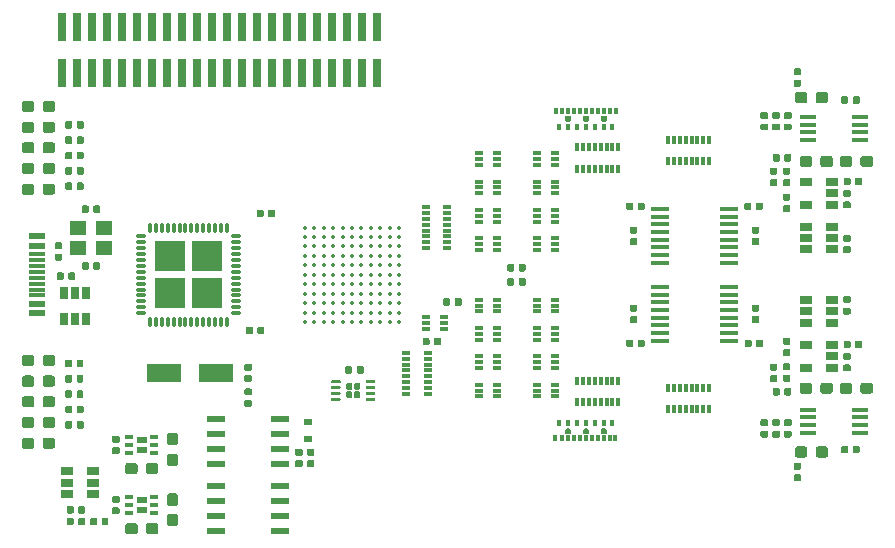
<source format=gbr>
G04 #@! TF.GenerationSoftware,KiCad,Pcbnew,5.1.5*
G04 #@! TF.CreationDate,2020-04-10T18:53:54+01:00*
G04 #@! TF.ProjectId,glasgow,676c6173-676f-4772-9e6b-696361645f70,rev?*
G04 #@! TF.SameCoordinates,Original*
G04 #@! TF.FileFunction,Paste,Top*
G04 #@! TF.FilePolarity,Positive*
%FSLAX46Y46*%
G04 Gerber Fmt 4.6, Leading zero omitted, Abs format (unit mm)*
G04 Created by KiCad (PCBNEW 5.1.5) date 2020-04-10 18:53:54*
%MOMM*%
%LPD*%
G04 APERTURE LIST*
%ADD10R,1.450000X0.600000*%
%ADD11R,1.450000X0.300000*%
%ADD12R,3.000000X1.600000*%
%ADD13R,1.060000X0.650000*%
%ADD14R,0.650000X0.350000*%
%ADD15R,0.820000X0.630000*%
%ADD16C,0.100000*%
%ADD17R,1.400000X1.200000*%
%ADD18R,0.700000X0.350000*%
%ADD19R,0.700000X0.600000*%
%ADD20R,0.300000X0.500000*%
%ADD21R,0.450000X0.500000*%
%ADD22C,0.350000*%
%ADD23R,0.800000X0.300000*%
%ADD24R,1.500000X0.450000*%
%ADD25R,0.300000X0.800000*%
%ADD26R,1.450000X0.450000*%
%ADD27R,0.740000X2.400000*%
%ADD28R,2.600000X2.600000*%
%ADD29O,0.280000X1.000000*%
%ADD30O,1.000000X0.280000*%
%ADD31R,0.650000X1.060000*%
%ADD32R,1.550000X0.600000*%
G04 APERTURE END LIST*
D10*
X57045000Y-98750000D03*
X57045000Y-97950000D03*
X57045000Y-93050000D03*
X57045000Y-92250000D03*
X57045000Y-92250000D03*
X57045000Y-93050000D03*
X57045000Y-97950000D03*
X57045000Y-98750000D03*
D11*
X57045000Y-93750000D03*
X57045000Y-94250000D03*
X57045000Y-94750000D03*
X57045000Y-95750000D03*
X57045000Y-96250000D03*
X57045000Y-96750000D03*
X57045000Y-97250000D03*
X57045000Y-95250000D03*
D12*
X67800000Y-103850000D03*
X72200000Y-103850000D03*
D13*
X122100000Y-89550000D03*
X122100000Y-87650000D03*
X124300000Y-87650000D03*
X124300000Y-88600000D03*
X124300000Y-89550000D03*
D14*
X66950000Y-110550000D03*
X66950000Y-109900000D03*
X66950000Y-109250000D03*
X64850000Y-109250000D03*
X64850000Y-109900000D03*
X64850000Y-110550000D03*
D15*
X65900000Y-110300000D03*
X65900000Y-109500000D03*
D14*
X66950000Y-115650000D03*
X66950000Y-115000000D03*
X66950000Y-114350000D03*
X64850000Y-114350000D03*
X64850000Y-115000000D03*
X64850000Y-115650000D03*
D15*
X65900000Y-115400000D03*
X65900000Y-114600000D03*
D16*
G36*
X65335779Y-111426144D02*
G01*
X65358834Y-111429563D01*
X65381443Y-111435227D01*
X65403387Y-111443079D01*
X65424457Y-111453044D01*
X65444448Y-111465026D01*
X65463168Y-111478910D01*
X65480438Y-111494562D01*
X65496090Y-111511832D01*
X65509974Y-111530552D01*
X65521956Y-111550543D01*
X65531921Y-111571613D01*
X65539773Y-111593557D01*
X65545437Y-111616166D01*
X65548856Y-111639221D01*
X65550000Y-111662500D01*
X65550000Y-112137500D01*
X65548856Y-112160779D01*
X65545437Y-112183834D01*
X65539773Y-112206443D01*
X65531921Y-112228387D01*
X65521956Y-112249457D01*
X65509974Y-112269448D01*
X65496090Y-112288168D01*
X65480438Y-112305438D01*
X65463168Y-112321090D01*
X65444448Y-112334974D01*
X65424457Y-112346956D01*
X65403387Y-112356921D01*
X65381443Y-112364773D01*
X65358834Y-112370437D01*
X65335779Y-112373856D01*
X65312500Y-112375000D01*
X64737500Y-112375000D01*
X64714221Y-112373856D01*
X64691166Y-112370437D01*
X64668557Y-112364773D01*
X64646613Y-112356921D01*
X64625543Y-112346956D01*
X64605552Y-112334974D01*
X64586832Y-112321090D01*
X64569562Y-112305438D01*
X64553910Y-112288168D01*
X64540026Y-112269448D01*
X64528044Y-112249457D01*
X64518079Y-112228387D01*
X64510227Y-112206443D01*
X64504563Y-112183834D01*
X64501144Y-112160779D01*
X64500000Y-112137500D01*
X64500000Y-111662500D01*
X64501144Y-111639221D01*
X64504563Y-111616166D01*
X64510227Y-111593557D01*
X64518079Y-111571613D01*
X64528044Y-111550543D01*
X64540026Y-111530552D01*
X64553910Y-111511832D01*
X64569562Y-111494562D01*
X64586832Y-111478910D01*
X64605552Y-111465026D01*
X64625543Y-111453044D01*
X64646613Y-111443079D01*
X64668557Y-111435227D01*
X64691166Y-111429563D01*
X64714221Y-111426144D01*
X64737500Y-111425000D01*
X65312500Y-111425000D01*
X65335779Y-111426144D01*
G37*
G36*
X67085779Y-111426144D02*
G01*
X67108834Y-111429563D01*
X67131443Y-111435227D01*
X67153387Y-111443079D01*
X67174457Y-111453044D01*
X67194448Y-111465026D01*
X67213168Y-111478910D01*
X67230438Y-111494562D01*
X67246090Y-111511832D01*
X67259974Y-111530552D01*
X67271956Y-111550543D01*
X67281921Y-111571613D01*
X67289773Y-111593557D01*
X67295437Y-111616166D01*
X67298856Y-111639221D01*
X67300000Y-111662500D01*
X67300000Y-112137500D01*
X67298856Y-112160779D01*
X67295437Y-112183834D01*
X67289773Y-112206443D01*
X67281921Y-112228387D01*
X67271956Y-112249457D01*
X67259974Y-112269448D01*
X67246090Y-112288168D01*
X67230438Y-112305438D01*
X67213168Y-112321090D01*
X67194448Y-112334974D01*
X67174457Y-112346956D01*
X67153387Y-112356921D01*
X67131443Y-112364773D01*
X67108834Y-112370437D01*
X67085779Y-112373856D01*
X67062500Y-112375000D01*
X66487500Y-112375000D01*
X66464221Y-112373856D01*
X66441166Y-112370437D01*
X66418557Y-112364773D01*
X66396613Y-112356921D01*
X66375543Y-112346956D01*
X66355552Y-112334974D01*
X66336832Y-112321090D01*
X66319562Y-112305438D01*
X66303910Y-112288168D01*
X66290026Y-112269448D01*
X66278044Y-112249457D01*
X66268079Y-112228387D01*
X66260227Y-112206443D01*
X66254563Y-112183834D01*
X66251144Y-112160779D01*
X66250000Y-112137500D01*
X66250000Y-111662500D01*
X66251144Y-111639221D01*
X66254563Y-111616166D01*
X66260227Y-111593557D01*
X66268079Y-111571613D01*
X66278044Y-111550543D01*
X66290026Y-111530552D01*
X66303910Y-111511832D01*
X66319562Y-111494562D01*
X66336832Y-111478910D01*
X66355552Y-111465026D01*
X66375543Y-111453044D01*
X66396613Y-111443079D01*
X66418557Y-111435227D01*
X66441166Y-111429563D01*
X66464221Y-111426144D01*
X66487500Y-111425000D01*
X67062500Y-111425000D01*
X67085779Y-111426144D01*
G37*
D17*
X60500000Y-91500000D03*
X62700000Y-91500000D03*
X62700000Y-93200000D03*
X60500000Y-93200000D03*
D16*
G36*
X58335779Y-109276144D02*
G01*
X58358834Y-109279563D01*
X58381443Y-109285227D01*
X58403387Y-109293079D01*
X58424457Y-109303044D01*
X58444448Y-109315026D01*
X58463168Y-109328910D01*
X58480438Y-109344562D01*
X58496090Y-109361832D01*
X58509974Y-109380552D01*
X58521956Y-109400543D01*
X58531921Y-109421613D01*
X58539773Y-109443557D01*
X58545437Y-109466166D01*
X58548856Y-109489221D01*
X58550000Y-109512500D01*
X58550000Y-109987500D01*
X58548856Y-110010779D01*
X58545437Y-110033834D01*
X58539773Y-110056443D01*
X58531921Y-110078387D01*
X58521956Y-110099457D01*
X58509974Y-110119448D01*
X58496090Y-110138168D01*
X58480438Y-110155438D01*
X58463168Y-110171090D01*
X58444448Y-110184974D01*
X58424457Y-110196956D01*
X58403387Y-110206921D01*
X58381443Y-110214773D01*
X58358834Y-110220437D01*
X58335779Y-110223856D01*
X58312500Y-110225000D01*
X57737500Y-110225000D01*
X57714221Y-110223856D01*
X57691166Y-110220437D01*
X57668557Y-110214773D01*
X57646613Y-110206921D01*
X57625543Y-110196956D01*
X57605552Y-110184974D01*
X57586832Y-110171090D01*
X57569562Y-110155438D01*
X57553910Y-110138168D01*
X57540026Y-110119448D01*
X57528044Y-110099457D01*
X57518079Y-110078387D01*
X57510227Y-110056443D01*
X57504563Y-110033834D01*
X57501144Y-110010779D01*
X57500000Y-109987500D01*
X57500000Y-109512500D01*
X57501144Y-109489221D01*
X57504563Y-109466166D01*
X57510227Y-109443557D01*
X57518079Y-109421613D01*
X57528044Y-109400543D01*
X57540026Y-109380552D01*
X57553910Y-109361832D01*
X57569562Y-109344562D01*
X57586832Y-109328910D01*
X57605552Y-109315026D01*
X57625543Y-109303044D01*
X57646613Y-109293079D01*
X57668557Y-109285227D01*
X57691166Y-109279563D01*
X57714221Y-109276144D01*
X57737500Y-109275000D01*
X58312500Y-109275000D01*
X58335779Y-109276144D01*
G37*
G36*
X56585779Y-109276144D02*
G01*
X56608834Y-109279563D01*
X56631443Y-109285227D01*
X56653387Y-109293079D01*
X56674457Y-109303044D01*
X56694448Y-109315026D01*
X56713168Y-109328910D01*
X56730438Y-109344562D01*
X56746090Y-109361832D01*
X56759974Y-109380552D01*
X56771956Y-109400543D01*
X56781921Y-109421613D01*
X56789773Y-109443557D01*
X56795437Y-109466166D01*
X56798856Y-109489221D01*
X56800000Y-109512500D01*
X56800000Y-109987500D01*
X56798856Y-110010779D01*
X56795437Y-110033834D01*
X56789773Y-110056443D01*
X56781921Y-110078387D01*
X56771956Y-110099457D01*
X56759974Y-110119448D01*
X56746090Y-110138168D01*
X56730438Y-110155438D01*
X56713168Y-110171090D01*
X56694448Y-110184974D01*
X56674457Y-110196956D01*
X56653387Y-110206921D01*
X56631443Y-110214773D01*
X56608834Y-110220437D01*
X56585779Y-110223856D01*
X56562500Y-110225000D01*
X55987500Y-110225000D01*
X55964221Y-110223856D01*
X55941166Y-110220437D01*
X55918557Y-110214773D01*
X55896613Y-110206921D01*
X55875543Y-110196956D01*
X55855552Y-110184974D01*
X55836832Y-110171090D01*
X55819562Y-110155438D01*
X55803910Y-110138168D01*
X55790026Y-110119448D01*
X55778044Y-110099457D01*
X55768079Y-110078387D01*
X55760227Y-110056443D01*
X55754563Y-110033834D01*
X55751144Y-110010779D01*
X55750000Y-109987500D01*
X55750000Y-109512500D01*
X55751144Y-109489221D01*
X55754563Y-109466166D01*
X55760227Y-109443557D01*
X55768079Y-109421613D01*
X55778044Y-109400543D01*
X55790026Y-109380552D01*
X55803910Y-109361832D01*
X55819562Y-109344562D01*
X55836832Y-109328910D01*
X55855552Y-109315026D01*
X55875543Y-109303044D01*
X55896613Y-109293079D01*
X55918557Y-109285227D01*
X55941166Y-109279563D01*
X55964221Y-109276144D01*
X55987500Y-109275000D01*
X56562500Y-109275000D01*
X56585779Y-109276144D01*
G37*
G36*
X58335779Y-107526144D02*
G01*
X58358834Y-107529563D01*
X58381443Y-107535227D01*
X58403387Y-107543079D01*
X58424457Y-107553044D01*
X58444448Y-107565026D01*
X58463168Y-107578910D01*
X58480438Y-107594562D01*
X58496090Y-107611832D01*
X58509974Y-107630552D01*
X58521956Y-107650543D01*
X58531921Y-107671613D01*
X58539773Y-107693557D01*
X58545437Y-107716166D01*
X58548856Y-107739221D01*
X58550000Y-107762500D01*
X58550000Y-108237500D01*
X58548856Y-108260779D01*
X58545437Y-108283834D01*
X58539773Y-108306443D01*
X58531921Y-108328387D01*
X58521956Y-108349457D01*
X58509974Y-108369448D01*
X58496090Y-108388168D01*
X58480438Y-108405438D01*
X58463168Y-108421090D01*
X58444448Y-108434974D01*
X58424457Y-108446956D01*
X58403387Y-108456921D01*
X58381443Y-108464773D01*
X58358834Y-108470437D01*
X58335779Y-108473856D01*
X58312500Y-108475000D01*
X57737500Y-108475000D01*
X57714221Y-108473856D01*
X57691166Y-108470437D01*
X57668557Y-108464773D01*
X57646613Y-108456921D01*
X57625543Y-108446956D01*
X57605552Y-108434974D01*
X57586832Y-108421090D01*
X57569562Y-108405438D01*
X57553910Y-108388168D01*
X57540026Y-108369448D01*
X57528044Y-108349457D01*
X57518079Y-108328387D01*
X57510227Y-108306443D01*
X57504563Y-108283834D01*
X57501144Y-108260779D01*
X57500000Y-108237500D01*
X57500000Y-107762500D01*
X57501144Y-107739221D01*
X57504563Y-107716166D01*
X57510227Y-107693557D01*
X57518079Y-107671613D01*
X57528044Y-107650543D01*
X57540026Y-107630552D01*
X57553910Y-107611832D01*
X57569562Y-107594562D01*
X57586832Y-107578910D01*
X57605552Y-107565026D01*
X57625543Y-107553044D01*
X57646613Y-107543079D01*
X57668557Y-107535227D01*
X57691166Y-107529563D01*
X57714221Y-107526144D01*
X57737500Y-107525000D01*
X58312500Y-107525000D01*
X58335779Y-107526144D01*
G37*
G36*
X56585779Y-107526144D02*
G01*
X56608834Y-107529563D01*
X56631443Y-107535227D01*
X56653387Y-107543079D01*
X56674457Y-107553044D01*
X56694448Y-107565026D01*
X56713168Y-107578910D01*
X56730438Y-107594562D01*
X56746090Y-107611832D01*
X56759974Y-107630552D01*
X56771956Y-107650543D01*
X56781921Y-107671613D01*
X56789773Y-107693557D01*
X56795437Y-107716166D01*
X56798856Y-107739221D01*
X56800000Y-107762500D01*
X56800000Y-108237500D01*
X56798856Y-108260779D01*
X56795437Y-108283834D01*
X56789773Y-108306443D01*
X56781921Y-108328387D01*
X56771956Y-108349457D01*
X56759974Y-108369448D01*
X56746090Y-108388168D01*
X56730438Y-108405438D01*
X56713168Y-108421090D01*
X56694448Y-108434974D01*
X56674457Y-108446956D01*
X56653387Y-108456921D01*
X56631443Y-108464773D01*
X56608834Y-108470437D01*
X56585779Y-108473856D01*
X56562500Y-108475000D01*
X55987500Y-108475000D01*
X55964221Y-108473856D01*
X55941166Y-108470437D01*
X55918557Y-108464773D01*
X55896613Y-108456921D01*
X55875543Y-108446956D01*
X55855552Y-108434974D01*
X55836832Y-108421090D01*
X55819562Y-108405438D01*
X55803910Y-108388168D01*
X55790026Y-108369448D01*
X55778044Y-108349457D01*
X55768079Y-108328387D01*
X55760227Y-108306443D01*
X55754563Y-108283834D01*
X55751144Y-108260779D01*
X55750000Y-108237500D01*
X55750000Y-107762500D01*
X55751144Y-107739221D01*
X55754563Y-107716166D01*
X55760227Y-107693557D01*
X55768079Y-107671613D01*
X55778044Y-107650543D01*
X55790026Y-107630552D01*
X55803910Y-107611832D01*
X55819562Y-107594562D01*
X55836832Y-107578910D01*
X55855552Y-107565026D01*
X55875543Y-107553044D01*
X55896613Y-107543079D01*
X55918557Y-107535227D01*
X55941166Y-107529563D01*
X55964221Y-107526144D01*
X55987500Y-107525000D01*
X56562500Y-107525000D01*
X56585779Y-107526144D01*
G37*
G36*
X58335779Y-105776144D02*
G01*
X58358834Y-105779563D01*
X58381443Y-105785227D01*
X58403387Y-105793079D01*
X58424457Y-105803044D01*
X58444448Y-105815026D01*
X58463168Y-105828910D01*
X58480438Y-105844562D01*
X58496090Y-105861832D01*
X58509974Y-105880552D01*
X58521956Y-105900543D01*
X58531921Y-105921613D01*
X58539773Y-105943557D01*
X58545437Y-105966166D01*
X58548856Y-105989221D01*
X58550000Y-106012500D01*
X58550000Y-106487500D01*
X58548856Y-106510779D01*
X58545437Y-106533834D01*
X58539773Y-106556443D01*
X58531921Y-106578387D01*
X58521956Y-106599457D01*
X58509974Y-106619448D01*
X58496090Y-106638168D01*
X58480438Y-106655438D01*
X58463168Y-106671090D01*
X58444448Y-106684974D01*
X58424457Y-106696956D01*
X58403387Y-106706921D01*
X58381443Y-106714773D01*
X58358834Y-106720437D01*
X58335779Y-106723856D01*
X58312500Y-106725000D01*
X57737500Y-106725000D01*
X57714221Y-106723856D01*
X57691166Y-106720437D01*
X57668557Y-106714773D01*
X57646613Y-106706921D01*
X57625543Y-106696956D01*
X57605552Y-106684974D01*
X57586832Y-106671090D01*
X57569562Y-106655438D01*
X57553910Y-106638168D01*
X57540026Y-106619448D01*
X57528044Y-106599457D01*
X57518079Y-106578387D01*
X57510227Y-106556443D01*
X57504563Y-106533834D01*
X57501144Y-106510779D01*
X57500000Y-106487500D01*
X57500000Y-106012500D01*
X57501144Y-105989221D01*
X57504563Y-105966166D01*
X57510227Y-105943557D01*
X57518079Y-105921613D01*
X57528044Y-105900543D01*
X57540026Y-105880552D01*
X57553910Y-105861832D01*
X57569562Y-105844562D01*
X57586832Y-105828910D01*
X57605552Y-105815026D01*
X57625543Y-105803044D01*
X57646613Y-105793079D01*
X57668557Y-105785227D01*
X57691166Y-105779563D01*
X57714221Y-105776144D01*
X57737500Y-105775000D01*
X58312500Y-105775000D01*
X58335779Y-105776144D01*
G37*
G36*
X56585779Y-105776144D02*
G01*
X56608834Y-105779563D01*
X56631443Y-105785227D01*
X56653387Y-105793079D01*
X56674457Y-105803044D01*
X56694448Y-105815026D01*
X56713168Y-105828910D01*
X56730438Y-105844562D01*
X56746090Y-105861832D01*
X56759974Y-105880552D01*
X56771956Y-105900543D01*
X56781921Y-105921613D01*
X56789773Y-105943557D01*
X56795437Y-105966166D01*
X56798856Y-105989221D01*
X56800000Y-106012500D01*
X56800000Y-106487500D01*
X56798856Y-106510779D01*
X56795437Y-106533834D01*
X56789773Y-106556443D01*
X56781921Y-106578387D01*
X56771956Y-106599457D01*
X56759974Y-106619448D01*
X56746090Y-106638168D01*
X56730438Y-106655438D01*
X56713168Y-106671090D01*
X56694448Y-106684974D01*
X56674457Y-106696956D01*
X56653387Y-106706921D01*
X56631443Y-106714773D01*
X56608834Y-106720437D01*
X56585779Y-106723856D01*
X56562500Y-106725000D01*
X55987500Y-106725000D01*
X55964221Y-106723856D01*
X55941166Y-106720437D01*
X55918557Y-106714773D01*
X55896613Y-106706921D01*
X55875543Y-106696956D01*
X55855552Y-106684974D01*
X55836832Y-106671090D01*
X55819562Y-106655438D01*
X55803910Y-106638168D01*
X55790026Y-106619448D01*
X55778044Y-106599457D01*
X55768079Y-106578387D01*
X55760227Y-106556443D01*
X55754563Y-106533834D01*
X55751144Y-106510779D01*
X55750000Y-106487500D01*
X55750000Y-106012500D01*
X55751144Y-105989221D01*
X55754563Y-105966166D01*
X55760227Y-105943557D01*
X55768079Y-105921613D01*
X55778044Y-105900543D01*
X55790026Y-105880552D01*
X55803910Y-105861832D01*
X55819562Y-105844562D01*
X55836832Y-105828910D01*
X55855552Y-105815026D01*
X55875543Y-105803044D01*
X55896613Y-105793079D01*
X55918557Y-105785227D01*
X55941166Y-105779563D01*
X55964221Y-105776144D01*
X55987500Y-105775000D01*
X56562500Y-105775000D01*
X56585779Y-105776144D01*
G37*
G36*
X58335779Y-104026144D02*
G01*
X58358834Y-104029563D01*
X58381443Y-104035227D01*
X58403387Y-104043079D01*
X58424457Y-104053044D01*
X58444448Y-104065026D01*
X58463168Y-104078910D01*
X58480438Y-104094562D01*
X58496090Y-104111832D01*
X58509974Y-104130552D01*
X58521956Y-104150543D01*
X58531921Y-104171613D01*
X58539773Y-104193557D01*
X58545437Y-104216166D01*
X58548856Y-104239221D01*
X58550000Y-104262500D01*
X58550000Y-104737500D01*
X58548856Y-104760779D01*
X58545437Y-104783834D01*
X58539773Y-104806443D01*
X58531921Y-104828387D01*
X58521956Y-104849457D01*
X58509974Y-104869448D01*
X58496090Y-104888168D01*
X58480438Y-104905438D01*
X58463168Y-104921090D01*
X58444448Y-104934974D01*
X58424457Y-104946956D01*
X58403387Y-104956921D01*
X58381443Y-104964773D01*
X58358834Y-104970437D01*
X58335779Y-104973856D01*
X58312500Y-104975000D01*
X57737500Y-104975000D01*
X57714221Y-104973856D01*
X57691166Y-104970437D01*
X57668557Y-104964773D01*
X57646613Y-104956921D01*
X57625543Y-104946956D01*
X57605552Y-104934974D01*
X57586832Y-104921090D01*
X57569562Y-104905438D01*
X57553910Y-104888168D01*
X57540026Y-104869448D01*
X57528044Y-104849457D01*
X57518079Y-104828387D01*
X57510227Y-104806443D01*
X57504563Y-104783834D01*
X57501144Y-104760779D01*
X57500000Y-104737500D01*
X57500000Y-104262500D01*
X57501144Y-104239221D01*
X57504563Y-104216166D01*
X57510227Y-104193557D01*
X57518079Y-104171613D01*
X57528044Y-104150543D01*
X57540026Y-104130552D01*
X57553910Y-104111832D01*
X57569562Y-104094562D01*
X57586832Y-104078910D01*
X57605552Y-104065026D01*
X57625543Y-104053044D01*
X57646613Y-104043079D01*
X57668557Y-104035227D01*
X57691166Y-104029563D01*
X57714221Y-104026144D01*
X57737500Y-104025000D01*
X58312500Y-104025000D01*
X58335779Y-104026144D01*
G37*
G36*
X56585779Y-104026144D02*
G01*
X56608834Y-104029563D01*
X56631443Y-104035227D01*
X56653387Y-104043079D01*
X56674457Y-104053044D01*
X56694448Y-104065026D01*
X56713168Y-104078910D01*
X56730438Y-104094562D01*
X56746090Y-104111832D01*
X56759974Y-104130552D01*
X56771956Y-104150543D01*
X56781921Y-104171613D01*
X56789773Y-104193557D01*
X56795437Y-104216166D01*
X56798856Y-104239221D01*
X56800000Y-104262500D01*
X56800000Y-104737500D01*
X56798856Y-104760779D01*
X56795437Y-104783834D01*
X56789773Y-104806443D01*
X56781921Y-104828387D01*
X56771956Y-104849457D01*
X56759974Y-104869448D01*
X56746090Y-104888168D01*
X56730438Y-104905438D01*
X56713168Y-104921090D01*
X56694448Y-104934974D01*
X56674457Y-104946956D01*
X56653387Y-104956921D01*
X56631443Y-104964773D01*
X56608834Y-104970437D01*
X56585779Y-104973856D01*
X56562500Y-104975000D01*
X55987500Y-104975000D01*
X55964221Y-104973856D01*
X55941166Y-104970437D01*
X55918557Y-104964773D01*
X55896613Y-104956921D01*
X55875543Y-104946956D01*
X55855552Y-104934974D01*
X55836832Y-104921090D01*
X55819562Y-104905438D01*
X55803910Y-104888168D01*
X55790026Y-104869448D01*
X55778044Y-104849457D01*
X55768079Y-104828387D01*
X55760227Y-104806443D01*
X55754563Y-104783834D01*
X55751144Y-104760779D01*
X55750000Y-104737500D01*
X55750000Y-104262500D01*
X55751144Y-104239221D01*
X55754563Y-104216166D01*
X55760227Y-104193557D01*
X55768079Y-104171613D01*
X55778044Y-104150543D01*
X55790026Y-104130552D01*
X55803910Y-104111832D01*
X55819562Y-104094562D01*
X55836832Y-104078910D01*
X55855552Y-104065026D01*
X55875543Y-104053044D01*
X55896613Y-104043079D01*
X55918557Y-104035227D01*
X55941166Y-104029563D01*
X55964221Y-104026144D01*
X55987500Y-104025000D01*
X56562500Y-104025000D01*
X56585779Y-104026144D01*
G37*
G36*
X58335779Y-102276144D02*
G01*
X58358834Y-102279563D01*
X58381443Y-102285227D01*
X58403387Y-102293079D01*
X58424457Y-102303044D01*
X58444448Y-102315026D01*
X58463168Y-102328910D01*
X58480438Y-102344562D01*
X58496090Y-102361832D01*
X58509974Y-102380552D01*
X58521956Y-102400543D01*
X58531921Y-102421613D01*
X58539773Y-102443557D01*
X58545437Y-102466166D01*
X58548856Y-102489221D01*
X58550000Y-102512500D01*
X58550000Y-102987500D01*
X58548856Y-103010779D01*
X58545437Y-103033834D01*
X58539773Y-103056443D01*
X58531921Y-103078387D01*
X58521956Y-103099457D01*
X58509974Y-103119448D01*
X58496090Y-103138168D01*
X58480438Y-103155438D01*
X58463168Y-103171090D01*
X58444448Y-103184974D01*
X58424457Y-103196956D01*
X58403387Y-103206921D01*
X58381443Y-103214773D01*
X58358834Y-103220437D01*
X58335779Y-103223856D01*
X58312500Y-103225000D01*
X57737500Y-103225000D01*
X57714221Y-103223856D01*
X57691166Y-103220437D01*
X57668557Y-103214773D01*
X57646613Y-103206921D01*
X57625543Y-103196956D01*
X57605552Y-103184974D01*
X57586832Y-103171090D01*
X57569562Y-103155438D01*
X57553910Y-103138168D01*
X57540026Y-103119448D01*
X57528044Y-103099457D01*
X57518079Y-103078387D01*
X57510227Y-103056443D01*
X57504563Y-103033834D01*
X57501144Y-103010779D01*
X57500000Y-102987500D01*
X57500000Y-102512500D01*
X57501144Y-102489221D01*
X57504563Y-102466166D01*
X57510227Y-102443557D01*
X57518079Y-102421613D01*
X57528044Y-102400543D01*
X57540026Y-102380552D01*
X57553910Y-102361832D01*
X57569562Y-102344562D01*
X57586832Y-102328910D01*
X57605552Y-102315026D01*
X57625543Y-102303044D01*
X57646613Y-102293079D01*
X57668557Y-102285227D01*
X57691166Y-102279563D01*
X57714221Y-102276144D01*
X57737500Y-102275000D01*
X58312500Y-102275000D01*
X58335779Y-102276144D01*
G37*
G36*
X56585779Y-102276144D02*
G01*
X56608834Y-102279563D01*
X56631443Y-102285227D01*
X56653387Y-102293079D01*
X56674457Y-102303044D01*
X56694448Y-102315026D01*
X56713168Y-102328910D01*
X56730438Y-102344562D01*
X56746090Y-102361832D01*
X56759974Y-102380552D01*
X56771956Y-102400543D01*
X56781921Y-102421613D01*
X56789773Y-102443557D01*
X56795437Y-102466166D01*
X56798856Y-102489221D01*
X56800000Y-102512500D01*
X56800000Y-102987500D01*
X56798856Y-103010779D01*
X56795437Y-103033834D01*
X56789773Y-103056443D01*
X56781921Y-103078387D01*
X56771956Y-103099457D01*
X56759974Y-103119448D01*
X56746090Y-103138168D01*
X56730438Y-103155438D01*
X56713168Y-103171090D01*
X56694448Y-103184974D01*
X56674457Y-103196956D01*
X56653387Y-103206921D01*
X56631443Y-103214773D01*
X56608834Y-103220437D01*
X56585779Y-103223856D01*
X56562500Y-103225000D01*
X55987500Y-103225000D01*
X55964221Y-103223856D01*
X55941166Y-103220437D01*
X55918557Y-103214773D01*
X55896613Y-103206921D01*
X55875543Y-103196956D01*
X55855552Y-103184974D01*
X55836832Y-103171090D01*
X55819562Y-103155438D01*
X55803910Y-103138168D01*
X55790026Y-103119448D01*
X55778044Y-103099457D01*
X55768079Y-103078387D01*
X55760227Y-103056443D01*
X55754563Y-103033834D01*
X55751144Y-103010779D01*
X55750000Y-102987500D01*
X55750000Y-102512500D01*
X55751144Y-102489221D01*
X55754563Y-102466166D01*
X55760227Y-102443557D01*
X55768079Y-102421613D01*
X55778044Y-102400543D01*
X55790026Y-102380552D01*
X55803910Y-102361832D01*
X55819562Y-102344562D01*
X55836832Y-102328910D01*
X55855552Y-102315026D01*
X55875543Y-102303044D01*
X55896613Y-102293079D01*
X55918557Y-102285227D01*
X55941166Y-102279563D01*
X55964221Y-102276144D01*
X55987500Y-102275000D01*
X56562500Y-102275000D01*
X56585779Y-102276144D01*
G37*
G36*
X58335779Y-87776144D02*
G01*
X58358834Y-87779563D01*
X58381443Y-87785227D01*
X58403387Y-87793079D01*
X58424457Y-87803044D01*
X58444448Y-87815026D01*
X58463168Y-87828910D01*
X58480438Y-87844562D01*
X58496090Y-87861832D01*
X58509974Y-87880552D01*
X58521956Y-87900543D01*
X58531921Y-87921613D01*
X58539773Y-87943557D01*
X58545437Y-87966166D01*
X58548856Y-87989221D01*
X58550000Y-88012500D01*
X58550000Y-88487500D01*
X58548856Y-88510779D01*
X58545437Y-88533834D01*
X58539773Y-88556443D01*
X58531921Y-88578387D01*
X58521956Y-88599457D01*
X58509974Y-88619448D01*
X58496090Y-88638168D01*
X58480438Y-88655438D01*
X58463168Y-88671090D01*
X58444448Y-88684974D01*
X58424457Y-88696956D01*
X58403387Y-88706921D01*
X58381443Y-88714773D01*
X58358834Y-88720437D01*
X58335779Y-88723856D01*
X58312500Y-88725000D01*
X57737500Y-88725000D01*
X57714221Y-88723856D01*
X57691166Y-88720437D01*
X57668557Y-88714773D01*
X57646613Y-88706921D01*
X57625543Y-88696956D01*
X57605552Y-88684974D01*
X57586832Y-88671090D01*
X57569562Y-88655438D01*
X57553910Y-88638168D01*
X57540026Y-88619448D01*
X57528044Y-88599457D01*
X57518079Y-88578387D01*
X57510227Y-88556443D01*
X57504563Y-88533834D01*
X57501144Y-88510779D01*
X57500000Y-88487500D01*
X57500000Y-88012500D01*
X57501144Y-87989221D01*
X57504563Y-87966166D01*
X57510227Y-87943557D01*
X57518079Y-87921613D01*
X57528044Y-87900543D01*
X57540026Y-87880552D01*
X57553910Y-87861832D01*
X57569562Y-87844562D01*
X57586832Y-87828910D01*
X57605552Y-87815026D01*
X57625543Y-87803044D01*
X57646613Y-87793079D01*
X57668557Y-87785227D01*
X57691166Y-87779563D01*
X57714221Y-87776144D01*
X57737500Y-87775000D01*
X58312500Y-87775000D01*
X58335779Y-87776144D01*
G37*
G36*
X56585779Y-87776144D02*
G01*
X56608834Y-87779563D01*
X56631443Y-87785227D01*
X56653387Y-87793079D01*
X56674457Y-87803044D01*
X56694448Y-87815026D01*
X56713168Y-87828910D01*
X56730438Y-87844562D01*
X56746090Y-87861832D01*
X56759974Y-87880552D01*
X56771956Y-87900543D01*
X56781921Y-87921613D01*
X56789773Y-87943557D01*
X56795437Y-87966166D01*
X56798856Y-87989221D01*
X56800000Y-88012500D01*
X56800000Y-88487500D01*
X56798856Y-88510779D01*
X56795437Y-88533834D01*
X56789773Y-88556443D01*
X56781921Y-88578387D01*
X56771956Y-88599457D01*
X56759974Y-88619448D01*
X56746090Y-88638168D01*
X56730438Y-88655438D01*
X56713168Y-88671090D01*
X56694448Y-88684974D01*
X56674457Y-88696956D01*
X56653387Y-88706921D01*
X56631443Y-88714773D01*
X56608834Y-88720437D01*
X56585779Y-88723856D01*
X56562500Y-88725000D01*
X55987500Y-88725000D01*
X55964221Y-88723856D01*
X55941166Y-88720437D01*
X55918557Y-88714773D01*
X55896613Y-88706921D01*
X55875543Y-88696956D01*
X55855552Y-88684974D01*
X55836832Y-88671090D01*
X55819562Y-88655438D01*
X55803910Y-88638168D01*
X55790026Y-88619448D01*
X55778044Y-88599457D01*
X55768079Y-88578387D01*
X55760227Y-88556443D01*
X55754563Y-88533834D01*
X55751144Y-88510779D01*
X55750000Y-88487500D01*
X55750000Y-88012500D01*
X55751144Y-87989221D01*
X55754563Y-87966166D01*
X55760227Y-87943557D01*
X55768079Y-87921613D01*
X55778044Y-87900543D01*
X55790026Y-87880552D01*
X55803910Y-87861832D01*
X55819562Y-87844562D01*
X55836832Y-87828910D01*
X55855552Y-87815026D01*
X55875543Y-87803044D01*
X55896613Y-87793079D01*
X55918557Y-87785227D01*
X55941166Y-87779563D01*
X55964221Y-87776144D01*
X55987500Y-87775000D01*
X56562500Y-87775000D01*
X56585779Y-87776144D01*
G37*
G36*
X58335779Y-86026144D02*
G01*
X58358834Y-86029563D01*
X58381443Y-86035227D01*
X58403387Y-86043079D01*
X58424457Y-86053044D01*
X58444448Y-86065026D01*
X58463168Y-86078910D01*
X58480438Y-86094562D01*
X58496090Y-86111832D01*
X58509974Y-86130552D01*
X58521956Y-86150543D01*
X58531921Y-86171613D01*
X58539773Y-86193557D01*
X58545437Y-86216166D01*
X58548856Y-86239221D01*
X58550000Y-86262500D01*
X58550000Y-86737500D01*
X58548856Y-86760779D01*
X58545437Y-86783834D01*
X58539773Y-86806443D01*
X58531921Y-86828387D01*
X58521956Y-86849457D01*
X58509974Y-86869448D01*
X58496090Y-86888168D01*
X58480438Y-86905438D01*
X58463168Y-86921090D01*
X58444448Y-86934974D01*
X58424457Y-86946956D01*
X58403387Y-86956921D01*
X58381443Y-86964773D01*
X58358834Y-86970437D01*
X58335779Y-86973856D01*
X58312500Y-86975000D01*
X57737500Y-86975000D01*
X57714221Y-86973856D01*
X57691166Y-86970437D01*
X57668557Y-86964773D01*
X57646613Y-86956921D01*
X57625543Y-86946956D01*
X57605552Y-86934974D01*
X57586832Y-86921090D01*
X57569562Y-86905438D01*
X57553910Y-86888168D01*
X57540026Y-86869448D01*
X57528044Y-86849457D01*
X57518079Y-86828387D01*
X57510227Y-86806443D01*
X57504563Y-86783834D01*
X57501144Y-86760779D01*
X57500000Y-86737500D01*
X57500000Y-86262500D01*
X57501144Y-86239221D01*
X57504563Y-86216166D01*
X57510227Y-86193557D01*
X57518079Y-86171613D01*
X57528044Y-86150543D01*
X57540026Y-86130552D01*
X57553910Y-86111832D01*
X57569562Y-86094562D01*
X57586832Y-86078910D01*
X57605552Y-86065026D01*
X57625543Y-86053044D01*
X57646613Y-86043079D01*
X57668557Y-86035227D01*
X57691166Y-86029563D01*
X57714221Y-86026144D01*
X57737500Y-86025000D01*
X58312500Y-86025000D01*
X58335779Y-86026144D01*
G37*
G36*
X56585779Y-86026144D02*
G01*
X56608834Y-86029563D01*
X56631443Y-86035227D01*
X56653387Y-86043079D01*
X56674457Y-86053044D01*
X56694448Y-86065026D01*
X56713168Y-86078910D01*
X56730438Y-86094562D01*
X56746090Y-86111832D01*
X56759974Y-86130552D01*
X56771956Y-86150543D01*
X56781921Y-86171613D01*
X56789773Y-86193557D01*
X56795437Y-86216166D01*
X56798856Y-86239221D01*
X56800000Y-86262500D01*
X56800000Y-86737500D01*
X56798856Y-86760779D01*
X56795437Y-86783834D01*
X56789773Y-86806443D01*
X56781921Y-86828387D01*
X56771956Y-86849457D01*
X56759974Y-86869448D01*
X56746090Y-86888168D01*
X56730438Y-86905438D01*
X56713168Y-86921090D01*
X56694448Y-86934974D01*
X56674457Y-86946956D01*
X56653387Y-86956921D01*
X56631443Y-86964773D01*
X56608834Y-86970437D01*
X56585779Y-86973856D01*
X56562500Y-86975000D01*
X55987500Y-86975000D01*
X55964221Y-86973856D01*
X55941166Y-86970437D01*
X55918557Y-86964773D01*
X55896613Y-86956921D01*
X55875543Y-86946956D01*
X55855552Y-86934974D01*
X55836832Y-86921090D01*
X55819562Y-86905438D01*
X55803910Y-86888168D01*
X55790026Y-86869448D01*
X55778044Y-86849457D01*
X55768079Y-86828387D01*
X55760227Y-86806443D01*
X55754563Y-86783834D01*
X55751144Y-86760779D01*
X55750000Y-86737500D01*
X55750000Y-86262500D01*
X55751144Y-86239221D01*
X55754563Y-86216166D01*
X55760227Y-86193557D01*
X55768079Y-86171613D01*
X55778044Y-86150543D01*
X55790026Y-86130552D01*
X55803910Y-86111832D01*
X55819562Y-86094562D01*
X55836832Y-86078910D01*
X55855552Y-86065026D01*
X55875543Y-86053044D01*
X55896613Y-86043079D01*
X55918557Y-86035227D01*
X55941166Y-86029563D01*
X55964221Y-86026144D01*
X55987500Y-86025000D01*
X56562500Y-86025000D01*
X56585779Y-86026144D01*
G37*
G36*
X58335779Y-84276144D02*
G01*
X58358834Y-84279563D01*
X58381443Y-84285227D01*
X58403387Y-84293079D01*
X58424457Y-84303044D01*
X58444448Y-84315026D01*
X58463168Y-84328910D01*
X58480438Y-84344562D01*
X58496090Y-84361832D01*
X58509974Y-84380552D01*
X58521956Y-84400543D01*
X58531921Y-84421613D01*
X58539773Y-84443557D01*
X58545437Y-84466166D01*
X58548856Y-84489221D01*
X58550000Y-84512500D01*
X58550000Y-84987500D01*
X58548856Y-85010779D01*
X58545437Y-85033834D01*
X58539773Y-85056443D01*
X58531921Y-85078387D01*
X58521956Y-85099457D01*
X58509974Y-85119448D01*
X58496090Y-85138168D01*
X58480438Y-85155438D01*
X58463168Y-85171090D01*
X58444448Y-85184974D01*
X58424457Y-85196956D01*
X58403387Y-85206921D01*
X58381443Y-85214773D01*
X58358834Y-85220437D01*
X58335779Y-85223856D01*
X58312500Y-85225000D01*
X57737500Y-85225000D01*
X57714221Y-85223856D01*
X57691166Y-85220437D01*
X57668557Y-85214773D01*
X57646613Y-85206921D01*
X57625543Y-85196956D01*
X57605552Y-85184974D01*
X57586832Y-85171090D01*
X57569562Y-85155438D01*
X57553910Y-85138168D01*
X57540026Y-85119448D01*
X57528044Y-85099457D01*
X57518079Y-85078387D01*
X57510227Y-85056443D01*
X57504563Y-85033834D01*
X57501144Y-85010779D01*
X57500000Y-84987500D01*
X57500000Y-84512500D01*
X57501144Y-84489221D01*
X57504563Y-84466166D01*
X57510227Y-84443557D01*
X57518079Y-84421613D01*
X57528044Y-84400543D01*
X57540026Y-84380552D01*
X57553910Y-84361832D01*
X57569562Y-84344562D01*
X57586832Y-84328910D01*
X57605552Y-84315026D01*
X57625543Y-84303044D01*
X57646613Y-84293079D01*
X57668557Y-84285227D01*
X57691166Y-84279563D01*
X57714221Y-84276144D01*
X57737500Y-84275000D01*
X58312500Y-84275000D01*
X58335779Y-84276144D01*
G37*
G36*
X56585779Y-84276144D02*
G01*
X56608834Y-84279563D01*
X56631443Y-84285227D01*
X56653387Y-84293079D01*
X56674457Y-84303044D01*
X56694448Y-84315026D01*
X56713168Y-84328910D01*
X56730438Y-84344562D01*
X56746090Y-84361832D01*
X56759974Y-84380552D01*
X56771956Y-84400543D01*
X56781921Y-84421613D01*
X56789773Y-84443557D01*
X56795437Y-84466166D01*
X56798856Y-84489221D01*
X56800000Y-84512500D01*
X56800000Y-84987500D01*
X56798856Y-85010779D01*
X56795437Y-85033834D01*
X56789773Y-85056443D01*
X56781921Y-85078387D01*
X56771956Y-85099457D01*
X56759974Y-85119448D01*
X56746090Y-85138168D01*
X56730438Y-85155438D01*
X56713168Y-85171090D01*
X56694448Y-85184974D01*
X56674457Y-85196956D01*
X56653387Y-85206921D01*
X56631443Y-85214773D01*
X56608834Y-85220437D01*
X56585779Y-85223856D01*
X56562500Y-85225000D01*
X55987500Y-85225000D01*
X55964221Y-85223856D01*
X55941166Y-85220437D01*
X55918557Y-85214773D01*
X55896613Y-85206921D01*
X55875543Y-85196956D01*
X55855552Y-85184974D01*
X55836832Y-85171090D01*
X55819562Y-85155438D01*
X55803910Y-85138168D01*
X55790026Y-85119448D01*
X55778044Y-85099457D01*
X55768079Y-85078387D01*
X55760227Y-85056443D01*
X55754563Y-85033834D01*
X55751144Y-85010779D01*
X55750000Y-84987500D01*
X55750000Y-84512500D01*
X55751144Y-84489221D01*
X55754563Y-84466166D01*
X55760227Y-84443557D01*
X55768079Y-84421613D01*
X55778044Y-84400543D01*
X55790026Y-84380552D01*
X55803910Y-84361832D01*
X55819562Y-84344562D01*
X55836832Y-84328910D01*
X55855552Y-84315026D01*
X55875543Y-84303044D01*
X55896613Y-84293079D01*
X55918557Y-84285227D01*
X55941166Y-84279563D01*
X55964221Y-84276144D01*
X55987500Y-84275000D01*
X56562500Y-84275000D01*
X56585779Y-84276144D01*
G37*
G36*
X58335779Y-82526144D02*
G01*
X58358834Y-82529563D01*
X58381443Y-82535227D01*
X58403387Y-82543079D01*
X58424457Y-82553044D01*
X58444448Y-82565026D01*
X58463168Y-82578910D01*
X58480438Y-82594562D01*
X58496090Y-82611832D01*
X58509974Y-82630552D01*
X58521956Y-82650543D01*
X58531921Y-82671613D01*
X58539773Y-82693557D01*
X58545437Y-82716166D01*
X58548856Y-82739221D01*
X58550000Y-82762500D01*
X58550000Y-83237500D01*
X58548856Y-83260779D01*
X58545437Y-83283834D01*
X58539773Y-83306443D01*
X58531921Y-83328387D01*
X58521956Y-83349457D01*
X58509974Y-83369448D01*
X58496090Y-83388168D01*
X58480438Y-83405438D01*
X58463168Y-83421090D01*
X58444448Y-83434974D01*
X58424457Y-83446956D01*
X58403387Y-83456921D01*
X58381443Y-83464773D01*
X58358834Y-83470437D01*
X58335779Y-83473856D01*
X58312500Y-83475000D01*
X57737500Y-83475000D01*
X57714221Y-83473856D01*
X57691166Y-83470437D01*
X57668557Y-83464773D01*
X57646613Y-83456921D01*
X57625543Y-83446956D01*
X57605552Y-83434974D01*
X57586832Y-83421090D01*
X57569562Y-83405438D01*
X57553910Y-83388168D01*
X57540026Y-83369448D01*
X57528044Y-83349457D01*
X57518079Y-83328387D01*
X57510227Y-83306443D01*
X57504563Y-83283834D01*
X57501144Y-83260779D01*
X57500000Y-83237500D01*
X57500000Y-82762500D01*
X57501144Y-82739221D01*
X57504563Y-82716166D01*
X57510227Y-82693557D01*
X57518079Y-82671613D01*
X57528044Y-82650543D01*
X57540026Y-82630552D01*
X57553910Y-82611832D01*
X57569562Y-82594562D01*
X57586832Y-82578910D01*
X57605552Y-82565026D01*
X57625543Y-82553044D01*
X57646613Y-82543079D01*
X57668557Y-82535227D01*
X57691166Y-82529563D01*
X57714221Y-82526144D01*
X57737500Y-82525000D01*
X58312500Y-82525000D01*
X58335779Y-82526144D01*
G37*
G36*
X56585779Y-82526144D02*
G01*
X56608834Y-82529563D01*
X56631443Y-82535227D01*
X56653387Y-82543079D01*
X56674457Y-82553044D01*
X56694448Y-82565026D01*
X56713168Y-82578910D01*
X56730438Y-82594562D01*
X56746090Y-82611832D01*
X56759974Y-82630552D01*
X56771956Y-82650543D01*
X56781921Y-82671613D01*
X56789773Y-82693557D01*
X56795437Y-82716166D01*
X56798856Y-82739221D01*
X56800000Y-82762500D01*
X56800000Y-83237500D01*
X56798856Y-83260779D01*
X56795437Y-83283834D01*
X56789773Y-83306443D01*
X56781921Y-83328387D01*
X56771956Y-83349457D01*
X56759974Y-83369448D01*
X56746090Y-83388168D01*
X56730438Y-83405438D01*
X56713168Y-83421090D01*
X56694448Y-83434974D01*
X56674457Y-83446956D01*
X56653387Y-83456921D01*
X56631443Y-83464773D01*
X56608834Y-83470437D01*
X56585779Y-83473856D01*
X56562500Y-83475000D01*
X55987500Y-83475000D01*
X55964221Y-83473856D01*
X55941166Y-83470437D01*
X55918557Y-83464773D01*
X55896613Y-83456921D01*
X55875543Y-83446956D01*
X55855552Y-83434974D01*
X55836832Y-83421090D01*
X55819562Y-83405438D01*
X55803910Y-83388168D01*
X55790026Y-83369448D01*
X55778044Y-83349457D01*
X55768079Y-83328387D01*
X55760227Y-83306443D01*
X55754563Y-83283834D01*
X55751144Y-83260779D01*
X55750000Y-83237500D01*
X55750000Y-82762500D01*
X55751144Y-82739221D01*
X55754563Y-82716166D01*
X55760227Y-82693557D01*
X55768079Y-82671613D01*
X55778044Y-82650543D01*
X55790026Y-82630552D01*
X55803910Y-82611832D01*
X55819562Y-82594562D01*
X55836832Y-82578910D01*
X55855552Y-82565026D01*
X55875543Y-82553044D01*
X55896613Y-82543079D01*
X55918557Y-82535227D01*
X55941166Y-82529563D01*
X55964221Y-82526144D01*
X55987500Y-82525000D01*
X56562500Y-82525000D01*
X56585779Y-82526144D01*
G37*
G36*
X58335779Y-80776144D02*
G01*
X58358834Y-80779563D01*
X58381443Y-80785227D01*
X58403387Y-80793079D01*
X58424457Y-80803044D01*
X58444448Y-80815026D01*
X58463168Y-80828910D01*
X58480438Y-80844562D01*
X58496090Y-80861832D01*
X58509974Y-80880552D01*
X58521956Y-80900543D01*
X58531921Y-80921613D01*
X58539773Y-80943557D01*
X58545437Y-80966166D01*
X58548856Y-80989221D01*
X58550000Y-81012500D01*
X58550000Y-81487500D01*
X58548856Y-81510779D01*
X58545437Y-81533834D01*
X58539773Y-81556443D01*
X58531921Y-81578387D01*
X58521956Y-81599457D01*
X58509974Y-81619448D01*
X58496090Y-81638168D01*
X58480438Y-81655438D01*
X58463168Y-81671090D01*
X58444448Y-81684974D01*
X58424457Y-81696956D01*
X58403387Y-81706921D01*
X58381443Y-81714773D01*
X58358834Y-81720437D01*
X58335779Y-81723856D01*
X58312500Y-81725000D01*
X57737500Y-81725000D01*
X57714221Y-81723856D01*
X57691166Y-81720437D01*
X57668557Y-81714773D01*
X57646613Y-81706921D01*
X57625543Y-81696956D01*
X57605552Y-81684974D01*
X57586832Y-81671090D01*
X57569562Y-81655438D01*
X57553910Y-81638168D01*
X57540026Y-81619448D01*
X57528044Y-81599457D01*
X57518079Y-81578387D01*
X57510227Y-81556443D01*
X57504563Y-81533834D01*
X57501144Y-81510779D01*
X57500000Y-81487500D01*
X57500000Y-81012500D01*
X57501144Y-80989221D01*
X57504563Y-80966166D01*
X57510227Y-80943557D01*
X57518079Y-80921613D01*
X57528044Y-80900543D01*
X57540026Y-80880552D01*
X57553910Y-80861832D01*
X57569562Y-80844562D01*
X57586832Y-80828910D01*
X57605552Y-80815026D01*
X57625543Y-80803044D01*
X57646613Y-80793079D01*
X57668557Y-80785227D01*
X57691166Y-80779563D01*
X57714221Y-80776144D01*
X57737500Y-80775000D01*
X58312500Y-80775000D01*
X58335779Y-80776144D01*
G37*
G36*
X56585779Y-80776144D02*
G01*
X56608834Y-80779563D01*
X56631443Y-80785227D01*
X56653387Y-80793079D01*
X56674457Y-80803044D01*
X56694448Y-80815026D01*
X56713168Y-80828910D01*
X56730438Y-80844562D01*
X56746090Y-80861832D01*
X56759974Y-80880552D01*
X56771956Y-80900543D01*
X56781921Y-80921613D01*
X56789773Y-80943557D01*
X56795437Y-80966166D01*
X56798856Y-80989221D01*
X56800000Y-81012500D01*
X56800000Y-81487500D01*
X56798856Y-81510779D01*
X56795437Y-81533834D01*
X56789773Y-81556443D01*
X56781921Y-81578387D01*
X56771956Y-81599457D01*
X56759974Y-81619448D01*
X56746090Y-81638168D01*
X56730438Y-81655438D01*
X56713168Y-81671090D01*
X56694448Y-81684974D01*
X56674457Y-81696956D01*
X56653387Y-81706921D01*
X56631443Y-81714773D01*
X56608834Y-81720437D01*
X56585779Y-81723856D01*
X56562500Y-81725000D01*
X55987500Y-81725000D01*
X55964221Y-81723856D01*
X55941166Y-81720437D01*
X55918557Y-81714773D01*
X55896613Y-81706921D01*
X55875543Y-81696956D01*
X55855552Y-81684974D01*
X55836832Y-81671090D01*
X55819562Y-81655438D01*
X55803910Y-81638168D01*
X55790026Y-81619448D01*
X55778044Y-81599457D01*
X55768079Y-81578387D01*
X55760227Y-81556443D01*
X55754563Y-81533834D01*
X55751144Y-81510779D01*
X55750000Y-81487500D01*
X55750000Y-81012500D01*
X55751144Y-80989221D01*
X55754563Y-80966166D01*
X55760227Y-80943557D01*
X55768079Y-80921613D01*
X55778044Y-80900543D01*
X55790026Y-80880552D01*
X55803910Y-80861832D01*
X55819562Y-80844562D01*
X55836832Y-80828910D01*
X55855552Y-80815026D01*
X55875543Y-80803044D01*
X55896613Y-80793079D01*
X55918557Y-80785227D01*
X55941166Y-80779563D01*
X55964221Y-80776144D01*
X55987500Y-80775000D01*
X56562500Y-80775000D01*
X56585779Y-80776144D01*
G37*
G36*
X121586958Y-78990710D02*
G01*
X121601276Y-78992834D01*
X121615317Y-78996351D01*
X121628946Y-79001228D01*
X121642031Y-79007417D01*
X121654447Y-79014858D01*
X121666073Y-79023481D01*
X121676798Y-79033202D01*
X121686519Y-79043927D01*
X121695142Y-79055553D01*
X121702583Y-79067969D01*
X121708772Y-79081054D01*
X121713649Y-79094683D01*
X121717166Y-79108724D01*
X121719290Y-79123042D01*
X121720000Y-79137500D01*
X121720000Y-79432500D01*
X121719290Y-79446958D01*
X121717166Y-79461276D01*
X121713649Y-79475317D01*
X121708772Y-79488946D01*
X121702583Y-79502031D01*
X121695142Y-79514447D01*
X121686519Y-79526073D01*
X121676798Y-79536798D01*
X121666073Y-79546519D01*
X121654447Y-79555142D01*
X121642031Y-79562583D01*
X121628946Y-79568772D01*
X121615317Y-79573649D01*
X121601276Y-79577166D01*
X121586958Y-79579290D01*
X121572500Y-79580000D01*
X121227500Y-79580000D01*
X121213042Y-79579290D01*
X121198724Y-79577166D01*
X121184683Y-79573649D01*
X121171054Y-79568772D01*
X121157969Y-79562583D01*
X121145553Y-79555142D01*
X121133927Y-79546519D01*
X121123202Y-79536798D01*
X121113481Y-79526073D01*
X121104858Y-79514447D01*
X121097417Y-79502031D01*
X121091228Y-79488946D01*
X121086351Y-79475317D01*
X121082834Y-79461276D01*
X121080710Y-79446958D01*
X121080000Y-79432500D01*
X121080000Y-79137500D01*
X121080710Y-79123042D01*
X121082834Y-79108724D01*
X121086351Y-79094683D01*
X121091228Y-79081054D01*
X121097417Y-79067969D01*
X121104858Y-79055553D01*
X121113481Y-79043927D01*
X121123202Y-79033202D01*
X121133927Y-79023481D01*
X121145553Y-79014858D01*
X121157969Y-79007417D01*
X121171054Y-79001228D01*
X121184683Y-78996351D01*
X121198724Y-78992834D01*
X121213042Y-78990710D01*
X121227500Y-78990000D01*
X121572500Y-78990000D01*
X121586958Y-78990710D01*
G37*
G36*
X121586958Y-78020710D02*
G01*
X121601276Y-78022834D01*
X121615317Y-78026351D01*
X121628946Y-78031228D01*
X121642031Y-78037417D01*
X121654447Y-78044858D01*
X121666073Y-78053481D01*
X121676798Y-78063202D01*
X121686519Y-78073927D01*
X121695142Y-78085553D01*
X121702583Y-78097969D01*
X121708772Y-78111054D01*
X121713649Y-78124683D01*
X121717166Y-78138724D01*
X121719290Y-78153042D01*
X121720000Y-78167500D01*
X121720000Y-78462500D01*
X121719290Y-78476958D01*
X121717166Y-78491276D01*
X121713649Y-78505317D01*
X121708772Y-78518946D01*
X121702583Y-78532031D01*
X121695142Y-78544447D01*
X121686519Y-78556073D01*
X121676798Y-78566798D01*
X121666073Y-78576519D01*
X121654447Y-78585142D01*
X121642031Y-78592583D01*
X121628946Y-78598772D01*
X121615317Y-78603649D01*
X121601276Y-78607166D01*
X121586958Y-78609290D01*
X121572500Y-78610000D01*
X121227500Y-78610000D01*
X121213042Y-78609290D01*
X121198724Y-78607166D01*
X121184683Y-78603649D01*
X121171054Y-78598772D01*
X121157969Y-78592583D01*
X121145553Y-78585142D01*
X121133927Y-78576519D01*
X121123202Y-78566798D01*
X121113481Y-78556073D01*
X121104858Y-78544447D01*
X121097417Y-78532031D01*
X121091228Y-78518946D01*
X121086351Y-78505317D01*
X121082834Y-78491276D01*
X121080710Y-78476958D01*
X121080000Y-78462500D01*
X121080000Y-78167500D01*
X121080710Y-78153042D01*
X121082834Y-78138724D01*
X121086351Y-78124683D01*
X121091228Y-78111054D01*
X121097417Y-78097969D01*
X121104858Y-78085553D01*
X121113481Y-78073927D01*
X121123202Y-78063202D01*
X121133927Y-78053481D01*
X121145553Y-78044858D01*
X121157969Y-78037417D01*
X121171054Y-78031228D01*
X121184683Y-78026351D01*
X121198724Y-78022834D01*
X121213042Y-78020710D01*
X121227500Y-78020000D01*
X121572500Y-78020000D01*
X121586958Y-78020710D01*
G37*
G36*
X121586958Y-111420710D02*
G01*
X121601276Y-111422834D01*
X121615317Y-111426351D01*
X121628946Y-111431228D01*
X121642031Y-111437417D01*
X121654447Y-111444858D01*
X121666073Y-111453481D01*
X121676798Y-111463202D01*
X121686519Y-111473927D01*
X121695142Y-111485553D01*
X121702583Y-111497969D01*
X121708772Y-111511054D01*
X121713649Y-111524683D01*
X121717166Y-111538724D01*
X121719290Y-111553042D01*
X121720000Y-111567500D01*
X121720000Y-111862500D01*
X121719290Y-111876958D01*
X121717166Y-111891276D01*
X121713649Y-111905317D01*
X121708772Y-111918946D01*
X121702583Y-111932031D01*
X121695142Y-111944447D01*
X121686519Y-111956073D01*
X121676798Y-111966798D01*
X121666073Y-111976519D01*
X121654447Y-111985142D01*
X121642031Y-111992583D01*
X121628946Y-111998772D01*
X121615317Y-112003649D01*
X121601276Y-112007166D01*
X121586958Y-112009290D01*
X121572500Y-112010000D01*
X121227500Y-112010000D01*
X121213042Y-112009290D01*
X121198724Y-112007166D01*
X121184683Y-112003649D01*
X121171054Y-111998772D01*
X121157969Y-111992583D01*
X121145553Y-111985142D01*
X121133927Y-111976519D01*
X121123202Y-111966798D01*
X121113481Y-111956073D01*
X121104858Y-111944447D01*
X121097417Y-111932031D01*
X121091228Y-111918946D01*
X121086351Y-111905317D01*
X121082834Y-111891276D01*
X121080710Y-111876958D01*
X121080000Y-111862500D01*
X121080000Y-111567500D01*
X121080710Y-111553042D01*
X121082834Y-111538724D01*
X121086351Y-111524683D01*
X121091228Y-111511054D01*
X121097417Y-111497969D01*
X121104858Y-111485553D01*
X121113481Y-111473927D01*
X121123202Y-111463202D01*
X121133927Y-111453481D01*
X121145553Y-111444858D01*
X121157969Y-111437417D01*
X121171054Y-111431228D01*
X121184683Y-111426351D01*
X121198724Y-111422834D01*
X121213042Y-111420710D01*
X121227500Y-111420000D01*
X121572500Y-111420000D01*
X121586958Y-111420710D01*
G37*
G36*
X121586958Y-112390710D02*
G01*
X121601276Y-112392834D01*
X121615317Y-112396351D01*
X121628946Y-112401228D01*
X121642031Y-112407417D01*
X121654447Y-112414858D01*
X121666073Y-112423481D01*
X121676798Y-112433202D01*
X121686519Y-112443927D01*
X121695142Y-112455553D01*
X121702583Y-112467969D01*
X121708772Y-112481054D01*
X121713649Y-112494683D01*
X121717166Y-112508724D01*
X121719290Y-112523042D01*
X121720000Y-112537500D01*
X121720000Y-112832500D01*
X121719290Y-112846958D01*
X121717166Y-112861276D01*
X121713649Y-112875317D01*
X121708772Y-112888946D01*
X121702583Y-112902031D01*
X121695142Y-112914447D01*
X121686519Y-112926073D01*
X121676798Y-112936798D01*
X121666073Y-112946519D01*
X121654447Y-112955142D01*
X121642031Y-112962583D01*
X121628946Y-112968772D01*
X121615317Y-112973649D01*
X121601276Y-112977166D01*
X121586958Y-112979290D01*
X121572500Y-112980000D01*
X121227500Y-112980000D01*
X121213042Y-112979290D01*
X121198724Y-112977166D01*
X121184683Y-112973649D01*
X121171054Y-112968772D01*
X121157969Y-112962583D01*
X121145553Y-112955142D01*
X121133927Y-112946519D01*
X121123202Y-112936798D01*
X121113481Y-112926073D01*
X121104858Y-112914447D01*
X121097417Y-112902031D01*
X121091228Y-112888946D01*
X121086351Y-112875317D01*
X121082834Y-112861276D01*
X121080710Y-112846958D01*
X121080000Y-112832500D01*
X121080000Y-112537500D01*
X121080710Y-112523042D01*
X121082834Y-112508724D01*
X121086351Y-112494683D01*
X121091228Y-112481054D01*
X121097417Y-112467969D01*
X121104858Y-112455553D01*
X121113481Y-112443927D01*
X121123202Y-112433202D01*
X121133927Y-112423481D01*
X121145553Y-112414858D01*
X121157969Y-112407417D01*
X121171054Y-112401228D01*
X121184683Y-112396351D01*
X121198724Y-112392834D01*
X121213042Y-112390710D01*
X121227500Y-112390000D01*
X121572500Y-112390000D01*
X121586958Y-112390710D01*
G37*
G36*
X122035779Y-80026144D02*
G01*
X122058834Y-80029563D01*
X122081443Y-80035227D01*
X122103387Y-80043079D01*
X122124457Y-80053044D01*
X122144448Y-80065026D01*
X122163168Y-80078910D01*
X122180438Y-80094562D01*
X122196090Y-80111832D01*
X122209974Y-80130552D01*
X122221956Y-80150543D01*
X122231921Y-80171613D01*
X122239773Y-80193557D01*
X122245437Y-80216166D01*
X122248856Y-80239221D01*
X122250000Y-80262500D01*
X122250000Y-80737500D01*
X122248856Y-80760779D01*
X122245437Y-80783834D01*
X122239773Y-80806443D01*
X122231921Y-80828387D01*
X122221956Y-80849457D01*
X122209974Y-80869448D01*
X122196090Y-80888168D01*
X122180438Y-80905438D01*
X122163168Y-80921090D01*
X122144448Y-80934974D01*
X122124457Y-80946956D01*
X122103387Y-80956921D01*
X122081443Y-80964773D01*
X122058834Y-80970437D01*
X122035779Y-80973856D01*
X122012500Y-80975000D01*
X121437500Y-80975000D01*
X121414221Y-80973856D01*
X121391166Y-80970437D01*
X121368557Y-80964773D01*
X121346613Y-80956921D01*
X121325543Y-80946956D01*
X121305552Y-80934974D01*
X121286832Y-80921090D01*
X121269562Y-80905438D01*
X121253910Y-80888168D01*
X121240026Y-80869448D01*
X121228044Y-80849457D01*
X121218079Y-80828387D01*
X121210227Y-80806443D01*
X121204563Y-80783834D01*
X121201144Y-80760779D01*
X121200000Y-80737500D01*
X121200000Y-80262500D01*
X121201144Y-80239221D01*
X121204563Y-80216166D01*
X121210227Y-80193557D01*
X121218079Y-80171613D01*
X121228044Y-80150543D01*
X121240026Y-80130552D01*
X121253910Y-80111832D01*
X121269562Y-80094562D01*
X121286832Y-80078910D01*
X121305552Y-80065026D01*
X121325543Y-80053044D01*
X121346613Y-80043079D01*
X121368557Y-80035227D01*
X121391166Y-80029563D01*
X121414221Y-80026144D01*
X121437500Y-80025000D01*
X122012500Y-80025000D01*
X122035779Y-80026144D01*
G37*
G36*
X123785779Y-80026144D02*
G01*
X123808834Y-80029563D01*
X123831443Y-80035227D01*
X123853387Y-80043079D01*
X123874457Y-80053044D01*
X123894448Y-80065026D01*
X123913168Y-80078910D01*
X123930438Y-80094562D01*
X123946090Y-80111832D01*
X123959974Y-80130552D01*
X123971956Y-80150543D01*
X123981921Y-80171613D01*
X123989773Y-80193557D01*
X123995437Y-80216166D01*
X123998856Y-80239221D01*
X124000000Y-80262500D01*
X124000000Y-80737500D01*
X123998856Y-80760779D01*
X123995437Y-80783834D01*
X123989773Y-80806443D01*
X123981921Y-80828387D01*
X123971956Y-80849457D01*
X123959974Y-80869448D01*
X123946090Y-80888168D01*
X123930438Y-80905438D01*
X123913168Y-80921090D01*
X123894448Y-80934974D01*
X123874457Y-80946956D01*
X123853387Y-80956921D01*
X123831443Y-80964773D01*
X123808834Y-80970437D01*
X123785779Y-80973856D01*
X123762500Y-80975000D01*
X123187500Y-80975000D01*
X123164221Y-80973856D01*
X123141166Y-80970437D01*
X123118557Y-80964773D01*
X123096613Y-80956921D01*
X123075543Y-80946956D01*
X123055552Y-80934974D01*
X123036832Y-80921090D01*
X123019562Y-80905438D01*
X123003910Y-80888168D01*
X122990026Y-80869448D01*
X122978044Y-80849457D01*
X122968079Y-80828387D01*
X122960227Y-80806443D01*
X122954563Y-80783834D01*
X122951144Y-80760779D01*
X122950000Y-80737500D01*
X122950000Y-80262500D01*
X122951144Y-80239221D01*
X122954563Y-80216166D01*
X122960227Y-80193557D01*
X122968079Y-80171613D01*
X122978044Y-80150543D01*
X122990026Y-80130552D01*
X123003910Y-80111832D01*
X123019562Y-80094562D01*
X123036832Y-80078910D01*
X123055552Y-80065026D01*
X123075543Y-80053044D01*
X123096613Y-80043079D01*
X123118557Y-80035227D01*
X123141166Y-80029563D01*
X123164221Y-80026144D01*
X123187500Y-80025000D01*
X123762500Y-80025000D01*
X123785779Y-80026144D01*
G37*
G36*
X122035779Y-110026144D02*
G01*
X122058834Y-110029563D01*
X122081443Y-110035227D01*
X122103387Y-110043079D01*
X122124457Y-110053044D01*
X122144448Y-110065026D01*
X122163168Y-110078910D01*
X122180438Y-110094562D01*
X122196090Y-110111832D01*
X122209974Y-110130552D01*
X122221956Y-110150543D01*
X122231921Y-110171613D01*
X122239773Y-110193557D01*
X122245437Y-110216166D01*
X122248856Y-110239221D01*
X122250000Y-110262500D01*
X122250000Y-110737500D01*
X122248856Y-110760779D01*
X122245437Y-110783834D01*
X122239773Y-110806443D01*
X122231921Y-110828387D01*
X122221956Y-110849457D01*
X122209974Y-110869448D01*
X122196090Y-110888168D01*
X122180438Y-110905438D01*
X122163168Y-110921090D01*
X122144448Y-110934974D01*
X122124457Y-110946956D01*
X122103387Y-110956921D01*
X122081443Y-110964773D01*
X122058834Y-110970437D01*
X122035779Y-110973856D01*
X122012500Y-110975000D01*
X121437500Y-110975000D01*
X121414221Y-110973856D01*
X121391166Y-110970437D01*
X121368557Y-110964773D01*
X121346613Y-110956921D01*
X121325543Y-110946956D01*
X121305552Y-110934974D01*
X121286832Y-110921090D01*
X121269562Y-110905438D01*
X121253910Y-110888168D01*
X121240026Y-110869448D01*
X121228044Y-110849457D01*
X121218079Y-110828387D01*
X121210227Y-110806443D01*
X121204563Y-110783834D01*
X121201144Y-110760779D01*
X121200000Y-110737500D01*
X121200000Y-110262500D01*
X121201144Y-110239221D01*
X121204563Y-110216166D01*
X121210227Y-110193557D01*
X121218079Y-110171613D01*
X121228044Y-110150543D01*
X121240026Y-110130552D01*
X121253910Y-110111832D01*
X121269562Y-110094562D01*
X121286832Y-110078910D01*
X121305552Y-110065026D01*
X121325543Y-110053044D01*
X121346613Y-110043079D01*
X121368557Y-110035227D01*
X121391166Y-110029563D01*
X121414221Y-110026144D01*
X121437500Y-110025000D01*
X122012500Y-110025000D01*
X122035779Y-110026144D01*
G37*
G36*
X123785779Y-110026144D02*
G01*
X123808834Y-110029563D01*
X123831443Y-110035227D01*
X123853387Y-110043079D01*
X123874457Y-110053044D01*
X123894448Y-110065026D01*
X123913168Y-110078910D01*
X123930438Y-110094562D01*
X123946090Y-110111832D01*
X123959974Y-110130552D01*
X123971956Y-110150543D01*
X123981921Y-110171613D01*
X123989773Y-110193557D01*
X123995437Y-110216166D01*
X123998856Y-110239221D01*
X124000000Y-110262500D01*
X124000000Y-110737500D01*
X123998856Y-110760779D01*
X123995437Y-110783834D01*
X123989773Y-110806443D01*
X123981921Y-110828387D01*
X123971956Y-110849457D01*
X123959974Y-110869448D01*
X123946090Y-110888168D01*
X123930438Y-110905438D01*
X123913168Y-110921090D01*
X123894448Y-110934974D01*
X123874457Y-110946956D01*
X123853387Y-110956921D01*
X123831443Y-110964773D01*
X123808834Y-110970437D01*
X123785779Y-110973856D01*
X123762500Y-110975000D01*
X123187500Y-110975000D01*
X123164221Y-110973856D01*
X123141166Y-110970437D01*
X123118557Y-110964773D01*
X123096613Y-110956921D01*
X123075543Y-110946956D01*
X123055552Y-110934974D01*
X123036832Y-110921090D01*
X123019562Y-110905438D01*
X123003910Y-110888168D01*
X122990026Y-110869448D01*
X122978044Y-110849457D01*
X122968079Y-110828387D01*
X122960227Y-110806443D01*
X122954563Y-110783834D01*
X122951144Y-110760779D01*
X122950000Y-110737500D01*
X122950000Y-110262500D01*
X122951144Y-110239221D01*
X122954563Y-110216166D01*
X122960227Y-110193557D01*
X122968079Y-110171613D01*
X122978044Y-110150543D01*
X122990026Y-110130552D01*
X123003910Y-110111832D01*
X123019562Y-110094562D01*
X123036832Y-110078910D01*
X123055552Y-110065026D01*
X123075543Y-110053044D01*
X123096613Y-110043079D01*
X123118557Y-110035227D01*
X123141166Y-110029563D01*
X123164221Y-110026144D01*
X123187500Y-110025000D01*
X123762500Y-110025000D01*
X123785779Y-110026144D01*
G37*
D18*
X91500000Y-99600000D03*
X91500000Y-100100000D03*
X90000000Y-99600000D03*
X91500000Y-99100000D03*
X90000000Y-100100000D03*
X90000000Y-99100000D03*
D16*
G36*
X90126958Y-100830710D02*
G01*
X90141276Y-100832834D01*
X90155317Y-100836351D01*
X90168946Y-100841228D01*
X90182031Y-100847417D01*
X90194447Y-100854858D01*
X90206073Y-100863481D01*
X90216798Y-100873202D01*
X90226519Y-100883927D01*
X90235142Y-100895553D01*
X90242583Y-100907969D01*
X90248772Y-100921054D01*
X90253649Y-100934683D01*
X90257166Y-100948724D01*
X90259290Y-100963042D01*
X90260000Y-100977500D01*
X90260000Y-101322500D01*
X90259290Y-101336958D01*
X90257166Y-101351276D01*
X90253649Y-101365317D01*
X90248772Y-101378946D01*
X90242583Y-101392031D01*
X90235142Y-101404447D01*
X90226519Y-101416073D01*
X90216798Y-101426798D01*
X90206073Y-101436519D01*
X90194447Y-101445142D01*
X90182031Y-101452583D01*
X90168946Y-101458772D01*
X90155317Y-101463649D01*
X90141276Y-101467166D01*
X90126958Y-101469290D01*
X90112500Y-101470000D01*
X89817500Y-101470000D01*
X89803042Y-101469290D01*
X89788724Y-101467166D01*
X89774683Y-101463649D01*
X89761054Y-101458772D01*
X89747969Y-101452583D01*
X89735553Y-101445142D01*
X89723927Y-101436519D01*
X89713202Y-101426798D01*
X89703481Y-101416073D01*
X89694858Y-101404447D01*
X89687417Y-101392031D01*
X89681228Y-101378946D01*
X89676351Y-101365317D01*
X89672834Y-101351276D01*
X89670710Y-101336958D01*
X89670000Y-101322500D01*
X89670000Y-100977500D01*
X89670710Y-100963042D01*
X89672834Y-100948724D01*
X89676351Y-100934683D01*
X89681228Y-100921054D01*
X89687417Y-100907969D01*
X89694858Y-100895553D01*
X89703481Y-100883927D01*
X89713202Y-100873202D01*
X89723927Y-100863481D01*
X89735553Y-100854858D01*
X89747969Y-100847417D01*
X89761054Y-100841228D01*
X89774683Y-100836351D01*
X89788724Y-100832834D01*
X89803042Y-100830710D01*
X89817500Y-100830000D01*
X90112500Y-100830000D01*
X90126958Y-100830710D01*
G37*
G36*
X91096958Y-100830710D02*
G01*
X91111276Y-100832834D01*
X91125317Y-100836351D01*
X91138946Y-100841228D01*
X91152031Y-100847417D01*
X91164447Y-100854858D01*
X91176073Y-100863481D01*
X91186798Y-100873202D01*
X91196519Y-100883927D01*
X91205142Y-100895553D01*
X91212583Y-100907969D01*
X91218772Y-100921054D01*
X91223649Y-100934683D01*
X91227166Y-100948724D01*
X91229290Y-100963042D01*
X91230000Y-100977500D01*
X91230000Y-101322500D01*
X91229290Y-101336958D01*
X91227166Y-101351276D01*
X91223649Y-101365317D01*
X91218772Y-101378946D01*
X91212583Y-101392031D01*
X91205142Y-101404447D01*
X91196519Y-101416073D01*
X91186798Y-101426798D01*
X91176073Y-101436519D01*
X91164447Y-101445142D01*
X91152031Y-101452583D01*
X91138946Y-101458772D01*
X91125317Y-101463649D01*
X91111276Y-101467166D01*
X91096958Y-101469290D01*
X91082500Y-101470000D01*
X90787500Y-101470000D01*
X90773042Y-101469290D01*
X90758724Y-101467166D01*
X90744683Y-101463649D01*
X90731054Y-101458772D01*
X90717969Y-101452583D01*
X90705553Y-101445142D01*
X90693927Y-101436519D01*
X90683202Y-101426798D01*
X90673481Y-101416073D01*
X90664858Y-101404447D01*
X90657417Y-101392031D01*
X90651228Y-101378946D01*
X90646351Y-101365317D01*
X90642834Y-101351276D01*
X90640710Y-101336958D01*
X90640000Y-101322500D01*
X90640000Y-100977500D01*
X90640710Y-100963042D01*
X90642834Y-100948724D01*
X90646351Y-100934683D01*
X90651228Y-100921054D01*
X90657417Y-100907969D01*
X90664858Y-100895553D01*
X90673481Y-100883927D01*
X90683202Y-100873202D01*
X90693927Y-100863481D01*
X90705553Y-100854858D01*
X90717969Y-100847417D01*
X90731054Y-100841228D01*
X90744683Y-100836351D01*
X90758724Y-100832834D01*
X90773042Y-100830710D01*
X90787500Y-100830000D01*
X91082500Y-100830000D01*
X91096958Y-100830710D01*
G37*
G36*
X79386958Y-110220710D02*
G01*
X79401276Y-110222834D01*
X79415317Y-110226351D01*
X79428946Y-110231228D01*
X79442031Y-110237417D01*
X79454447Y-110244858D01*
X79466073Y-110253481D01*
X79476798Y-110263202D01*
X79486519Y-110273927D01*
X79495142Y-110285553D01*
X79502583Y-110297969D01*
X79508772Y-110311054D01*
X79513649Y-110324683D01*
X79517166Y-110338724D01*
X79519290Y-110353042D01*
X79520000Y-110367500D01*
X79520000Y-110662500D01*
X79519290Y-110676958D01*
X79517166Y-110691276D01*
X79513649Y-110705317D01*
X79508772Y-110718946D01*
X79502583Y-110732031D01*
X79495142Y-110744447D01*
X79486519Y-110756073D01*
X79476798Y-110766798D01*
X79466073Y-110776519D01*
X79454447Y-110785142D01*
X79442031Y-110792583D01*
X79428946Y-110798772D01*
X79415317Y-110803649D01*
X79401276Y-110807166D01*
X79386958Y-110809290D01*
X79372500Y-110810000D01*
X79027500Y-110810000D01*
X79013042Y-110809290D01*
X78998724Y-110807166D01*
X78984683Y-110803649D01*
X78971054Y-110798772D01*
X78957969Y-110792583D01*
X78945553Y-110785142D01*
X78933927Y-110776519D01*
X78923202Y-110766798D01*
X78913481Y-110756073D01*
X78904858Y-110744447D01*
X78897417Y-110732031D01*
X78891228Y-110718946D01*
X78886351Y-110705317D01*
X78882834Y-110691276D01*
X78880710Y-110676958D01*
X78880000Y-110662500D01*
X78880000Y-110367500D01*
X78880710Y-110353042D01*
X78882834Y-110338724D01*
X78886351Y-110324683D01*
X78891228Y-110311054D01*
X78897417Y-110297969D01*
X78904858Y-110285553D01*
X78913481Y-110273927D01*
X78923202Y-110263202D01*
X78933927Y-110253481D01*
X78945553Y-110244858D01*
X78957969Y-110237417D01*
X78971054Y-110231228D01*
X78984683Y-110226351D01*
X78998724Y-110222834D01*
X79013042Y-110220710D01*
X79027500Y-110220000D01*
X79372500Y-110220000D01*
X79386958Y-110220710D01*
G37*
G36*
X79386958Y-111190710D02*
G01*
X79401276Y-111192834D01*
X79415317Y-111196351D01*
X79428946Y-111201228D01*
X79442031Y-111207417D01*
X79454447Y-111214858D01*
X79466073Y-111223481D01*
X79476798Y-111233202D01*
X79486519Y-111243927D01*
X79495142Y-111255553D01*
X79502583Y-111267969D01*
X79508772Y-111281054D01*
X79513649Y-111294683D01*
X79517166Y-111308724D01*
X79519290Y-111323042D01*
X79520000Y-111337500D01*
X79520000Y-111632500D01*
X79519290Y-111646958D01*
X79517166Y-111661276D01*
X79513649Y-111675317D01*
X79508772Y-111688946D01*
X79502583Y-111702031D01*
X79495142Y-111714447D01*
X79486519Y-111726073D01*
X79476798Y-111736798D01*
X79466073Y-111746519D01*
X79454447Y-111755142D01*
X79442031Y-111762583D01*
X79428946Y-111768772D01*
X79415317Y-111773649D01*
X79401276Y-111777166D01*
X79386958Y-111779290D01*
X79372500Y-111780000D01*
X79027500Y-111780000D01*
X79013042Y-111779290D01*
X78998724Y-111777166D01*
X78984683Y-111773649D01*
X78971054Y-111768772D01*
X78957969Y-111762583D01*
X78945553Y-111755142D01*
X78933927Y-111746519D01*
X78923202Y-111736798D01*
X78913481Y-111726073D01*
X78904858Y-111714447D01*
X78897417Y-111702031D01*
X78891228Y-111688946D01*
X78886351Y-111675317D01*
X78882834Y-111661276D01*
X78880710Y-111646958D01*
X78880000Y-111632500D01*
X78880000Y-111337500D01*
X78880710Y-111323042D01*
X78882834Y-111308724D01*
X78886351Y-111294683D01*
X78891228Y-111281054D01*
X78897417Y-111267969D01*
X78904858Y-111255553D01*
X78913481Y-111243927D01*
X78923202Y-111233202D01*
X78933927Y-111223481D01*
X78945553Y-111214858D01*
X78957969Y-111207417D01*
X78971054Y-111201228D01*
X78984683Y-111196351D01*
X78998724Y-111192834D01*
X79013042Y-111190710D01*
X79027500Y-111190000D01*
X79372500Y-111190000D01*
X79386958Y-111190710D01*
G37*
D19*
X80000000Y-109400000D03*
X80000000Y-108000000D03*
D16*
G36*
X101750000Y-82400000D02*
G01*
X101750000Y-82050000D01*
X102250000Y-82050000D01*
X102250000Y-82400000D01*
X102100000Y-82550000D01*
X101900000Y-82550000D01*
X101750000Y-82400000D01*
G37*
G36*
X103250000Y-82400000D02*
G01*
X103250000Y-82050000D01*
X103750000Y-82050000D01*
X103750000Y-82400000D01*
X103600000Y-82550000D01*
X103400000Y-82550000D01*
X103250000Y-82400000D01*
G37*
D20*
X101000000Y-81650000D03*
X101500000Y-81650000D03*
X102000000Y-81650000D03*
X102500000Y-81650000D03*
X103000000Y-81650000D03*
D21*
X106075000Y-81650000D03*
D20*
X105500000Y-81650000D03*
X104500000Y-81650000D03*
X104000000Y-81650000D03*
X105000000Y-81650000D03*
X105750000Y-82950000D03*
X105000000Y-82950000D03*
X104250000Y-82950000D03*
X101250000Y-82950000D03*
X102000000Y-82950000D03*
X102750000Y-82950000D03*
X103500000Y-81650000D03*
X103500000Y-82950000D03*
D16*
G36*
X104750000Y-82400000D02*
G01*
X104750000Y-82050000D01*
X105250000Y-82050000D01*
X105250000Y-82400000D01*
X105100000Y-82550000D01*
X104900000Y-82550000D01*
X104750000Y-82400000D01*
G37*
G36*
X105250000Y-108600000D02*
G01*
X105250000Y-108950000D01*
X104750000Y-108950000D01*
X104750000Y-108600000D01*
X104900000Y-108450000D01*
X105100000Y-108450000D01*
X105250000Y-108600000D01*
G37*
G36*
X103750000Y-108600000D02*
G01*
X103750000Y-108950000D01*
X103250000Y-108950000D01*
X103250000Y-108600000D01*
X103400000Y-108450000D01*
X103600000Y-108450000D01*
X103750000Y-108600000D01*
G37*
D20*
X106000000Y-109350000D03*
X105500000Y-109350000D03*
X105000000Y-109350000D03*
X104500000Y-109350000D03*
X104000000Y-109350000D03*
D21*
X100925000Y-109350000D03*
D20*
X101500000Y-109350000D03*
X102500000Y-109350000D03*
X103000000Y-109350000D03*
X102000000Y-109350000D03*
X101250000Y-108050000D03*
X102000000Y-108050000D03*
X102750000Y-108050000D03*
X105750000Y-108050000D03*
X105000000Y-108050000D03*
X104250000Y-108050000D03*
X103500000Y-109350000D03*
X103500000Y-108050000D03*
D16*
G36*
X102250000Y-108600000D02*
G01*
X102250000Y-108950000D01*
X101750000Y-108950000D01*
X101750000Y-108600000D01*
X101900000Y-108450000D01*
X102100000Y-108450000D01*
X102250000Y-108600000D01*
G37*
G36*
X80386958Y-111190710D02*
G01*
X80401276Y-111192834D01*
X80415317Y-111196351D01*
X80428946Y-111201228D01*
X80442031Y-111207417D01*
X80454447Y-111214858D01*
X80466073Y-111223481D01*
X80476798Y-111233202D01*
X80486519Y-111243927D01*
X80495142Y-111255553D01*
X80502583Y-111267969D01*
X80508772Y-111281054D01*
X80513649Y-111294683D01*
X80517166Y-111308724D01*
X80519290Y-111323042D01*
X80520000Y-111337500D01*
X80520000Y-111632500D01*
X80519290Y-111646958D01*
X80517166Y-111661276D01*
X80513649Y-111675317D01*
X80508772Y-111688946D01*
X80502583Y-111702031D01*
X80495142Y-111714447D01*
X80486519Y-111726073D01*
X80476798Y-111736798D01*
X80466073Y-111746519D01*
X80454447Y-111755142D01*
X80442031Y-111762583D01*
X80428946Y-111768772D01*
X80415317Y-111773649D01*
X80401276Y-111777166D01*
X80386958Y-111779290D01*
X80372500Y-111780000D01*
X80027500Y-111780000D01*
X80013042Y-111779290D01*
X79998724Y-111777166D01*
X79984683Y-111773649D01*
X79971054Y-111768772D01*
X79957969Y-111762583D01*
X79945553Y-111755142D01*
X79933927Y-111746519D01*
X79923202Y-111736798D01*
X79913481Y-111726073D01*
X79904858Y-111714447D01*
X79897417Y-111702031D01*
X79891228Y-111688946D01*
X79886351Y-111675317D01*
X79882834Y-111661276D01*
X79880710Y-111646958D01*
X79880000Y-111632500D01*
X79880000Y-111337500D01*
X79880710Y-111323042D01*
X79882834Y-111308724D01*
X79886351Y-111294683D01*
X79891228Y-111281054D01*
X79897417Y-111267969D01*
X79904858Y-111255553D01*
X79913481Y-111243927D01*
X79923202Y-111233202D01*
X79933927Y-111223481D01*
X79945553Y-111214858D01*
X79957969Y-111207417D01*
X79971054Y-111201228D01*
X79984683Y-111196351D01*
X79998724Y-111192834D01*
X80013042Y-111190710D01*
X80027500Y-111190000D01*
X80372500Y-111190000D01*
X80386958Y-111190710D01*
G37*
G36*
X80386958Y-110220710D02*
G01*
X80401276Y-110222834D01*
X80415317Y-110226351D01*
X80428946Y-110231228D01*
X80442031Y-110237417D01*
X80454447Y-110244858D01*
X80466073Y-110253481D01*
X80476798Y-110263202D01*
X80486519Y-110273927D01*
X80495142Y-110285553D01*
X80502583Y-110297969D01*
X80508772Y-110311054D01*
X80513649Y-110324683D01*
X80517166Y-110338724D01*
X80519290Y-110353042D01*
X80520000Y-110367500D01*
X80520000Y-110662500D01*
X80519290Y-110676958D01*
X80517166Y-110691276D01*
X80513649Y-110705317D01*
X80508772Y-110718946D01*
X80502583Y-110732031D01*
X80495142Y-110744447D01*
X80486519Y-110756073D01*
X80476798Y-110766798D01*
X80466073Y-110776519D01*
X80454447Y-110785142D01*
X80442031Y-110792583D01*
X80428946Y-110798772D01*
X80415317Y-110803649D01*
X80401276Y-110807166D01*
X80386958Y-110809290D01*
X80372500Y-110810000D01*
X80027500Y-110810000D01*
X80013042Y-110809290D01*
X79998724Y-110807166D01*
X79984683Y-110803649D01*
X79971054Y-110798772D01*
X79957969Y-110792583D01*
X79945553Y-110785142D01*
X79933927Y-110776519D01*
X79923202Y-110766798D01*
X79913481Y-110756073D01*
X79904858Y-110744447D01*
X79897417Y-110732031D01*
X79891228Y-110718946D01*
X79886351Y-110705317D01*
X79882834Y-110691276D01*
X79880710Y-110676958D01*
X79880000Y-110662500D01*
X79880000Y-110367500D01*
X79880710Y-110353042D01*
X79882834Y-110338724D01*
X79886351Y-110324683D01*
X79891228Y-110311054D01*
X79897417Y-110297969D01*
X79904858Y-110285553D01*
X79913481Y-110273927D01*
X79923202Y-110263202D01*
X79933927Y-110253481D01*
X79945553Y-110244858D01*
X79957969Y-110237417D01*
X79971054Y-110231228D01*
X79984683Y-110226351D01*
X79998724Y-110222834D01*
X80013042Y-110220710D01*
X80027500Y-110220000D01*
X80372500Y-110220000D01*
X80386958Y-110220710D01*
G37*
G36*
X97291958Y-94580710D02*
G01*
X97306276Y-94582834D01*
X97320317Y-94586351D01*
X97333946Y-94591228D01*
X97347031Y-94597417D01*
X97359447Y-94604858D01*
X97371073Y-94613481D01*
X97381798Y-94623202D01*
X97391519Y-94633927D01*
X97400142Y-94645553D01*
X97407583Y-94657969D01*
X97413772Y-94671054D01*
X97418649Y-94684683D01*
X97422166Y-94698724D01*
X97424290Y-94713042D01*
X97425000Y-94727500D01*
X97425000Y-95072500D01*
X97424290Y-95086958D01*
X97422166Y-95101276D01*
X97418649Y-95115317D01*
X97413772Y-95128946D01*
X97407583Y-95142031D01*
X97400142Y-95154447D01*
X97391519Y-95166073D01*
X97381798Y-95176798D01*
X97371073Y-95186519D01*
X97359447Y-95195142D01*
X97347031Y-95202583D01*
X97333946Y-95208772D01*
X97320317Y-95213649D01*
X97306276Y-95217166D01*
X97291958Y-95219290D01*
X97277500Y-95220000D01*
X96982500Y-95220000D01*
X96968042Y-95219290D01*
X96953724Y-95217166D01*
X96939683Y-95213649D01*
X96926054Y-95208772D01*
X96912969Y-95202583D01*
X96900553Y-95195142D01*
X96888927Y-95186519D01*
X96878202Y-95176798D01*
X96868481Y-95166073D01*
X96859858Y-95154447D01*
X96852417Y-95142031D01*
X96846228Y-95128946D01*
X96841351Y-95115317D01*
X96837834Y-95101276D01*
X96835710Y-95086958D01*
X96835000Y-95072500D01*
X96835000Y-94727500D01*
X96835710Y-94713042D01*
X96837834Y-94698724D01*
X96841351Y-94684683D01*
X96846228Y-94671054D01*
X96852417Y-94657969D01*
X96859858Y-94645553D01*
X96868481Y-94633927D01*
X96878202Y-94623202D01*
X96888927Y-94613481D01*
X96900553Y-94604858D01*
X96912969Y-94597417D01*
X96926054Y-94591228D01*
X96939683Y-94586351D01*
X96953724Y-94582834D01*
X96968042Y-94580710D01*
X96982500Y-94580000D01*
X97277500Y-94580000D01*
X97291958Y-94580710D01*
G37*
G36*
X98261958Y-94580710D02*
G01*
X98276276Y-94582834D01*
X98290317Y-94586351D01*
X98303946Y-94591228D01*
X98317031Y-94597417D01*
X98329447Y-94604858D01*
X98341073Y-94613481D01*
X98351798Y-94623202D01*
X98361519Y-94633927D01*
X98370142Y-94645553D01*
X98377583Y-94657969D01*
X98383772Y-94671054D01*
X98388649Y-94684683D01*
X98392166Y-94698724D01*
X98394290Y-94713042D01*
X98395000Y-94727500D01*
X98395000Y-95072500D01*
X98394290Y-95086958D01*
X98392166Y-95101276D01*
X98388649Y-95115317D01*
X98383772Y-95128946D01*
X98377583Y-95142031D01*
X98370142Y-95154447D01*
X98361519Y-95166073D01*
X98351798Y-95176798D01*
X98341073Y-95186519D01*
X98329447Y-95195142D01*
X98317031Y-95202583D01*
X98303946Y-95208772D01*
X98290317Y-95213649D01*
X98276276Y-95217166D01*
X98261958Y-95219290D01*
X98247500Y-95220000D01*
X97952500Y-95220000D01*
X97938042Y-95219290D01*
X97923724Y-95217166D01*
X97909683Y-95213649D01*
X97896054Y-95208772D01*
X97882969Y-95202583D01*
X97870553Y-95195142D01*
X97858927Y-95186519D01*
X97848202Y-95176798D01*
X97838481Y-95166073D01*
X97829858Y-95154447D01*
X97822417Y-95142031D01*
X97816228Y-95128946D01*
X97811351Y-95115317D01*
X97807834Y-95101276D01*
X97805710Y-95086958D01*
X97805000Y-95072500D01*
X97805000Y-94727500D01*
X97805710Y-94713042D01*
X97807834Y-94698724D01*
X97811351Y-94684683D01*
X97816228Y-94671054D01*
X97822417Y-94657969D01*
X97829858Y-94645553D01*
X97838481Y-94633927D01*
X97848202Y-94623202D01*
X97858927Y-94613481D01*
X97870553Y-94604858D01*
X97882969Y-94597417D01*
X97896054Y-94591228D01*
X97909683Y-94586351D01*
X97923724Y-94582834D01*
X97938042Y-94580710D01*
X97952500Y-94580000D01*
X98247500Y-94580000D01*
X98261958Y-94580710D01*
G37*
G36*
X97291958Y-95780710D02*
G01*
X97306276Y-95782834D01*
X97320317Y-95786351D01*
X97333946Y-95791228D01*
X97347031Y-95797417D01*
X97359447Y-95804858D01*
X97371073Y-95813481D01*
X97381798Y-95823202D01*
X97391519Y-95833927D01*
X97400142Y-95845553D01*
X97407583Y-95857969D01*
X97413772Y-95871054D01*
X97418649Y-95884683D01*
X97422166Y-95898724D01*
X97424290Y-95913042D01*
X97425000Y-95927500D01*
X97425000Y-96272500D01*
X97424290Y-96286958D01*
X97422166Y-96301276D01*
X97418649Y-96315317D01*
X97413772Y-96328946D01*
X97407583Y-96342031D01*
X97400142Y-96354447D01*
X97391519Y-96366073D01*
X97381798Y-96376798D01*
X97371073Y-96386519D01*
X97359447Y-96395142D01*
X97347031Y-96402583D01*
X97333946Y-96408772D01*
X97320317Y-96413649D01*
X97306276Y-96417166D01*
X97291958Y-96419290D01*
X97277500Y-96420000D01*
X96982500Y-96420000D01*
X96968042Y-96419290D01*
X96953724Y-96417166D01*
X96939683Y-96413649D01*
X96926054Y-96408772D01*
X96912969Y-96402583D01*
X96900553Y-96395142D01*
X96888927Y-96386519D01*
X96878202Y-96376798D01*
X96868481Y-96366073D01*
X96859858Y-96354447D01*
X96852417Y-96342031D01*
X96846228Y-96328946D01*
X96841351Y-96315317D01*
X96837834Y-96301276D01*
X96835710Y-96286958D01*
X96835000Y-96272500D01*
X96835000Y-95927500D01*
X96835710Y-95913042D01*
X96837834Y-95898724D01*
X96841351Y-95884683D01*
X96846228Y-95871054D01*
X96852417Y-95857969D01*
X96859858Y-95845553D01*
X96868481Y-95833927D01*
X96878202Y-95823202D01*
X96888927Y-95813481D01*
X96900553Y-95804858D01*
X96912969Y-95797417D01*
X96926054Y-95791228D01*
X96939683Y-95786351D01*
X96953724Y-95782834D01*
X96968042Y-95780710D01*
X96982500Y-95780000D01*
X97277500Y-95780000D01*
X97291958Y-95780710D01*
G37*
G36*
X98261958Y-95780710D02*
G01*
X98276276Y-95782834D01*
X98290317Y-95786351D01*
X98303946Y-95791228D01*
X98317031Y-95797417D01*
X98329447Y-95804858D01*
X98341073Y-95813481D01*
X98351798Y-95823202D01*
X98361519Y-95833927D01*
X98370142Y-95845553D01*
X98377583Y-95857969D01*
X98383772Y-95871054D01*
X98388649Y-95884683D01*
X98392166Y-95898724D01*
X98394290Y-95913042D01*
X98395000Y-95927500D01*
X98395000Y-96272500D01*
X98394290Y-96286958D01*
X98392166Y-96301276D01*
X98388649Y-96315317D01*
X98383772Y-96328946D01*
X98377583Y-96342031D01*
X98370142Y-96354447D01*
X98361519Y-96366073D01*
X98351798Y-96376798D01*
X98341073Y-96386519D01*
X98329447Y-96395142D01*
X98317031Y-96402583D01*
X98303946Y-96408772D01*
X98290317Y-96413649D01*
X98276276Y-96417166D01*
X98261958Y-96419290D01*
X98247500Y-96420000D01*
X97952500Y-96420000D01*
X97938042Y-96419290D01*
X97923724Y-96417166D01*
X97909683Y-96413649D01*
X97896054Y-96408772D01*
X97882969Y-96402583D01*
X97870553Y-96395142D01*
X97858927Y-96386519D01*
X97848202Y-96376798D01*
X97838481Y-96366073D01*
X97829858Y-96354447D01*
X97822417Y-96342031D01*
X97816228Y-96328946D01*
X97811351Y-96315317D01*
X97807834Y-96301276D01*
X97805710Y-96286958D01*
X97805000Y-96272500D01*
X97805000Y-95927500D01*
X97805710Y-95913042D01*
X97807834Y-95898724D01*
X97811351Y-95884683D01*
X97816228Y-95871054D01*
X97822417Y-95857969D01*
X97829858Y-95845553D01*
X97838481Y-95833927D01*
X97848202Y-95823202D01*
X97858927Y-95813481D01*
X97870553Y-95804858D01*
X97882969Y-95797417D01*
X97896054Y-95791228D01*
X97909683Y-95786351D01*
X97923724Y-95782834D01*
X97938042Y-95780710D01*
X97952500Y-95780000D01*
X98247500Y-95780000D01*
X98261958Y-95780710D01*
G37*
D22*
X79700000Y-99500000D03*
X80500000Y-99500000D03*
X81300000Y-99500000D03*
X82100000Y-99500000D03*
X82900000Y-99500000D03*
X83700000Y-99500000D03*
X84500000Y-99500000D03*
X85300000Y-99500000D03*
X86100000Y-99500000D03*
X86900000Y-99500000D03*
X87700000Y-99500000D03*
X79700000Y-98700000D03*
X80500000Y-98700000D03*
X81300000Y-98700000D03*
X82100000Y-98700000D03*
X82900000Y-98700000D03*
X83700000Y-98700000D03*
X84500000Y-98700000D03*
X85300000Y-98700000D03*
X86100000Y-98700000D03*
X86900000Y-98700000D03*
X87700000Y-98700000D03*
X79700000Y-97900000D03*
X80500000Y-97900000D03*
X81300000Y-97900000D03*
X82100000Y-97900000D03*
X82900000Y-97900000D03*
X83700000Y-97900000D03*
X84500000Y-97900000D03*
X85300000Y-97900000D03*
X86100000Y-97900000D03*
X86900000Y-97900000D03*
X87700000Y-97900000D03*
X79700000Y-97100000D03*
X80500000Y-97100000D03*
X81300000Y-97100000D03*
X82100000Y-97100000D03*
X82900000Y-97100000D03*
X83700000Y-97100000D03*
X84500000Y-97100000D03*
X85300000Y-97100000D03*
X86100000Y-97100000D03*
X86900000Y-97100000D03*
X87700000Y-97100000D03*
X79700000Y-96300000D03*
X80500000Y-96300000D03*
X81300000Y-96300000D03*
X82100000Y-96300000D03*
X82900000Y-96300000D03*
X83700000Y-96300000D03*
X84500000Y-96300000D03*
X85300000Y-96300000D03*
X86100000Y-96300000D03*
X86900000Y-96300000D03*
X87700000Y-96300000D03*
X79700000Y-95500000D03*
X80500000Y-95500000D03*
X81300000Y-95500000D03*
X82100000Y-95500000D03*
X82900000Y-95500000D03*
X83700000Y-95500000D03*
X84500000Y-95500000D03*
X85300000Y-95500000D03*
X86100000Y-95500000D03*
X86900000Y-95500000D03*
X87700000Y-95500000D03*
X79700000Y-94700000D03*
X80500000Y-94700000D03*
X81300000Y-94700000D03*
X82100000Y-94700000D03*
X82900000Y-94700000D03*
X83700000Y-94700000D03*
X84500000Y-94700000D03*
X85300000Y-94700000D03*
X86100000Y-94700000D03*
X86900000Y-94700000D03*
X87700000Y-94700000D03*
X79700000Y-93900000D03*
X80500000Y-93900000D03*
X81300000Y-93900000D03*
X82100000Y-93900000D03*
X82900000Y-93900000D03*
X83700000Y-93900000D03*
X84500000Y-93900000D03*
X85300000Y-93900000D03*
X86100000Y-93900000D03*
X86900000Y-93900000D03*
X87700000Y-93900000D03*
X79700000Y-93100000D03*
X80500000Y-93100000D03*
X81300000Y-93100000D03*
X82100000Y-93100000D03*
X82900000Y-93100000D03*
X83700000Y-93100000D03*
X84500000Y-93100000D03*
X85300000Y-93100000D03*
X86100000Y-93100000D03*
X86900000Y-93100000D03*
X87700000Y-93100000D03*
X79700000Y-92300000D03*
X80500000Y-92300000D03*
X81300000Y-92300000D03*
X82100000Y-92300000D03*
X82900000Y-92300000D03*
X83700000Y-92300000D03*
X84500000Y-92300000D03*
X85300000Y-92300000D03*
X86100000Y-92300000D03*
X86900000Y-92300000D03*
X87700000Y-92300000D03*
X79700000Y-91500000D03*
X80500000Y-91500000D03*
X81300000Y-91500000D03*
X82100000Y-91500000D03*
X82900000Y-91500000D03*
X83700000Y-91500000D03*
X84500000Y-91500000D03*
X85300000Y-91500000D03*
X86100000Y-91500000D03*
X86900000Y-91500000D03*
X87700000Y-91500000D03*
D16*
G36*
X118361958Y-100980710D02*
G01*
X118376276Y-100982834D01*
X118390317Y-100986351D01*
X118403946Y-100991228D01*
X118417031Y-100997417D01*
X118429447Y-101004858D01*
X118441073Y-101013481D01*
X118451798Y-101023202D01*
X118461519Y-101033927D01*
X118470142Y-101045553D01*
X118477583Y-101057969D01*
X118483772Y-101071054D01*
X118488649Y-101084683D01*
X118492166Y-101098724D01*
X118494290Y-101113042D01*
X118495000Y-101127500D01*
X118495000Y-101472500D01*
X118494290Y-101486958D01*
X118492166Y-101501276D01*
X118488649Y-101515317D01*
X118483772Y-101528946D01*
X118477583Y-101542031D01*
X118470142Y-101554447D01*
X118461519Y-101566073D01*
X118451798Y-101576798D01*
X118441073Y-101586519D01*
X118429447Y-101595142D01*
X118417031Y-101602583D01*
X118403946Y-101608772D01*
X118390317Y-101613649D01*
X118376276Y-101617166D01*
X118361958Y-101619290D01*
X118347500Y-101620000D01*
X118052500Y-101620000D01*
X118038042Y-101619290D01*
X118023724Y-101617166D01*
X118009683Y-101613649D01*
X117996054Y-101608772D01*
X117982969Y-101602583D01*
X117970553Y-101595142D01*
X117958927Y-101586519D01*
X117948202Y-101576798D01*
X117938481Y-101566073D01*
X117929858Y-101554447D01*
X117922417Y-101542031D01*
X117916228Y-101528946D01*
X117911351Y-101515317D01*
X117907834Y-101501276D01*
X117905710Y-101486958D01*
X117905000Y-101472500D01*
X117905000Y-101127500D01*
X117905710Y-101113042D01*
X117907834Y-101098724D01*
X117911351Y-101084683D01*
X117916228Y-101071054D01*
X117922417Y-101057969D01*
X117929858Y-101045553D01*
X117938481Y-101033927D01*
X117948202Y-101023202D01*
X117958927Y-101013481D01*
X117970553Y-101004858D01*
X117982969Y-100997417D01*
X117996054Y-100991228D01*
X118009683Y-100986351D01*
X118023724Y-100982834D01*
X118038042Y-100980710D01*
X118052500Y-100980000D01*
X118347500Y-100980000D01*
X118361958Y-100980710D01*
G37*
G36*
X117391958Y-100980710D02*
G01*
X117406276Y-100982834D01*
X117420317Y-100986351D01*
X117433946Y-100991228D01*
X117447031Y-100997417D01*
X117459447Y-101004858D01*
X117471073Y-101013481D01*
X117481798Y-101023202D01*
X117491519Y-101033927D01*
X117500142Y-101045553D01*
X117507583Y-101057969D01*
X117513772Y-101071054D01*
X117518649Y-101084683D01*
X117522166Y-101098724D01*
X117524290Y-101113042D01*
X117525000Y-101127500D01*
X117525000Y-101472500D01*
X117524290Y-101486958D01*
X117522166Y-101501276D01*
X117518649Y-101515317D01*
X117513772Y-101528946D01*
X117507583Y-101542031D01*
X117500142Y-101554447D01*
X117491519Y-101566073D01*
X117481798Y-101576798D01*
X117471073Y-101586519D01*
X117459447Y-101595142D01*
X117447031Y-101602583D01*
X117433946Y-101608772D01*
X117420317Y-101613649D01*
X117406276Y-101617166D01*
X117391958Y-101619290D01*
X117377500Y-101620000D01*
X117082500Y-101620000D01*
X117068042Y-101619290D01*
X117053724Y-101617166D01*
X117039683Y-101613649D01*
X117026054Y-101608772D01*
X117012969Y-101602583D01*
X117000553Y-101595142D01*
X116988927Y-101586519D01*
X116978202Y-101576798D01*
X116968481Y-101566073D01*
X116959858Y-101554447D01*
X116952417Y-101542031D01*
X116946228Y-101528946D01*
X116941351Y-101515317D01*
X116937834Y-101501276D01*
X116935710Y-101486958D01*
X116935000Y-101472500D01*
X116935000Y-101127500D01*
X116935710Y-101113042D01*
X116937834Y-101098724D01*
X116941351Y-101084683D01*
X116946228Y-101071054D01*
X116952417Y-101057969D01*
X116959858Y-101045553D01*
X116968481Y-101033927D01*
X116978202Y-101023202D01*
X116988927Y-101013481D01*
X117000553Y-101004858D01*
X117012969Y-100997417D01*
X117026054Y-100991228D01*
X117039683Y-100986351D01*
X117053724Y-100982834D01*
X117068042Y-100980710D01*
X117082500Y-100980000D01*
X117377500Y-100980000D01*
X117391958Y-100980710D01*
G37*
D13*
X122100000Y-92400000D03*
X122100000Y-93350000D03*
X122100000Y-91450000D03*
X124300000Y-91450000D03*
X124300000Y-92400000D03*
X124300000Y-93350000D03*
D16*
G36*
X107736958Y-98990710D02*
G01*
X107751276Y-98992834D01*
X107765317Y-98996351D01*
X107778946Y-99001228D01*
X107792031Y-99007417D01*
X107804447Y-99014858D01*
X107816073Y-99023481D01*
X107826798Y-99033202D01*
X107836519Y-99043927D01*
X107845142Y-99055553D01*
X107852583Y-99067969D01*
X107858772Y-99081054D01*
X107863649Y-99094683D01*
X107867166Y-99108724D01*
X107869290Y-99123042D01*
X107870000Y-99137500D01*
X107870000Y-99432500D01*
X107869290Y-99446958D01*
X107867166Y-99461276D01*
X107863649Y-99475317D01*
X107858772Y-99488946D01*
X107852583Y-99502031D01*
X107845142Y-99514447D01*
X107836519Y-99526073D01*
X107826798Y-99536798D01*
X107816073Y-99546519D01*
X107804447Y-99555142D01*
X107792031Y-99562583D01*
X107778946Y-99568772D01*
X107765317Y-99573649D01*
X107751276Y-99577166D01*
X107736958Y-99579290D01*
X107722500Y-99580000D01*
X107377500Y-99580000D01*
X107363042Y-99579290D01*
X107348724Y-99577166D01*
X107334683Y-99573649D01*
X107321054Y-99568772D01*
X107307969Y-99562583D01*
X107295553Y-99555142D01*
X107283927Y-99546519D01*
X107273202Y-99536798D01*
X107263481Y-99526073D01*
X107254858Y-99514447D01*
X107247417Y-99502031D01*
X107241228Y-99488946D01*
X107236351Y-99475317D01*
X107232834Y-99461276D01*
X107230710Y-99446958D01*
X107230000Y-99432500D01*
X107230000Y-99137500D01*
X107230710Y-99123042D01*
X107232834Y-99108724D01*
X107236351Y-99094683D01*
X107241228Y-99081054D01*
X107247417Y-99067969D01*
X107254858Y-99055553D01*
X107263481Y-99043927D01*
X107273202Y-99033202D01*
X107283927Y-99023481D01*
X107295553Y-99014858D01*
X107307969Y-99007417D01*
X107321054Y-99001228D01*
X107334683Y-98996351D01*
X107348724Y-98992834D01*
X107363042Y-98990710D01*
X107377500Y-98990000D01*
X107722500Y-98990000D01*
X107736958Y-98990710D01*
G37*
G36*
X107736958Y-98020710D02*
G01*
X107751276Y-98022834D01*
X107765317Y-98026351D01*
X107778946Y-98031228D01*
X107792031Y-98037417D01*
X107804447Y-98044858D01*
X107816073Y-98053481D01*
X107826798Y-98063202D01*
X107836519Y-98073927D01*
X107845142Y-98085553D01*
X107852583Y-98097969D01*
X107858772Y-98111054D01*
X107863649Y-98124683D01*
X107867166Y-98138724D01*
X107869290Y-98153042D01*
X107870000Y-98167500D01*
X107870000Y-98462500D01*
X107869290Y-98476958D01*
X107867166Y-98491276D01*
X107863649Y-98505317D01*
X107858772Y-98518946D01*
X107852583Y-98532031D01*
X107845142Y-98544447D01*
X107836519Y-98556073D01*
X107826798Y-98566798D01*
X107816073Y-98576519D01*
X107804447Y-98585142D01*
X107792031Y-98592583D01*
X107778946Y-98598772D01*
X107765317Y-98603649D01*
X107751276Y-98607166D01*
X107736958Y-98609290D01*
X107722500Y-98610000D01*
X107377500Y-98610000D01*
X107363042Y-98609290D01*
X107348724Y-98607166D01*
X107334683Y-98603649D01*
X107321054Y-98598772D01*
X107307969Y-98592583D01*
X107295553Y-98585142D01*
X107283927Y-98576519D01*
X107273202Y-98566798D01*
X107263481Y-98556073D01*
X107254858Y-98544447D01*
X107247417Y-98532031D01*
X107241228Y-98518946D01*
X107236351Y-98505317D01*
X107232834Y-98491276D01*
X107230710Y-98476958D01*
X107230000Y-98462500D01*
X107230000Y-98167500D01*
X107230710Y-98153042D01*
X107232834Y-98138724D01*
X107236351Y-98124683D01*
X107241228Y-98111054D01*
X107247417Y-98097969D01*
X107254858Y-98085553D01*
X107263481Y-98073927D01*
X107273202Y-98063202D01*
X107283927Y-98053481D01*
X107295553Y-98044858D01*
X107307969Y-98037417D01*
X107321054Y-98031228D01*
X107334683Y-98026351D01*
X107348724Y-98022834D01*
X107363042Y-98020710D01*
X107377500Y-98020000D01*
X107722500Y-98020000D01*
X107736958Y-98020710D01*
G37*
G36*
X118036958Y-91420710D02*
G01*
X118051276Y-91422834D01*
X118065317Y-91426351D01*
X118078946Y-91431228D01*
X118092031Y-91437417D01*
X118104447Y-91444858D01*
X118116073Y-91453481D01*
X118126798Y-91463202D01*
X118136519Y-91473927D01*
X118145142Y-91485553D01*
X118152583Y-91497969D01*
X118158772Y-91511054D01*
X118163649Y-91524683D01*
X118167166Y-91538724D01*
X118169290Y-91553042D01*
X118170000Y-91567500D01*
X118170000Y-91862500D01*
X118169290Y-91876958D01*
X118167166Y-91891276D01*
X118163649Y-91905317D01*
X118158772Y-91918946D01*
X118152583Y-91932031D01*
X118145142Y-91944447D01*
X118136519Y-91956073D01*
X118126798Y-91966798D01*
X118116073Y-91976519D01*
X118104447Y-91985142D01*
X118092031Y-91992583D01*
X118078946Y-91998772D01*
X118065317Y-92003649D01*
X118051276Y-92007166D01*
X118036958Y-92009290D01*
X118022500Y-92010000D01*
X117677500Y-92010000D01*
X117663042Y-92009290D01*
X117648724Y-92007166D01*
X117634683Y-92003649D01*
X117621054Y-91998772D01*
X117607969Y-91992583D01*
X117595553Y-91985142D01*
X117583927Y-91976519D01*
X117573202Y-91966798D01*
X117563481Y-91956073D01*
X117554858Y-91944447D01*
X117547417Y-91932031D01*
X117541228Y-91918946D01*
X117536351Y-91905317D01*
X117532834Y-91891276D01*
X117530710Y-91876958D01*
X117530000Y-91862500D01*
X117530000Y-91567500D01*
X117530710Y-91553042D01*
X117532834Y-91538724D01*
X117536351Y-91524683D01*
X117541228Y-91511054D01*
X117547417Y-91497969D01*
X117554858Y-91485553D01*
X117563481Y-91473927D01*
X117573202Y-91463202D01*
X117583927Y-91453481D01*
X117595553Y-91444858D01*
X117607969Y-91437417D01*
X117621054Y-91431228D01*
X117634683Y-91426351D01*
X117648724Y-91422834D01*
X117663042Y-91420710D01*
X117677500Y-91420000D01*
X118022500Y-91420000D01*
X118036958Y-91420710D01*
G37*
G36*
X118036958Y-92390710D02*
G01*
X118051276Y-92392834D01*
X118065317Y-92396351D01*
X118078946Y-92401228D01*
X118092031Y-92407417D01*
X118104447Y-92414858D01*
X118116073Y-92423481D01*
X118126798Y-92433202D01*
X118136519Y-92443927D01*
X118145142Y-92455553D01*
X118152583Y-92467969D01*
X118158772Y-92481054D01*
X118163649Y-92494683D01*
X118167166Y-92508724D01*
X118169290Y-92523042D01*
X118170000Y-92537500D01*
X118170000Y-92832500D01*
X118169290Y-92846958D01*
X118167166Y-92861276D01*
X118163649Y-92875317D01*
X118158772Y-92888946D01*
X118152583Y-92902031D01*
X118145142Y-92914447D01*
X118136519Y-92926073D01*
X118126798Y-92936798D01*
X118116073Y-92946519D01*
X118104447Y-92955142D01*
X118092031Y-92962583D01*
X118078946Y-92968772D01*
X118065317Y-92973649D01*
X118051276Y-92977166D01*
X118036958Y-92979290D01*
X118022500Y-92980000D01*
X117677500Y-92980000D01*
X117663042Y-92979290D01*
X117648724Y-92977166D01*
X117634683Y-92973649D01*
X117621054Y-92968772D01*
X117607969Y-92962583D01*
X117595553Y-92955142D01*
X117583927Y-92946519D01*
X117573202Y-92936798D01*
X117563481Y-92926073D01*
X117554858Y-92914447D01*
X117547417Y-92902031D01*
X117541228Y-92888946D01*
X117536351Y-92875317D01*
X117532834Y-92861276D01*
X117530710Y-92846958D01*
X117530000Y-92832500D01*
X117530000Y-92537500D01*
X117530710Y-92523042D01*
X117532834Y-92508724D01*
X117536351Y-92494683D01*
X117541228Y-92481054D01*
X117547417Y-92467969D01*
X117554858Y-92455553D01*
X117563481Y-92443927D01*
X117573202Y-92433202D01*
X117583927Y-92423481D01*
X117595553Y-92414858D01*
X117607969Y-92407417D01*
X117621054Y-92401228D01*
X117634683Y-92396351D01*
X117648724Y-92392834D01*
X117663042Y-92390710D01*
X117677500Y-92390000D01*
X118022500Y-92390000D01*
X118036958Y-92390710D01*
G37*
G36*
X59036958Y-93710710D02*
G01*
X59051276Y-93712834D01*
X59065317Y-93716351D01*
X59078946Y-93721228D01*
X59092031Y-93727417D01*
X59104447Y-93734858D01*
X59116073Y-93743481D01*
X59126798Y-93753202D01*
X59136519Y-93763927D01*
X59145142Y-93775553D01*
X59152583Y-93787969D01*
X59158772Y-93801054D01*
X59163649Y-93814683D01*
X59167166Y-93828724D01*
X59169290Y-93843042D01*
X59170000Y-93857500D01*
X59170000Y-94152500D01*
X59169290Y-94166958D01*
X59167166Y-94181276D01*
X59163649Y-94195317D01*
X59158772Y-94208946D01*
X59152583Y-94222031D01*
X59145142Y-94234447D01*
X59136519Y-94246073D01*
X59126798Y-94256798D01*
X59116073Y-94266519D01*
X59104447Y-94275142D01*
X59092031Y-94282583D01*
X59078946Y-94288772D01*
X59065317Y-94293649D01*
X59051276Y-94297166D01*
X59036958Y-94299290D01*
X59022500Y-94300000D01*
X58677500Y-94300000D01*
X58663042Y-94299290D01*
X58648724Y-94297166D01*
X58634683Y-94293649D01*
X58621054Y-94288772D01*
X58607969Y-94282583D01*
X58595553Y-94275142D01*
X58583927Y-94266519D01*
X58573202Y-94256798D01*
X58563481Y-94246073D01*
X58554858Y-94234447D01*
X58547417Y-94222031D01*
X58541228Y-94208946D01*
X58536351Y-94195317D01*
X58532834Y-94181276D01*
X58530710Y-94166958D01*
X58530000Y-94152500D01*
X58530000Y-93857500D01*
X58530710Y-93843042D01*
X58532834Y-93828724D01*
X58536351Y-93814683D01*
X58541228Y-93801054D01*
X58547417Y-93787969D01*
X58554858Y-93775553D01*
X58563481Y-93763927D01*
X58573202Y-93753202D01*
X58583927Y-93743481D01*
X58595553Y-93734858D01*
X58607969Y-93727417D01*
X58621054Y-93721228D01*
X58634683Y-93716351D01*
X58648724Y-93712834D01*
X58663042Y-93710710D01*
X58677500Y-93710000D01*
X59022500Y-93710000D01*
X59036958Y-93710710D01*
G37*
G36*
X59036958Y-92740710D02*
G01*
X59051276Y-92742834D01*
X59065317Y-92746351D01*
X59078946Y-92751228D01*
X59092031Y-92757417D01*
X59104447Y-92764858D01*
X59116073Y-92773481D01*
X59126798Y-92783202D01*
X59136519Y-92793927D01*
X59145142Y-92805553D01*
X59152583Y-92817969D01*
X59158772Y-92831054D01*
X59163649Y-92844683D01*
X59167166Y-92858724D01*
X59169290Y-92873042D01*
X59170000Y-92887500D01*
X59170000Y-93182500D01*
X59169290Y-93196958D01*
X59167166Y-93211276D01*
X59163649Y-93225317D01*
X59158772Y-93238946D01*
X59152583Y-93252031D01*
X59145142Y-93264447D01*
X59136519Y-93276073D01*
X59126798Y-93286798D01*
X59116073Y-93296519D01*
X59104447Y-93305142D01*
X59092031Y-93312583D01*
X59078946Y-93318772D01*
X59065317Y-93323649D01*
X59051276Y-93327166D01*
X59036958Y-93329290D01*
X59022500Y-93330000D01*
X58677500Y-93330000D01*
X58663042Y-93329290D01*
X58648724Y-93327166D01*
X58634683Y-93323649D01*
X58621054Y-93318772D01*
X58607969Y-93312583D01*
X58595553Y-93305142D01*
X58583927Y-93296519D01*
X58573202Y-93286798D01*
X58563481Y-93276073D01*
X58554858Y-93264447D01*
X58547417Y-93252031D01*
X58541228Y-93238946D01*
X58536351Y-93225317D01*
X58532834Y-93211276D01*
X58530710Y-93196958D01*
X58530000Y-93182500D01*
X58530000Y-92887500D01*
X58530710Y-92873042D01*
X58532834Y-92858724D01*
X58536351Y-92844683D01*
X58541228Y-92831054D01*
X58547417Y-92817969D01*
X58554858Y-92805553D01*
X58563481Y-92793927D01*
X58573202Y-92783202D01*
X58583927Y-92773481D01*
X58595553Y-92764858D01*
X58607969Y-92757417D01*
X58621054Y-92751228D01*
X58634683Y-92746351D01*
X58648724Y-92742834D01*
X58663042Y-92740710D01*
X58677500Y-92740000D01*
X59022500Y-92740000D01*
X59036958Y-92740710D01*
G37*
D23*
X91750000Y-92750000D03*
X91750000Y-91750000D03*
X91750000Y-92250000D03*
X91750000Y-91250000D03*
X91750000Y-90750000D03*
X91750000Y-90250000D03*
X89950000Y-92750000D03*
X89950000Y-92250000D03*
X89950000Y-91750000D03*
X89950000Y-91250000D03*
X89950000Y-90750000D03*
X89950000Y-90250000D03*
X91750000Y-93250000D03*
X89950000Y-93250000D03*
X91750000Y-89750000D03*
X89950000Y-89750000D03*
D16*
G36*
X83576958Y-103230710D02*
G01*
X83591276Y-103232834D01*
X83605317Y-103236351D01*
X83618946Y-103241228D01*
X83632031Y-103247417D01*
X83644447Y-103254858D01*
X83656073Y-103263481D01*
X83666798Y-103273202D01*
X83676519Y-103283927D01*
X83685142Y-103295553D01*
X83692583Y-103307969D01*
X83698772Y-103321054D01*
X83703649Y-103334683D01*
X83707166Y-103348724D01*
X83709290Y-103363042D01*
X83710000Y-103377500D01*
X83710000Y-103722500D01*
X83709290Y-103736958D01*
X83707166Y-103751276D01*
X83703649Y-103765317D01*
X83698772Y-103778946D01*
X83692583Y-103792031D01*
X83685142Y-103804447D01*
X83676519Y-103816073D01*
X83666798Y-103826798D01*
X83656073Y-103836519D01*
X83644447Y-103845142D01*
X83632031Y-103852583D01*
X83618946Y-103858772D01*
X83605317Y-103863649D01*
X83591276Y-103867166D01*
X83576958Y-103869290D01*
X83562500Y-103870000D01*
X83267500Y-103870000D01*
X83253042Y-103869290D01*
X83238724Y-103867166D01*
X83224683Y-103863649D01*
X83211054Y-103858772D01*
X83197969Y-103852583D01*
X83185553Y-103845142D01*
X83173927Y-103836519D01*
X83163202Y-103826798D01*
X83153481Y-103816073D01*
X83144858Y-103804447D01*
X83137417Y-103792031D01*
X83131228Y-103778946D01*
X83126351Y-103765317D01*
X83122834Y-103751276D01*
X83120710Y-103736958D01*
X83120000Y-103722500D01*
X83120000Y-103377500D01*
X83120710Y-103363042D01*
X83122834Y-103348724D01*
X83126351Y-103334683D01*
X83131228Y-103321054D01*
X83137417Y-103307969D01*
X83144858Y-103295553D01*
X83153481Y-103283927D01*
X83163202Y-103273202D01*
X83173927Y-103263481D01*
X83185553Y-103254858D01*
X83197969Y-103247417D01*
X83211054Y-103241228D01*
X83224683Y-103236351D01*
X83238724Y-103232834D01*
X83253042Y-103230710D01*
X83267500Y-103230000D01*
X83562500Y-103230000D01*
X83576958Y-103230710D01*
G37*
G36*
X84546958Y-103230710D02*
G01*
X84561276Y-103232834D01*
X84575317Y-103236351D01*
X84588946Y-103241228D01*
X84602031Y-103247417D01*
X84614447Y-103254858D01*
X84626073Y-103263481D01*
X84636798Y-103273202D01*
X84646519Y-103283927D01*
X84655142Y-103295553D01*
X84662583Y-103307969D01*
X84668772Y-103321054D01*
X84673649Y-103334683D01*
X84677166Y-103348724D01*
X84679290Y-103363042D01*
X84680000Y-103377500D01*
X84680000Y-103722500D01*
X84679290Y-103736958D01*
X84677166Y-103751276D01*
X84673649Y-103765317D01*
X84668772Y-103778946D01*
X84662583Y-103792031D01*
X84655142Y-103804447D01*
X84646519Y-103816073D01*
X84636798Y-103826798D01*
X84626073Y-103836519D01*
X84614447Y-103845142D01*
X84602031Y-103852583D01*
X84588946Y-103858772D01*
X84575317Y-103863649D01*
X84561276Y-103867166D01*
X84546958Y-103869290D01*
X84532500Y-103870000D01*
X84237500Y-103870000D01*
X84223042Y-103869290D01*
X84208724Y-103867166D01*
X84194683Y-103863649D01*
X84181054Y-103858772D01*
X84167969Y-103852583D01*
X84155553Y-103845142D01*
X84143927Y-103836519D01*
X84133202Y-103826798D01*
X84123481Y-103816073D01*
X84114858Y-103804447D01*
X84107417Y-103792031D01*
X84101228Y-103778946D01*
X84096351Y-103765317D01*
X84092834Y-103751276D01*
X84090710Y-103736958D01*
X84090000Y-103722500D01*
X84090000Y-103377500D01*
X84090710Y-103363042D01*
X84092834Y-103348724D01*
X84096351Y-103334683D01*
X84101228Y-103321054D01*
X84107417Y-103307969D01*
X84114858Y-103295553D01*
X84123481Y-103283927D01*
X84133202Y-103273202D01*
X84143927Y-103263481D01*
X84155553Y-103254858D01*
X84167969Y-103247417D01*
X84181054Y-103241228D01*
X84194683Y-103236351D01*
X84208724Y-103232834D01*
X84223042Y-103230710D01*
X84237500Y-103230000D01*
X84532500Y-103230000D01*
X84546958Y-103230710D01*
G37*
G36*
X85593626Y-104425301D02*
G01*
X85599693Y-104426201D01*
X85605643Y-104427691D01*
X85611418Y-104429758D01*
X85616962Y-104432380D01*
X85622223Y-104435533D01*
X85627150Y-104439187D01*
X85631694Y-104443306D01*
X85635813Y-104447850D01*
X85639467Y-104452777D01*
X85642620Y-104458038D01*
X85645242Y-104463582D01*
X85647309Y-104469357D01*
X85648799Y-104475307D01*
X85649699Y-104481374D01*
X85650000Y-104487500D01*
X85650000Y-104612500D01*
X85649699Y-104618626D01*
X85648799Y-104624693D01*
X85647309Y-104630643D01*
X85645242Y-104636418D01*
X85642620Y-104641962D01*
X85639467Y-104647223D01*
X85635813Y-104652150D01*
X85631694Y-104656694D01*
X85627150Y-104660813D01*
X85622223Y-104664467D01*
X85616962Y-104667620D01*
X85611418Y-104670242D01*
X85605643Y-104672309D01*
X85599693Y-104673799D01*
X85593626Y-104674699D01*
X85587500Y-104675000D01*
X84937500Y-104675000D01*
X84931374Y-104674699D01*
X84925307Y-104673799D01*
X84919357Y-104672309D01*
X84913582Y-104670242D01*
X84908038Y-104667620D01*
X84902777Y-104664467D01*
X84897850Y-104660813D01*
X84893306Y-104656694D01*
X84889187Y-104652150D01*
X84885533Y-104647223D01*
X84882380Y-104641962D01*
X84879758Y-104636418D01*
X84877691Y-104630643D01*
X84876201Y-104624693D01*
X84875301Y-104618626D01*
X84875000Y-104612500D01*
X84875000Y-104487500D01*
X84875301Y-104481374D01*
X84876201Y-104475307D01*
X84877691Y-104469357D01*
X84879758Y-104463582D01*
X84882380Y-104458038D01*
X84885533Y-104452777D01*
X84889187Y-104447850D01*
X84893306Y-104443306D01*
X84897850Y-104439187D01*
X84902777Y-104435533D01*
X84908038Y-104432380D01*
X84913582Y-104429758D01*
X84919357Y-104427691D01*
X84925307Y-104426201D01*
X84931374Y-104425301D01*
X84937500Y-104425000D01*
X85587500Y-104425000D01*
X85593626Y-104425301D01*
G37*
G36*
X85593626Y-104925301D02*
G01*
X85599693Y-104926201D01*
X85605643Y-104927691D01*
X85611418Y-104929758D01*
X85616962Y-104932380D01*
X85622223Y-104935533D01*
X85627150Y-104939187D01*
X85631694Y-104943306D01*
X85635813Y-104947850D01*
X85639467Y-104952777D01*
X85642620Y-104958038D01*
X85645242Y-104963582D01*
X85647309Y-104969357D01*
X85648799Y-104975307D01*
X85649699Y-104981374D01*
X85650000Y-104987500D01*
X85650000Y-105112500D01*
X85649699Y-105118626D01*
X85648799Y-105124693D01*
X85647309Y-105130643D01*
X85645242Y-105136418D01*
X85642620Y-105141962D01*
X85639467Y-105147223D01*
X85635813Y-105152150D01*
X85631694Y-105156694D01*
X85627150Y-105160813D01*
X85622223Y-105164467D01*
X85616962Y-105167620D01*
X85611418Y-105170242D01*
X85605643Y-105172309D01*
X85599693Y-105173799D01*
X85593626Y-105174699D01*
X85587500Y-105175000D01*
X84937500Y-105175000D01*
X84931374Y-105174699D01*
X84925307Y-105173799D01*
X84919357Y-105172309D01*
X84913582Y-105170242D01*
X84908038Y-105167620D01*
X84902777Y-105164467D01*
X84897850Y-105160813D01*
X84893306Y-105156694D01*
X84889187Y-105152150D01*
X84885533Y-105147223D01*
X84882380Y-105141962D01*
X84879758Y-105136418D01*
X84877691Y-105130643D01*
X84876201Y-105124693D01*
X84875301Y-105118626D01*
X84875000Y-105112500D01*
X84875000Y-104987500D01*
X84875301Y-104981374D01*
X84876201Y-104975307D01*
X84877691Y-104969357D01*
X84879758Y-104963582D01*
X84882380Y-104958038D01*
X84885533Y-104952777D01*
X84889187Y-104947850D01*
X84893306Y-104943306D01*
X84897850Y-104939187D01*
X84902777Y-104935533D01*
X84908038Y-104932380D01*
X84913582Y-104929758D01*
X84919357Y-104927691D01*
X84925307Y-104926201D01*
X84931374Y-104925301D01*
X84937500Y-104925000D01*
X85587500Y-104925000D01*
X85593626Y-104925301D01*
G37*
G36*
X85593626Y-105425301D02*
G01*
X85599693Y-105426201D01*
X85605643Y-105427691D01*
X85611418Y-105429758D01*
X85616962Y-105432380D01*
X85622223Y-105435533D01*
X85627150Y-105439187D01*
X85631694Y-105443306D01*
X85635813Y-105447850D01*
X85639467Y-105452777D01*
X85642620Y-105458038D01*
X85645242Y-105463582D01*
X85647309Y-105469357D01*
X85648799Y-105475307D01*
X85649699Y-105481374D01*
X85650000Y-105487500D01*
X85650000Y-105612500D01*
X85649699Y-105618626D01*
X85648799Y-105624693D01*
X85647309Y-105630643D01*
X85645242Y-105636418D01*
X85642620Y-105641962D01*
X85639467Y-105647223D01*
X85635813Y-105652150D01*
X85631694Y-105656694D01*
X85627150Y-105660813D01*
X85622223Y-105664467D01*
X85616962Y-105667620D01*
X85611418Y-105670242D01*
X85605643Y-105672309D01*
X85599693Y-105673799D01*
X85593626Y-105674699D01*
X85587500Y-105675000D01*
X84937500Y-105675000D01*
X84931374Y-105674699D01*
X84925307Y-105673799D01*
X84919357Y-105672309D01*
X84913582Y-105670242D01*
X84908038Y-105667620D01*
X84902777Y-105664467D01*
X84897850Y-105660813D01*
X84893306Y-105656694D01*
X84889187Y-105652150D01*
X84885533Y-105647223D01*
X84882380Y-105641962D01*
X84879758Y-105636418D01*
X84877691Y-105630643D01*
X84876201Y-105624693D01*
X84875301Y-105618626D01*
X84875000Y-105612500D01*
X84875000Y-105487500D01*
X84875301Y-105481374D01*
X84876201Y-105475307D01*
X84877691Y-105469357D01*
X84879758Y-105463582D01*
X84882380Y-105458038D01*
X84885533Y-105452777D01*
X84889187Y-105447850D01*
X84893306Y-105443306D01*
X84897850Y-105439187D01*
X84902777Y-105435533D01*
X84908038Y-105432380D01*
X84913582Y-105429758D01*
X84919357Y-105427691D01*
X84925307Y-105426201D01*
X84931374Y-105425301D01*
X84937500Y-105425000D01*
X85587500Y-105425000D01*
X85593626Y-105425301D01*
G37*
G36*
X85593626Y-105925301D02*
G01*
X85599693Y-105926201D01*
X85605643Y-105927691D01*
X85611418Y-105929758D01*
X85616962Y-105932380D01*
X85622223Y-105935533D01*
X85627150Y-105939187D01*
X85631694Y-105943306D01*
X85635813Y-105947850D01*
X85639467Y-105952777D01*
X85642620Y-105958038D01*
X85645242Y-105963582D01*
X85647309Y-105969357D01*
X85648799Y-105975307D01*
X85649699Y-105981374D01*
X85650000Y-105987500D01*
X85650000Y-106112500D01*
X85649699Y-106118626D01*
X85648799Y-106124693D01*
X85647309Y-106130643D01*
X85645242Y-106136418D01*
X85642620Y-106141962D01*
X85639467Y-106147223D01*
X85635813Y-106152150D01*
X85631694Y-106156694D01*
X85627150Y-106160813D01*
X85622223Y-106164467D01*
X85616962Y-106167620D01*
X85611418Y-106170242D01*
X85605643Y-106172309D01*
X85599693Y-106173799D01*
X85593626Y-106174699D01*
X85587500Y-106175000D01*
X84937500Y-106175000D01*
X84931374Y-106174699D01*
X84925307Y-106173799D01*
X84919357Y-106172309D01*
X84913582Y-106170242D01*
X84908038Y-106167620D01*
X84902777Y-106164467D01*
X84897850Y-106160813D01*
X84893306Y-106156694D01*
X84889187Y-106152150D01*
X84885533Y-106147223D01*
X84882380Y-106141962D01*
X84879758Y-106136418D01*
X84877691Y-106130643D01*
X84876201Y-106124693D01*
X84875301Y-106118626D01*
X84875000Y-106112500D01*
X84875000Y-105987500D01*
X84875301Y-105981374D01*
X84876201Y-105975307D01*
X84877691Y-105969357D01*
X84879758Y-105963582D01*
X84882380Y-105958038D01*
X84885533Y-105952777D01*
X84889187Y-105947850D01*
X84893306Y-105943306D01*
X84897850Y-105939187D01*
X84902777Y-105935533D01*
X84908038Y-105932380D01*
X84913582Y-105929758D01*
X84919357Y-105927691D01*
X84925307Y-105926201D01*
X84931374Y-105925301D01*
X84937500Y-105925000D01*
X85587500Y-105925000D01*
X85593626Y-105925301D01*
G37*
G36*
X82668626Y-105925301D02*
G01*
X82674693Y-105926201D01*
X82680643Y-105927691D01*
X82686418Y-105929758D01*
X82691962Y-105932380D01*
X82697223Y-105935533D01*
X82702150Y-105939187D01*
X82706694Y-105943306D01*
X82710813Y-105947850D01*
X82714467Y-105952777D01*
X82717620Y-105958038D01*
X82720242Y-105963582D01*
X82722309Y-105969357D01*
X82723799Y-105975307D01*
X82724699Y-105981374D01*
X82725000Y-105987500D01*
X82725000Y-106112500D01*
X82724699Y-106118626D01*
X82723799Y-106124693D01*
X82722309Y-106130643D01*
X82720242Y-106136418D01*
X82717620Y-106141962D01*
X82714467Y-106147223D01*
X82710813Y-106152150D01*
X82706694Y-106156694D01*
X82702150Y-106160813D01*
X82697223Y-106164467D01*
X82691962Y-106167620D01*
X82686418Y-106170242D01*
X82680643Y-106172309D01*
X82674693Y-106173799D01*
X82668626Y-106174699D01*
X82662500Y-106175000D01*
X82012500Y-106175000D01*
X82006374Y-106174699D01*
X82000307Y-106173799D01*
X81994357Y-106172309D01*
X81988582Y-106170242D01*
X81983038Y-106167620D01*
X81977777Y-106164467D01*
X81972850Y-106160813D01*
X81968306Y-106156694D01*
X81964187Y-106152150D01*
X81960533Y-106147223D01*
X81957380Y-106141962D01*
X81954758Y-106136418D01*
X81952691Y-106130643D01*
X81951201Y-106124693D01*
X81950301Y-106118626D01*
X81950000Y-106112500D01*
X81950000Y-105987500D01*
X81950301Y-105981374D01*
X81951201Y-105975307D01*
X81952691Y-105969357D01*
X81954758Y-105963582D01*
X81957380Y-105958038D01*
X81960533Y-105952777D01*
X81964187Y-105947850D01*
X81968306Y-105943306D01*
X81972850Y-105939187D01*
X81977777Y-105935533D01*
X81983038Y-105932380D01*
X81988582Y-105929758D01*
X81994357Y-105927691D01*
X82000307Y-105926201D01*
X82006374Y-105925301D01*
X82012500Y-105925000D01*
X82662500Y-105925000D01*
X82668626Y-105925301D01*
G37*
G36*
X82668626Y-105425301D02*
G01*
X82674693Y-105426201D01*
X82680643Y-105427691D01*
X82686418Y-105429758D01*
X82691962Y-105432380D01*
X82697223Y-105435533D01*
X82702150Y-105439187D01*
X82706694Y-105443306D01*
X82710813Y-105447850D01*
X82714467Y-105452777D01*
X82717620Y-105458038D01*
X82720242Y-105463582D01*
X82722309Y-105469357D01*
X82723799Y-105475307D01*
X82724699Y-105481374D01*
X82725000Y-105487500D01*
X82725000Y-105612500D01*
X82724699Y-105618626D01*
X82723799Y-105624693D01*
X82722309Y-105630643D01*
X82720242Y-105636418D01*
X82717620Y-105641962D01*
X82714467Y-105647223D01*
X82710813Y-105652150D01*
X82706694Y-105656694D01*
X82702150Y-105660813D01*
X82697223Y-105664467D01*
X82691962Y-105667620D01*
X82686418Y-105670242D01*
X82680643Y-105672309D01*
X82674693Y-105673799D01*
X82668626Y-105674699D01*
X82662500Y-105675000D01*
X82012500Y-105675000D01*
X82006374Y-105674699D01*
X82000307Y-105673799D01*
X81994357Y-105672309D01*
X81988582Y-105670242D01*
X81983038Y-105667620D01*
X81977777Y-105664467D01*
X81972850Y-105660813D01*
X81968306Y-105656694D01*
X81964187Y-105652150D01*
X81960533Y-105647223D01*
X81957380Y-105641962D01*
X81954758Y-105636418D01*
X81952691Y-105630643D01*
X81951201Y-105624693D01*
X81950301Y-105618626D01*
X81950000Y-105612500D01*
X81950000Y-105487500D01*
X81950301Y-105481374D01*
X81951201Y-105475307D01*
X81952691Y-105469357D01*
X81954758Y-105463582D01*
X81957380Y-105458038D01*
X81960533Y-105452777D01*
X81964187Y-105447850D01*
X81968306Y-105443306D01*
X81972850Y-105439187D01*
X81977777Y-105435533D01*
X81983038Y-105432380D01*
X81988582Y-105429758D01*
X81994357Y-105427691D01*
X82000307Y-105426201D01*
X82006374Y-105425301D01*
X82012500Y-105425000D01*
X82662500Y-105425000D01*
X82668626Y-105425301D01*
G37*
G36*
X82668626Y-104925301D02*
G01*
X82674693Y-104926201D01*
X82680643Y-104927691D01*
X82686418Y-104929758D01*
X82691962Y-104932380D01*
X82697223Y-104935533D01*
X82702150Y-104939187D01*
X82706694Y-104943306D01*
X82710813Y-104947850D01*
X82714467Y-104952777D01*
X82717620Y-104958038D01*
X82720242Y-104963582D01*
X82722309Y-104969357D01*
X82723799Y-104975307D01*
X82724699Y-104981374D01*
X82725000Y-104987500D01*
X82725000Y-105112500D01*
X82724699Y-105118626D01*
X82723799Y-105124693D01*
X82722309Y-105130643D01*
X82720242Y-105136418D01*
X82717620Y-105141962D01*
X82714467Y-105147223D01*
X82710813Y-105152150D01*
X82706694Y-105156694D01*
X82702150Y-105160813D01*
X82697223Y-105164467D01*
X82691962Y-105167620D01*
X82686418Y-105170242D01*
X82680643Y-105172309D01*
X82674693Y-105173799D01*
X82668626Y-105174699D01*
X82662500Y-105175000D01*
X82012500Y-105175000D01*
X82006374Y-105174699D01*
X82000307Y-105173799D01*
X81994357Y-105172309D01*
X81988582Y-105170242D01*
X81983038Y-105167620D01*
X81977777Y-105164467D01*
X81972850Y-105160813D01*
X81968306Y-105156694D01*
X81964187Y-105152150D01*
X81960533Y-105147223D01*
X81957380Y-105141962D01*
X81954758Y-105136418D01*
X81952691Y-105130643D01*
X81951201Y-105124693D01*
X81950301Y-105118626D01*
X81950000Y-105112500D01*
X81950000Y-104987500D01*
X81950301Y-104981374D01*
X81951201Y-104975307D01*
X81952691Y-104969357D01*
X81954758Y-104963582D01*
X81957380Y-104958038D01*
X81960533Y-104952777D01*
X81964187Y-104947850D01*
X81968306Y-104943306D01*
X81972850Y-104939187D01*
X81977777Y-104935533D01*
X81983038Y-104932380D01*
X81988582Y-104929758D01*
X81994357Y-104927691D01*
X82000307Y-104926201D01*
X82006374Y-104925301D01*
X82012500Y-104925000D01*
X82662500Y-104925000D01*
X82668626Y-104925301D01*
G37*
G36*
X82668626Y-104425301D02*
G01*
X82674693Y-104426201D01*
X82680643Y-104427691D01*
X82686418Y-104429758D01*
X82691962Y-104432380D01*
X82697223Y-104435533D01*
X82702150Y-104439187D01*
X82706694Y-104443306D01*
X82710813Y-104447850D01*
X82714467Y-104452777D01*
X82717620Y-104458038D01*
X82720242Y-104463582D01*
X82722309Y-104469357D01*
X82723799Y-104475307D01*
X82724699Y-104481374D01*
X82725000Y-104487500D01*
X82725000Y-104612500D01*
X82724699Y-104618626D01*
X82723799Y-104624693D01*
X82722309Y-104630643D01*
X82720242Y-104636418D01*
X82717620Y-104641962D01*
X82714467Y-104647223D01*
X82710813Y-104652150D01*
X82706694Y-104656694D01*
X82702150Y-104660813D01*
X82697223Y-104664467D01*
X82691962Y-104667620D01*
X82686418Y-104670242D01*
X82680643Y-104672309D01*
X82674693Y-104673799D01*
X82668626Y-104674699D01*
X82662500Y-104675000D01*
X82012500Y-104675000D01*
X82006374Y-104674699D01*
X82000307Y-104673799D01*
X81994357Y-104672309D01*
X81988582Y-104670242D01*
X81983038Y-104667620D01*
X81977777Y-104664467D01*
X81972850Y-104660813D01*
X81968306Y-104656694D01*
X81964187Y-104652150D01*
X81960533Y-104647223D01*
X81957380Y-104641962D01*
X81954758Y-104636418D01*
X81952691Y-104630643D01*
X81951201Y-104624693D01*
X81950301Y-104618626D01*
X81950000Y-104612500D01*
X81950000Y-104487500D01*
X81950301Y-104481374D01*
X81951201Y-104475307D01*
X81952691Y-104469357D01*
X81954758Y-104463582D01*
X81957380Y-104458038D01*
X81960533Y-104452777D01*
X81964187Y-104447850D01*
X81968306Y-104443306D01*
X81972850Y-104439187D01*
X81977777Y-104435533D01*
X81983038Y-104432380D01*
X81988582Y-104429758D01*
X81994357Y-104427691D01*
X82000307Y-104426201D01*
X82006374Y-104425301D01*
X82012500Y-104425000D01*
X82662500Y-104425000D01*
X82668626Y-104425301D01*
G37*
G36*
X84267742Y-105370626D02*
G01*
X84280362Y-105372498D01*
X84292737Y-105375598D01*
X84304749Y-105379896D01*
X84316282Y-105385350D01*
X84327224Y-105391909D01*
X84337471Y-105399509D01*
X84346924Y-105408076D01*
X84355491Y-105417529D01*
X84363091Y-105427776D01*
X84369650Y-105438718D01*
X84375104Y-105450251D01*
X84379402Y-105462263D01*
X84382502Y-105474638D01*
X84384374Y-105487258D01*
X84385000Y-105500000D01*
X84385000Y-105800000D01*
X84384374Y-105812742D01*
X84382502Y-105825362D01*
X84379402Y-105837737D01*
X84375104Y-105849749D01*
X84369650Y-105861282D01*
X84363091Y-105872224D01*
X84355491Y-105882471D01*
X84346924Y-105891924D01*
X84337471Y-105900491D01*
X84327224Y-105908091D01*
X84316282Y-105914650D01*
X84304749Y-105920104D01*
X84292737Y-105924402D01*
X84280362Y-105927502D01*
X84267742Y-105929374D01*
X84255000Y-105930000D01*
X83995000Y-105930000D01*
X83982258Y-105929374D01*
X83969638Y-105927502D01*
X83957263Y-105924402D01*
X83945251Y-105920104D01*
X83933718Y-105914650D01*
X83922776Y-105908091D01*
X83912529Y-105900491D01*
X83903076Y-105891924D01*
X83894509Y-105882471D01*
X83886909Y-105872224D01*
X83880350Y-105861282D01*
X83874896Y-105849749D01*
X83870598Y-105837737D01*
X83867498Y-105825362D01*
X83865626Y-105812742D01*
X83865000Y-105800000D01*
X83865000Y-105500000D01*
X83865626Y-105487258D01*
X83867498Y-105474638D01*
X83870598Y-105462263D01*
X83874896Y-105450251D01*
X83880350Y-105438718D01*
X83886909Y-105427776D01*
X83894509Y-105417529D01*
X83903076Y-105408076D01*
X83912529Y-105399509D01*
X83922776Y-105391909D01*
X83933718Y-105385350D01*
X83945251Y-105379896D01*
X83957263Y-105375598D01*
X83969638Y-105372498D01*
X83982258Y-105370626D01*
X83995000Y-105370000D01*
X84255000Y-105370000D01*
X84267742Y-105370626D01*
G37*
G36*
X84267742Y-104670626D02*
G01*
X84280362Y-104672498D01*
X84292737Y-104675598D01*
X84304749Y-104679896D01*
X84316282Y-104685350D01*
X84327224Y-104691909D01*
X84337471Y-104699509D01*
X84346924Y-104708076D01*
X84355491Y-104717529D01*
X84363091Y-104727776D01*
X84369650Y-104738718D01*
X84375104Y-104750251D01*
X84379402Y-104762263D01*
X84382502Y-104774638D01*
X84384374Y-104787258D01*
X84385000Y-104800000D01*
X84385000Y-105100000D01*
X84384374Y-105112742D01*
X84382502Y-105125362D01*
X84379402Y-105137737D01*
X84375104Y-105149749D01*
X84369650Y-105161282D01*
X84363091Y-105172224D01*
X84355491Y-105182471D01*
X84346924Y-105191924D01*
X84337471Y-105200491D01*
X84327224Y-105208091D01*
X84316282Y-105214650D01*
X84304749Y-105220104D01*
X84292737Y-105224402D01*
X84280362Y-105227502D01*
X84267742Y-105229374D01*
X84255000Y-105230000D01*
X83995000Y-105230000D01*
X83982258Y-105229374D01*
X83969638Y-105227502D01*
X83957263Y-105224402D01*
X83945251Y-105220104D01*
X83933718Y-105214650D01*
X83922776Y-105208091D01*
X83912529Y-105200491D01*
X83903076Y-105191924D01*
X83894509Y-105182471D01*
X83886909Y-105172224D01*
X83880350Y-105161282D01*
X83874896Y-105149749D01*
X83870598Y-105137737D01*
X83867498Y-105125362D01*
X83865626Y-105112742D01*
X83865000Y-105100000D01*
X83865000Y-104800000D01*
X83865626Y-104787258D01*
X83867498Y-104774638D01*
X83870598Y-104762263D01*
X83874896Y-104750251D01*
X83880350Y-104738718D01*
X83886909Y-104727776D01*
X83894509Y-104717529D01*
X83903076Y-104708076D01*
X83912529Y-104699509D01*
X83922776Y-104691909D01*
X83933718Y-104685350D01*
X83945251Y-104679896D01*
X83957263Y-104675598D01*
X83969638Y-104672498D01*
X83982258Y-104670626D01*
X83995000Y-104670000D01*
X84255000Y-104670000D01*
X84267742Y-104670626D01*
G37*
G36*
X83617742Y-105370626D02*
G01*
X83630362Y-105372498D01*
X83642737Y-105375598D01*
X83654749Y-105379896D01*
X83666282Y-105385350D01*
X83677224Y-105391909D01*
X83687471Y-105399509D01*
X83696924Y-105408076D01*
X83705491Y-105417529D01*
X83713091Y-105427776D01*
X83719650Y-105438718D01*
X83725104Y-105450251D01*
X83729402Y-105462263D01*
X83732502Y-105474638D01*
X83734374Y-105487258D01*
X83735000Y-105500000D01*
X83735000Y-105800000D01*
X83734374Y-105812742D01*
X83732502Y-105825362D01*
X83729402Y-105837737D01*
X83725104Y-105849749D01*
X83719650Y-105861282D01*
X83713091Y-105872224D01*
X83705491Y-105882471D01*
X83696924Y-105891924D01*
X83687471Y-105900491D01*
X83677224Y-105908091D01*
X83666282Y-105914650D01*
X83654749Y-105920104D01*
X83642737Y-105924402D01*
X83630362Y-105927502D01*
X83617742Y-105929374D01*
X83605000Y-105930000D01*
X83345000Y-105930000D01*
X83332258Y-105929374D01*
X83319638Y-105927502D01*
X83307263Y-105924402D01*
X83295251Y-105920104D01*
X83283718Y-105914650D01*
X83272776Y-105908091D01*
X83262529Y-105900491D01*
X83253076Y-105891924D01*
X83244509Y-105882471D01*
X83236909Y-105872224D01*
X83230350Y-105861282D01*
X83224896Y-105849749D01*
X83220598Y-105837737D01*
X83217498Y-105825362D01*
X83215626Y-105812742D01*
X83215000Y-105800000D01*
X83215000Y-105500000D01*
X83215626Y-105487258D01*
X83217498Y-105474638D01*
X83220598Y-105462263D01*
X83224896Y-105450251D01*
X83230350Y-105438718D01*
X83236909Y-105427776D01*
X83244509Y-105417529D01*
X83253076Y-105408076D01*
X83262529Y-105399509D01*
X83272776Y-105391909D01*
X83283718Y-105385350D01*
X83295251Y-105379896D01*
X83307263Y-105375598D01*
X83319638Y-105372498D01*
X83332258Y-105370626D01*
X83345000Y-105370000D01*
X83605000Y-105370000D01*
X83617742Y-105370626D01*
G37*
G36*
X83617742Y-104670626D02*
G01*
X83630362Y-104672498D01*
X83642737Y-104675598D01*
X83654749Y-104679896D01*
X83666282Y-104685350D01*
X83677224Y-104691909D01*
X83687471Y-104699509D01*
X83696924Y-104708076D01*
X83705491Y-104717529D01*
X83713091Y-104727776D01*
X83719650Y-104738718D01*
X83725104Y-104750251D01*
X83729402Y-104762263D01*
X83732502Y-104774638D01*
X83734374Y-104787258D01*
X83735000Y-104800000D01*
X83735000Y-105100000D01*
X83734374Y-105112742D01*
X83732502Y-105125362D01*
X83729402Y-105137737D01*
X83725104Y-105149749D01*
X83719650Y-105161282D01*
X83713091Y-105172224D01*
X83705491Y-105182471D01*
X83696924Y-105191924D01*
X83687471Y-105200491D01*
X83677224Y-105208091D01*
X83666282Y-105214650D01*
X83654749Y-105220104D01*
X83642737Y-105224402D01*
X83630362Y-105227502D01*
X83617742Y-105229374D01*
X83605000Y-105230000D01*
X83345000Y-105230000D01*
X83332258Y-105229374D01*
X83319638Y-105227502D01*
X83307263Y-105224402D01*
X83295251Y-105220104D01*
X83283718Y-105214650D01*
X83272776Y-105208091D01*
X83262529Y-105200491D01*
X83253076Y-105191924D01*
X83244509Y-105182471D01*
X83236909Y-105172224D01*
X83230350Y-105161282D01*
X83224896Y-105149749D01*
X83220598Y-105137737D01*
X83217498Y-105125362D01*
X83215626Y-105112742D01*
X83215000Y-105100000D01*
X83215000Y-104800000D01*
X83215626Y-104787258D01*
X83217498Y-104774638D01*
X83220598Y-104762263D01*
X83224896Y-104750251D01*
X83230350Y-104738718D01*
X83236909Y-104727776D01*
X83244509Y-104717529D01*
X83253076Y-104708076D01*
X83262529Y-104699509D01*
X83272776Y-104691909D01*
X83283718Y-104685350D01*
X83295251Y-104679896D01*
X83307263Y-104675598D01*
X83319638Y-104672498D01*
X83332258Y-104670626D01*
X83345000Y-104670000D01*
X83605000Y-104670000D01*
X83617742Y-104670626D01*
G37*
D24*
X115650000Y-89925000D03*
X115650000Y-90575000D03*
X115650000Y-91225000D03*
X115650000Y-91875000D03*
X115650000Y-92525000D03*
X115650000Y-93175000D03*
X115650000Y-93825000D03*
X115650000Y-94475000D03*
X109750000Y-94475000D03*
X109750000Y-93825000D03*
X109750000Y-93175000D03*
X109750000Y-92525000D03*
X109750000Y-91875000D03*
X109750000Y-91225000D03*
X109750000Y-90575000D03*
X109750000Y-89925000D03*
X109750000Y-101075000D03*
X109750000Y-100425000D03*
X109750000Y-99775000D03*
X109750000Y-99125000D03*
X109750000Y-98475000D03*
X109750000Y-97825000D03*
X109750000Y-97175000D03*
X109750000Y-96525000D03*
X115650000Y-96525000D03*
X115650000Y-97175000D03*
X115650000Y-97825000D03*
X115650000Y-98475000D03*
X115650000Y-99125000D03*
X115650000Y-99775000D03*
X115650000Y-100425000D03*
X115650000Y-101075000D03*
D16*
G36*
X125786958Y-88320710D02*
G01*
X125801276Y-88322834D01*
X125815317Y-88326351D01*
X125828946Y-88331228D01*
X125842031Y-88337417D01*
X125854447Y-88344858D01*
X125866073Y-88353481D01*
X125876798Y-88363202D01*
X125886519Y-88373927D01*
X125895142Y-88385553D01*
X125902583Y-88397969D01*
X125908772Y-88411054D01*
X125913649Y-88424683D01*
X125917166Y-88438724D01*
X125919290Y-88453042D01*
X125920000Y-88467500D01*
X125920000Y-88762500D01*
X125919290Y-88776958D01*
X125917166Y-88791276D01*
X125913649Y-88805317D01*
X125908772Y-88818946D01*
X125902583Y-88832031D01*
X125895142Y-88844447D01*
X125886519Y-88856073D01*
X125876798Y-88866798D01*
X125866073Y-88876519D01*
X125854447Y-88885142D01*
X125842031Y-88892583D01*
X125828946Y-88898772D01*
X125815317Y-88903649D01*
X125801276Y-88907166D01*
X125786958Y-88909290D01*
X125772500Y-88910000D01*
X125427500Y-88910000D01*
X125413042Y-88909290D01*
X125398724Y-88907166D01*
X125384683Y-88903649D01*
X125371054Y-88898772D01*
X125357969Y-88892583D01*
X125345553Y-88885142D01*
X125333927Y-88876519D01*
X125323202Y-88866798D01*
X125313481Y-88856073D01*
X125304858Y-88844447D01*
X125297417Y-88832031D01*
X125291228Y-88818946D01*
X125286351Y-88805317D01*
X125282834Y-88791276D01*
X125280710Y-88776958D01*
X125280000Y-88762500D01*
X125280000Y-88467500D01*
X125280710Y-88453042D01*
X125282834Y-88438724D01*
X125286351Y-88424683D01*
X125291228Y-88411054D01*
X125297417Y-88397969D01*
X125304858Y-88385553D01*
X125313481Y-88373927D01*
X125323202Y-88363202D01*
X125333927Y-88353481D01*
X125345553Y-88344858D01*
X125357969Y-88337417D01*
X125371054Y-88331228D01*
X125384683Y-88326351D01*
X125398724Y-88322834D01*
X125413042Y-88320710D01*
X125427500Y-88320000D01*
X125772500Y-88320000D01*
X125786958Y-88320710D01*
G37*
G36*
X125786958Y-89290710D02*
G01*
X125801276Y-89292834D01*
X125815317Y-89296351D01*
X125828946Y-89301228D01*
X125842031Y-89307417D01*
X125854447Y-89314858D01*
X125866073Y-89323481D01*
X125876798Y-89333202D01*
X125886519Y-89343927D01*
X125895142Y-89355553D01*
X125902583Y-89367969D01*
X125908772Y-89381054D01*
X125913649Y-89394683D01*
X125917166Y-89408724D01*
X125919290Y-89423042D01*
X125920000Y-89437500D01*
X125920000Y-89732500D01*
X125919290Y-89746958D01*
X125917166Y-89761276D01*
X125913649Y-89775317D01*
X125908772Y-89788946D01*
X125902583Y-89802031D01*
X125895142Y-89814447D01*
X125886519Y-89826073D01*
X125876798Y-89836798D01*
X125866073Y-89846519D01*
X125854447Y-89855142D01*
X125842031Y-89862583D01*
X125828946Y-89868772D01*
X125815317Y-89873649D01*
X125801276Y-89877166D01*
X125786958Y-89879290D01*
X125772500Y-89880000D01*
X125427500Y-89880000D01*
X125413042Y-89879290D01*
X125398724Y-89877166D01*
X125384683Y-89873649D01*
X125371054Y-89868772D01*
X125357969Y-89862583D01*
X125345553Y-89855142D01*
X125333927Y-89846519D01*
X125323202Y-89836798D01*
X125313481Y-89826073D01*
X125304858Y-89814447D01*
X125297417Y-89802031D01*
X125291228Y-89788946D01*
X125286351Y-89775317D01*
X125282834Y-89761276D01*
X125280710Y-89746958D01*
X125280000Y-89732500D01*
X125280000Y-89437500D01*
X125280710Y-89423042D01*
X125282834Y-89408724D01*
X125286351Y-89394683D01*
X125291228Y-89381054D01*
X125297417Y-89367969D01*
X125304858Y-89355553D01*
X125313481Y-89343927D01*
X125323202Y-89333202D01*
X125333927Y-89323481D01*
X125345553Y-89314858D01*
X125357969Y-89307417D01*
X125371054Y-89301228D01*
X125384683Y-89296351D01*
X125398724Y-89292834D01*
X125413042Y-89290710D01*
X125427500Y-89290000D01*
X125772500Y-89290000D01*
X125786958Y-89290710D01*
G37*
G36*
X119786958Y-81720710D02*
G01*
X119801276Y-81722834D01*
X119815317Y-81726351D01*
X119828946Y-81731228D01*
X119842031Y-81737417D01*
X119854447Y-81744858D01*
X119866073Y-81753481D01*
X119876798Y-81763202D01*
X119886519Y-81773927D01*
X119895142Y-81785553D01*
X119902583Y-81797969D01*
X119908772Y-81811054D01*
X119913649Y-81824683D01*
X119917166Y-81838724D01*
X119919290Y-81853042D01*
X119920000Y-81867500D01*
X119920000Y-82162500D01*
X119919290Y-82176958D01*
X119917166Y-82191276D01*
X119913649Y-82205317D01*
X119908772Y-82218946D01*
X119902583Y-82232031D01*
X119895142Y-82244447D01*
X119886519Y-82256073D01*
X119876798Y-82266798D01*
X119866073Y-82276519D01*
X119854447Y-82285142D01*
X119842031Y-82292583D01*
X119828946Y-82298772D01*
X119815317Y-82303649D01*
X119801276Y-82307166D01*
X119786958Y-82309290D01*
X119772500Y-82310000D01*
X119427500Y-82310000D01*
X119413042Y-82309290D01*
X119398724Y-82307166D01*
X119384683Y-82303649D01*
X119371054Y-82298772D01*
X119357969Y-82292583D01*
X119345553Y-82285142D01*
X119333927Y-82276519D01*
X119323202Y-82266798D01*
X119313481Y-82256073D01*
X119304858Y-82244447D01*
X119297417Y-82232031D01*
X119291228Y-82218946D01*
X119286351Y-82205317D01*
X119282834Y-82191276D01*
X119280710Y-82176958D01*
X119280000Y-82162500D01*
X119280000Y-81867500D01*
X119280710Y-81853042D01*
X119282834Y-81838724D01*
X119286351Y-81824683D01*
X119291228Y-81811054D01*
X119297417Y-81797969D01*
X119304858Y-81785553D01*
X119313481Y-81773927D01*
X119323202Y-81763202D01*
X119333927Y-81753481D01*
X119345553Y-81744858D01*
X119357969Y-81737417D01*
X119371054Y-81731228D01*
X119384683Y-81726351D01*
X119398724Y-81722834D01*
X119413042Y-81720710D01*
X119427500Y-81720000D01*
X119772500Y-81720000D01*
X119786958Y-81720710D01*
G37*
G36*
X119786958Y-82690710D02*
G01*
X119801276Y-82692834D01*
X119815317Y-82696351D01*
X119828946Y-82701228D01*
X119842031Y-82707417D01*
X119854447Y-82714858D01*
X119866073Y-82723481D01*
X119876798Y-82733202D01*
X119886519Y-82743927D01*
X119895142Y-82755553D01*
X119902583Y-82767969D01*
X119908772Y-82781054D01*
X119913649Y-82794683D01*
X119917166Y-82808724D01*
X119919290Y-82823042D01*
X119920000Y-82837500D01*
X119920000Y-83132500D01*
X119919290Y-83146958D01*
X119917166Y-83161276D01*
X119913649Y-83175317D01*
X119908772Y-83188946D01*
X119902583Y-83202031D01*
X119895142Y-83214447D01*
X119886519Y-83226073D01*
X119876798Y-83236798D01*
X119866073Y-83246519D01*
X119854447Y-83255142D01*
X119842031Y-83262583D01*
X119828946Y-83268772D01*
X119815317Y-83273649D01*
X119801276Y-83277166D01*
X119786958Y-83279290D01*
X119772500Y-83280000D01*
X119427500Y-83280000D01*
X119413042Y-83279290D01*
X119398724Y-83277166D01*
X119384683Y-83273649D01*
X119371054Y-83268772D01*
X119357969Y-83262583D01*
X119345553Y-83255142D01*
X119333927Y-83246519D01*
X119323202Y-83236798D01*
X119313481Y-83226073D01*
X119304858Y-83214447D01*
X119297417Y-83202031D01*
X119291228Y-83188946D01*
X119286351Y-83175317D01*
X119282834Y-83161276D01*
X119280710Y-83146958D01*
X119280000Y-83132500D01*
X119280000Y-82837500D01*
X119280710Y-82823042D01*
X119282834Y-82808724D01*
X119286351Y-82794683D01*
X119291228Y-82781054D01*
X119297417Y-82767969D01*
X119304858Y-82755553D01*
X119313481Y-82743927D01*
X119323202Y-82733202D01*
X119333927Y-82723481D01*
X119345553Y-82714858D01*
X119357969Y-82707417D01*
X119371054Y-82701228D01*
X119384683Y-82696351D01*
X119398724Y-82692834D01*
X119413042Y-82690710D01*
X119427500Y-82690000D01*
X119772500Y-82690000D01*
X119786958Y-82690710D01*
G37*
G36*
X118786958Y-82690710D02*
G01*
X118801276Y-82692834D01*
X118815317Y-82696351D01*
X118828946Y-82701228D01*
X118842031Y-82707417D01*
X118854447Y-82714858D01*
X118866073Y-82723481D01*
X118876798Y-82733202D01*
X118886519Y-82743927D01*
X118895142Y-82755553D01*
X118902583Y-82767969D01*
X118908772Y-82781054D01*
X118913649Y-82794683D01*
X118917166Y-82808724D01*
X118919290Y-82823042D01*
X118920000Y-82837500D01*
X118920000Y-83132500D01*
X118919290Y-83146958D01*
X118917166Y-83161276D01*
X118913649Y-83175317D01*
X118908772Y-83188946D01*
X118902583Y-83202031D01*
X118895142Y-83214447D01*
X118886519Y-83226073D01*
X118876798Y-83236798D01*
X118866073Y-83246519D01*
X118854447Y-83255142D01*
X118842031Y-83262583D01*
X118828946Y-83268772D01*
X118815317Y-83273649D01*
X118801276Y-83277166D01*
X118786958Y-83279290D01*
X118772500Y-83280000D01*
X118427500Y-83280000D01*
X118413042Y-83279290D01*
X118398724Y-83277166D01*
X118384683Y-83273649D01*
X118371054Y-83268772D01*
X118357969Y-83262583D01*
X118345553Y-83255142D01*
X118333927Y-83246519D01*
X118323202Y-83236798D01*
X118313481Y-83226073D01*
X118304858Y-83214447D01*
X118297417Y-83202031D01*
X118291228Y-83188946D01*
X118286351Y-83175317D01*
X118282834Y-83161276D01*
X118280710Y-83146958D01*
X118280000Y-83132500D01*
X118280000Y-82837500D01*
X118280710Y-82823042D01*
X118282834Y-82808724D01*
X118286351Y-82794683D01*
X118291228Y-82781054D01*
X118297417Y-82767969D01*
X118304858Y-82755553D01*
X118313481Y-82743927D01*
X118323202Y-82733202D01*
X118333927Y-82723481D01*
X118345553Y-82714858D01*
X118357969Y-82707417D01*
X118371054Y-82701228D01*
X118384683Y-82696351D01*
X118398724Y-82692834D01*
X118413042Y-82690710D01*
X118427500Y-82690000D01*
X118772500Y-82690000D01*
X118786958Y-82690710D01*
G37*
G36*
X118786958Y-81720710D02*
G01*
X118801276Y-81722834D01*
X118815317Y-81726351D01*
X118828946Y-81731228D01*
X118842031Y-81737417D01*
X118854447Y-81744858D01*
X118866073Y-81753481D01*
X118876798Y-81763202D01*
X118886519Y-81773927D01*
X118895142Y-81785553D01*
X118902583Y-81797969D01*
X118908772Y-81811054D01*
X118913649Y-81824683D01*
X118917166Y-81838724D01*
X118919290Y-81853042D01*
X118920000Y-81867500D01*
X118920000Y-82162500D01*
X118919290Y-82176958D01*
X118917166Y-82191276D01*
X118913649Y-82205317D01*
X118908772Y-82218946D01*
X118902583Y-82232031D01*
X118895142Y-82244447D01*
X118886519Y-82256073D01*
X118876798Y-82266798D01*
X118866073Y-82276519D01*
X118854447Y-82285142D01*
X118842031Y-82292583D01*
X118828946Y-82298772D01*
X118815317Y-82303649D01*
X118801276Y-82307166D01*
X118786958Y-82309290D01*
X118772500Y-82310000D01*
X118427500Y-82310000D01*
X118413042Y-82309290D01*
X118398724Y-82307166D01*
X118384683Y-82303649D01*
X118371054Y-82298772D01*
X118357969Y-82292583D01*
X118345553Y-82285142D01*
X118333927Y-82276519D01*
X118323202Y-82266798D01*
X118313481Y-82256073D01*
X118304858Y-82244447D01*
X118297417Y-82232031D01*
X118291228Y-82218946D01*
X118286351Y-82205317D01*
X118282834Y-82191276D01*
X118280710Y-82176958D01*
X118280000Y-82162500D01*
X118280000Y-81867500D01*
X118280710Y-81853042D01*
X118282834Y-81838724D01*
X118286351Y-81824683D01*
X118291228Y-81811054D01*
X118297417Y-81797969D01*
X118304858Y-81785553D01*
X118313481Y-81773927D01*
X118323202Y-81763202D01*
X118333927Y-81753481D01*
X118345553Y-81744858D01*
X118357969Y-81737417D01*
X118371054Y-81731228D01*
X118384683Y-81726351D01*
X118398724Y-81722834D01*
X118413042Y-81720710D01*
X118427500Y-81720000D01*
X118772500Y-81720000D01*
X118786958Y-81720710D01*
G37*
G36*
X120786958Y-82690710D02*
G01*
X120801276Y-82692834D01*
X120815317Y-82696351D01*
X120828946Y-82701228D01*
X120842031Y-82707417D01*
X120854447Y-82714858D01*
X120866073Y-82723481D01*
X120876798Y-82733202D01*
X120886519Y-82743927D01*
X120895142Y-82755553D01*
X120902583Y-82767969D01*
X120908772Y-82781054D01*
X120913649Y-82794683D01*
X120917166Y-82808724D01*
X120919290Y-82823042D01*
X120920000Y-82837500D01*
X120920000Y-83132500D01*
X120919290Y-83146958D01*
X120917166Y-83161276D01*
X120913649Y-83175317D01*
X120908772Y-83188946D01*
X120902583Y-83202031D01*
X120895142Y-83214447D01*
X120886519Y-83226073D01*
X120876798Y-83236798D01*
X120866073Y-83246519D01*
X120854447Y-83255142D01*
X120842031Y-83262583D01*
X120828946Y-83268772D01*
X120815317Y-83273649D01*
X120801276Y-83277166D01*
X120786958Y-83279290D01*
X120772500Y-83280000D01*
X120427500Y-83280000D01*
X120413042Y-83279290D01*
X120398724Y-83277166D01*
X120384683Y-83273649D01*
X120371054Y-83268772D01*
X120357969Y-83262583D01*
X120345553Y-83255142D01*
X120333927Y-83246519D01*
X120323202Y-83236798D01*
X120313481Y-83226073D01*
X120304858Y-83214447D01*
X120297417Y-83202031D01*
X120291228Y-83188946D01*
X120286351Y-83175317D01*
X120282834Y-83161276D01*
X120280710Y-83146958D01*
X120280000Y-83132500D01*
X120280000Y-82837500D01*
X120280710Y-82823042D01*
X120282834Y-82808724D01*
X120286351Y-82794683D01*
X120291228Y-82781054D01*
X120297417Y-82767969D01*
X120304858Y-82755553D01*
X120313481Y-82743927D01*
X120323202Y-82733202D01*
X120333927Y-82723481D01*
X120345553Y-82714858D01*
X120357969Y-82707417D01*
X120371054Y-82701228D01*
X120384683Y-82696351D01*
X120398724Y-82692834D01*
X120413042Y-82690710D01*
X120427500Y-82690000D01*
X120772500Y-82690000D01*
X120786958Y-82690710D01*
G37*
G36*
X120786958Y-81720710D02*
G01*
X120801276Y-81722834D01*
X120815317Y-81726351D01*
X120828946Y-81731228D01*
X120842031Y-81737417D01*
X120854447Y-81744858D01*
X120866073Y-81753481D01*
X120876798Y-81763202D01*
X120886519Y-81773927D01*
X120895142Y-81785553D01*
X120902583Y-81797969D01*
X120908772Y-81811054D01*
X120913649Y-81824683D01*
X120917166Y-81838724D01*
X120919290Y-81853042D01*
X120920000Y-81867500D01*
X120920000Y-82162500D01*
X120919290Y-82176958D01*
X120917166Y-82191276D01*
X120913649Y-82205317D01*
X120908772Y-82218946D01*
X120902583Y-82232031D01*
X120895142Y-82244447D01*
X120886519Y-82256073D01*
X120876798Y-82266798D01*
X120866073Y-82276519D01*
X120854447Y-82285142D01*
X120842031Y-82292583D01*
X120828946Y-82298772D01*
X120815317Y-82303649D01*
X120801276Y-82307166D01*
X120786958Y-82309290D01*
X120772500Y-82310000D01*
X120427500Y-82310000D01*
X120413042Y-82309290D01*
X120398724Y-82307166D01*
X120384683Y-82303649D01*
X120371054Y-82298772D01*
X120357969Y-82292583D01*
X120345553Y-82285142D01*
X120333927Y-82276519D01*
X120323202Y-82266798D01*
X120313481Y-82256073D01*
X120304858Y-82244447D01*
X120297417Y-82232031D01*
X120291228Y-82218946D01*
X120286351Y-82205317D01*
X120282834Y-82191276D01*
X120280710Y-82176958D01*
X120280000Y-82162500D01*
X120280000Y-81867500D01*
X120280710Y-81853042D01*
X120282834Y-81838724D01*
X120286351Y-81824683D01*
X120291228Y-81811054D01*
X120297417Y-81797969D01*
X120304858Y-81785553D01*
X120313481Y-81773927D01*
X120323202Y-81763202D01*
X120333927Y-81753481D01*
X120345553Y-81744858D01*
X120357969Y-81737417D01*
X120371054Y-81731228D01*
X120384683Y-81726351D01*
X120398724Y-81722834D01*
X120413042Y-81720710D01*
X120427500Y-81720000D01*
X120772500Y-81720000D01*
X120786958Y-81720710D01*
G37*
G36*
X125576958Y-80380710D02*
G01*
X125591276Y-80382834D01*
X125605317Y-80386351D01*
X125618946Y-80391228D01*
X125632031Y-80397417D01*
X125644447Y-80404858D01*
X125656073Y-80413481D01*
X125666798Y-80423202D01*
X125676519Y-80433927D01*
X125685142Y-80445553D01*
X125692583Y-80457969D01*
X125698772Y-80471054D01*
X125703649Y-80484683D01*
X125707166Y-80498724D01*
X125709290Y-80513042D01*
X125710000Y-80527500D01*
X125710000Y-80872500D01*
X125709290Y-80886958D01*
X125707166Y-80901276D01*
X125703649Y-80915317D01*
X125698772Y-80928946D01*
X125692583Y-80942031D01*
X125685142Y-80954447D01*
X125676519Y-80966073D01*
X125666798Y-80976798D01*
X125656073Y-80986519D01*
X125644447Y-80995142D01*
X125632031Y-81002583D01*
X125618946Y-81008772D01*
X125605317Y-81013649D01*
X125591276Y-81017166D01*
X125576958Y-81019290D01*
X125562500Y-81020000D01*
X125267500Y-81020000D01*
X125253042Y-81019290D01*
X125238724Y-81017166D01*
X125224683Y-81013649D01*
X125211054Y-81008772D01*
X125197969Y-81002583D01*
X125185553Y-80995142D01*
X125173927Y-80986519D01*
X125163202Y-80976798D01*
X125153481Y-80966073D01*
X125144858Y-80954447D01*
X125137417Y-80942031D01*
X125131228Y-80928946D01*
X125126351Y-80915317D01*
X125122834Y-80901276D01*
X125120710Y-80886958D01*
X125120000Y-80872500D01*
X125120000Y-80527500D01*
X125120710Y-80513042D01*
X125122834Y-80498724D01*
X125126351Y-80484683D01*
X125131228Y-80471054D01*
X125137417Y-80457969D01*
X125144858Y-80445553D01*
X125153481Y-80433927D01*
X125163202Y-80423202D01*
X125173927Y-80413481D01*
X125185553Y-80404858D01*
X125197969Y-80397417D01*
X125211054Y-80391228D01*
X125224683Y-80386351D01*
X125238724Y-80382834D01*
X125253042Y-80380710D01*
X125267500Y-80380000D01*
X125562500Y-80380000D01*
X125576958Y-80380710D01*
G37*
G36*
X126546958Y-80380710D02*
G01*
X126561276Y-80382834D01*
X126575317Y-80386351D01*
X126588946Y-80391228D01*
X126602031Y-80397417D01*
X126614447Y-80404858D01*
X126626073Y-80413481D01*
X126636798Y-80423202D01*
X126646519Y-80433927D01*
X126655142Y-80445553D01*
X126662583Y-80457969D01*
X126668772Y-80471054D01*
X126673649Y-80484683D01*
X126677166Y-80498724D01*
X126679290Y-80513042D01*
X126680000Y-80527500D01*
X126680000Y-80872500D01*
X126679290Y-80886958D01*
X126677166Y-80901276D01*
X126673649Y-80915317D01*
X126668772Y-80928946D01*
X126662583Y-80942031D01*
X126655142Y-80954447D01*
X126646519Y-80966073D01*
X126636798Y-80976798D01*
X126626073Y-80986519D01*
X126614447Y-80995142D01*
X126602031Y-81002583D01*
X126588946Y-81008772D01*
X126575317Y-81013649D01*
X126561276Y-81017166D01*
X126546958Y-81019290D01*
X126532500Y-81020000D01*
X126237500Y-81020000D01*
X126223042Y-81019290D01*
X126208724Y-81017166D01*
X126194683Y-81013649D01*
X126181054Y-81008772D01*
X126167969Y-81002583D01*
X126155553Y-80995142D01*
X126143927Y-80986519D01*
X126133202Y-80976798D01*
X126123481Y-80966073D01*
X126114858Y-80954447D01*
X126107417Y-80942031D01*
X126101228Y-80928946D01*
X126096351Y-80915317D01*
X126092834Y-80901276D01*
X126090710Y-80886958D01*
X126090000Y-80872500D01*
X126090000Y-80527500D01*
X126090710Y-80513042D01*
X126092834Y-80498724D01*
X126096351Y-80484683D01*
X126101228Y-80471054D01*
X126107417Y-80457969D01*
X126114858Y-80445553D01*
X126123481Y-80433927D01*
X126133202Y-80423202D01*
X126143927Y-80413481D01*
X126155553Y-80404858D01*
X126167969Y-80397417D01*
X126181054Y-80391228D01*
X126194683Y-80386351D01*
X126208724Y-80382834D01*
X126223042Y-80380710D01*
X126237500Y-80380000D01*
X126532500Y-80380000D01*
X126546958Y-80380710D01*
G37*
G36*
X107376958Y-89380710D02*
G01*
X107391276Y-89382834D01*
X107405317Y-89386351D01*
X107418946Y-89391228D01*
X107432031Y-89397417D01*
X107444447Y-89404858D01*
X107456073Y-89413481D01*
X107466798Y-89423202D01*
X107476519Y-89433927D01*
X107485142Y-89445553D01*
X107492583Y-89457969D01*
X107498772Y-89471054D01*
X107503649Y-89484683D01*
X107507166Y-89498724D01*
X107509290Y-89513042D01*
X107510000Y-89527500D01*
X107510000Y-89872500D01*
X107509290Y-89886958D01*
X107507166Y-89901276D01*
X107503649Y-89915317D01*
X107498772Y-89928946D01*
X107492583Y-89942031D01*
X107485142Y-89954447D01*
X107476519Y-89966073D01*
X107466798Y-89976798D01*
X107456073Y-89986519D01*
X107444447Y-89995142D01*
X107432031Y-90002583D01*
X107418946Y-90008772D01*
X107405317Y-90013649D01*
X107391276Y-90017166D01*
X107376958Y-90019290D01*
X107362500Y-90020000D01*
X107067500Y-90020000D01*
X107053042Y-90019290D01*
X107038724Y-90017166D01*
X107024683Y-90013649D01*
X107011054Y-90008772D01*
X106997969Y-90002583D01*
X106985553Y-89995142D01*
X106973927Y-89986519D01*
X106963202Y-89976798D01*
X106953481Y-89966073D01*
X106944858Y-89954447D01*
X106937417Y-89942031D01*
X106931228Y-89928946D01*
X106926351Y-89915317D01*
X106922834Y-89901276D01*
X106920710Y-89886958D01*
X106920000Y-89872500D01*
X106920000Y-89527500D01*
X106920710Y-89513042D01*
X106922834Y-89498724D01*
X106926351Y-89484683D01*
X106931228Y-89471054D01*
X106937417Y-89457969D01*
X106944858Y-89445553D01*
X106953481Y-89433927D01*
X106963202Y-89423202D01*
X106973927Y-89413481D01*
X106985553Y-89404858D01*
X106997969Y-89397417D01*
X107011054Y-89391228D01*
X107024683Y-89386351D01*
X107038724Y-89382834D01*
X107053042Y-89380710D01*
X107067500Y-89380000D01*
X107362500Y-89380000D01*
X107376958Y-89380710D01*
G37*
G36*
X108346958Y-89380710D02*
G01*
X108361276Y-89382834D01*
X108375317Y-89386351D01*
X108388946Y-89391228D01*
X108402031Y-89397417D01*
X108414447Y-89404858D01*
X108426073Y-89413481D01*
X108436798Y-89423202D01*
X108446519Y-89433927D01*
X108455142Y-89445553D01*
X108462583Y-89457969D01*
X108468772Y-89471054D01*
X108473649Y-89484683D01*
X108477166Y-89498724D01*
X108479290Y-89513042D01*
X108480000Y-89527500D01*
X108480000Y-89872500D01*
X108479290Y-89886958D01*
X108477166Y-89901276D01*
X108473649Y-89915317D01*
X108468772Y-89928946D01*
X108462583Y-89942031D01*
X108455142Y-89954447D01*
X108446519Y-89966073D01*
X108436798Y-89976798D01*
X108426073Y-89986519D01*
X108414447Y-89995142D01*
X108402031Y-90002583D01*
X108388946Y-90008772D01*
X108375317Y-90013649D01*
X108361276Y-90017166D01*
X108346958Y-90019290D01*
X108332500Y-90020000D01*
X108037500Y-90020000D01*
X108023042Y-90019290D01*
X108008724Y-90017166D01*
X107994683Y-90013649D01*
X107981054Y-90008772D01*
X107967969Y-90002583D01*
X107955553Y-89995142D01*
X107943927Y-89986519D01*
X107933202Y-89976798D01*
X107923481Y-89966073D01*
X107914858Y-89954447D01*
X107907417Y-89942031D01*
X107901228Y-89928946D01*
X107896351Y-89915317D01*
X107892834Y-89901276D01*
X107890710Y-89886958D01*
X107890000Y-89872500D01*
X107890000Y-89527500D01*
X107890710Y-89513042D01*
X107892834Y-89498724D01*
X107896351Y-89484683D01*
X107901228Y-89471054D01*
X107907417Y-89457969D01*
X107914858Y-89445553D01*
X107923481Y-89433927D01*
X107933202Y-89423202D01*
X107943927Y-89413481D01*
X107955553Y-89404858D01*
X107967969Y-89397417D01*
X107981054Y-89391228D01*
X107994683Y-89386351D01*
X108008724Y-89382834D01*
X108023042Y-89380710D01*
X108037500Y-89380000D01*
X108332500Y-89380000D01*
X108346958Y-89380710D01*
G37*
G36*
X118036958Y-98020710D02*
G01*
X118051276Y-98022834D01*
X118065317Y-98026351D01*
X118078946Y-98031228D01*
X118092031Y-98037417D01*
X118104447Y-98044858D01*
X118116073Y-98053481D01*
X118126798Y-98063202D01*
X118136519Y-98073927D01*
X118145142Y-98085553D01*
X118152583Y-98097969D01*
X118158772Y-98111054D01*
X118163649Y-98124683D01*
X118167166Y-98138724D01*
X118169290Y-98153042D01*
X118170000Y-98167500D01*
X118170000Y-98462500D01*
X118169290Y-98476958D01*
X118167166Y-98491276D01*
X118163649Y-98505317D01*
X118158772Y-98518946D01*
X118152583Y-98532031D01*
X118145142Y-98544447D01*
X118136519Y-98556073D01*
X118126798Y-98566798D01*
X118116073Y-98576519D01*
X118104447Y-98585142D01*
X118092031Y-98592583D01*
X118078946Y-98598772D01*
X118065317Y-98603649D01*
X118051276Y-98607166D01*
X118036958Y-98609290D01*
X118022500Y-98610000D01*
X117677500Y-98610000D01*
X117663042Y-98609290D01*
X117648724Y-98607166D01*
X117634683Y-98603649D01*
X117621054Y-98598772D01*
X117607969Y-98592583D01*
X117595553Y-98585142D01*
X117583927Y-98576519D01*
X117573202Y-98566798D01*
X117563481Y-98556073D01*
X117554858Y-98544447D01*
X117547417Y-98532031D01*
X117541228Y-98518946D01*
X117536351Y-98505317D01*
X117532834Y-98491276D01*
X117530710Y-98476958D01*
X117530000Y-98462500D01*
X117530000Y-98167500D01*
X117530710Y-98153042D01*
X117532834Y-98138724D01*
X117536351Y-98124683D01*
X117541228Y-98111054D01*
X117547417Y-98097969D01*
X117554858Y-98085553D01*
X117563481Y-98073927D01*
X117573202Y-98063202D01*
X117583927Y-98053481D01*
X117595553Y-98044858D01*
X117607969Y-98037417D01*
X117621054Y-98031228D01*
X117634683Y-98026351D01*
X117648724Y-98022834D01*
X117663042Y-98020710D01*
X117677500Y-98020000D01*
X118022500Y-98020000D01*
X118036958Y-98020710D01*
G37*
G36*
X118036958Y-98990710D02*
G01*
X118051276Y-98992834D01*
X118065317Y-98996351D01*
X118078946Y-99001228D01*
X118092031Y-99007417D01*
X118104447Y-99014858D01*
X118116073Y-99023481D01*
X118126798Y-99033202D01*
X118136519Y-99043927D01*
X118145142Y-99055553D01*
X118152583Y-99067969D01*
X118158772Y-99081054D01*
X118163649Y-99094683D01*
X118167166Y-99108724D01*
X118169290Y-99123042D01*
X118170000Y-99137500D01*
X118170000Y-99432500D01*
X118169290Y-99446958D01*
X118167166Y-99461276D01*
X118163649Y-99475317D01*
X118158772Y-99488946D01*
X118152583Y-99502031D01*
X118145142Y-99514447D01*
X118136519Y-99526073D01*
X118126798Y-99536798D01*
X118116073Y-99546519D01*
X118104447Y-99555142D01*
X118092031Y-99562583D01*
X118078946Y-99568772D01*
X118065317Y-99573649D01*
X118051276Y-99577166D01*
X118036958Y-99579290D01*
X118022500Y-99580000D01*
X117677500Y-99580000D01*
X117663042Y-99579290D01*
X117648724Y-99577166D01*
X117634683Y-99573649D01*
X117621054Y-99568772D01*
X117607969Y-99562583D01*
X117595553Y-99555142D01*
X117583927Y-99546519D01*
X117573202Y-99536798D01*
X117563481Y-99526073D01*
X117554858Y-99514447D01*
X117547417Y-99502031D01*
X117541228Y-99488946D01*
X117536351Y-99475317D01*
X117532834Y-99461276D01*
X117530710Y-99446958D01*
X117530000Y-99432500D01*
X117530000Y-99137500D01*
X117530710Y-99123042D01*
X117532834Y-99108724D01*
X117536351Y-99094683D01*
X117541228Y-99081054D01*
X117547417Y-99067969D01*
X117554858Y-99055553D01*
X117563481Y-99043927D01*
X117573202Y-99033202D01*
X117583927Y-99023481D01*
X117595553Y-99014858D01*
X117607969Y-99007417D01*
X117621054Y-99001228D01*
X117634683Y-98996351D01*
X117648724Y-98992834D01*
X117663042Y-98990710D01*
X117677500Y-98990000D01*
X118022500Y-98990000D01*
X118036958Y-98990710D01*
G37*
G36*
X107736958Y-92390710D02*
G01*
X107751276Y-92392834D01*
X107765317Y-92396351D01*
X107778946Y-92401228D01*
X107792031Y-92407417D01*
X107804447Y-92414858D01*
X107816073Y-92423481D01*
X107826798Y-92433202D01*
X107836519Y-92443927D01*
X107845142Y-92455553D01*
X107852583Y-92467969D01*
X107858772Y-92481054D01*
X107863649Y-92494683D01*
X107867166Y-92508724D01*
X107869290Y-92523042D01*
X107870000Y-92537500D01*
X107870000Y-92832500D01*
X107869290Y-92846958D01*
X107867166Y-92861276D01*
X107863649Y-92875317D01*
X107858772Y-92888946D01*
X107852583Y-92902031D01*
X107845142Y-92914447D01*
X107836519Y-92926073D01*
X107826798Y-92936798D01*
X107816073Y-92946519D01*
X107804447Y-92955142D01*
X107792031Y-92962583D01*
X107778946Y-92968772D01*
X107765317Y-92973649D01*
X107751276Y-92977166D01*
X107736958Y-92979290D01*
X107722500Y-92980000D01*
X107377500Y-92980000D01*
X107363042Y-92979290D01*
X107348724Y-92977166D01*
X107334683Y-92973649D01*
X107321054Y-92968772D01*
X107307969Y-92962583D01*
X107295553Y-92955142D01*
X107283927Y-92946519D01*
X107273202Y-92936798D01*
X107263481Y-92926073D01*
X107254858Y-92914447D01*
X107247417Y-92902031D01*
X107241228Y-92888946D01*
X107236351Y-92875317D01*
X107232834Y-92861276D01*
X107230710Y-92846958D01*
X107230000Y-92832500D01*
X107230000Y-92537500D01*
X107230710Y-92523042D01*
X107232834Y-92508724D01*
X107236351Y-92494683D01*
X107241228Y-92481054D01*
X107247417Y-92467969D01*
X107254858Y-92455553D01*
X107263481Y-92443927D01*
X107273202Y-92433202D01*
X107283927Y-92423481D01*
X107295553Y-92414858D01*
X107307969Y-92407417D01*
X107321054Y-92401228D01*
X107334683Y-92396351D01*
X107348724Y-92392834D01*
X107363042Y-92390710D01*
X107377500Y-92390000D01*
X107722500Y-92390000D01*
X107736958Y-92390710D01*
G37*
G36*
X107736958Y-91420710D02*
G01*
X107751276Y-91422834D01*
X107765317Y-91426351D01*
X107778946Y-91431228D01*
X107792031Y-91437417D01*
X107804447Y-91444858D01*
X107816073Y-91453481D01*
X107826798Y-91463202D01*
X107836519Y-91473927D01*
X107845142Y-91485553D01*
X107852583Y-91497969D01*
X107858772Y-91511054D01*
X107863649Y-91524683D01*
X107867166Y-91538724D01*
X107869290Y-91553042D01*
X107870000Y-91567500D01*
X107870000Y-91862500D01*
X107869290Y-91876958D01*
X107867166Y-91891276D01*
X107863649Y-91905317D01*
X107858772Y-91918946D01*
X107852583Y-91932031D01*
X107845142Y-91944447D01*
X107836519Y-91956073D01*
X107826798Y-91966798D01*
X107816073Y-91976519D01*
X107804447Y-91985142D01*
X107792031Y-91992583D01*
X107778946Y-91998772D01*
X107765317Y-92003649D01*
X107751276Y-92007166D01*
X107736958Y-92009290D01*
X107722500Y-92010000D01*
X107377500Y-92010000D01*
X107363042Y-92009290D01*
X107348724Y-92007166D01*
X107334683Y-92003649D01*
X107321054Y-91998772D01*
X107307969Y-91992583D01*
X107295553Y-91985142D01*
X107283927Y-91976519D01*
X107273202Y-91966798D01*
X107263481Y-91956073D01*
X107254858Y-91944447D01*
X107247417Y-91932031D01*
X107241228Y-91918946D01*
X107236351Y-91905317D01*
X107232834Y-91891276D01*
X107230710Y-91876958D01*
X107230000Y-91862500D01*
X107230000Y-91567500D01*
X107230710Y-91553042D01*
X107232834Y-91538724D01*
X107236351Y-91524683D01*
X107241228Y-91511054D01*
X107247417Y-91497969D01*
X107254858Y-91485553D01*
X107263481Y-91473927D01*
X107273202Y-91463202D01*
X107283927Y-91453481D01*
X107295553Y-91444858D01*
X107307969Y-91437417D01*
X107321054Y-91431228D01*
X107334683Y-91426351D01*
X107348724Y-91422834D01*
X107363042Y-91420710D01*
X107377500Y-91420000D01*
X107722500Y-91420000D01*
X107736958Y-91420710D01*
G37*
G36*
X126746958Y-87280710D02*
G01*
X126761276Y-87282834D01*
X126775317Y-87286351D01*
X126788946Y-87291228D01*
X126802031Y-87297417D01*
X126814447Y-87304858D01*
X126826073Y-87313481D01*
X126836798Y-87323202D01*
X126846519Y-87333927D01*
X126855142Y-87345553D01*
X126862583Y-87357969D01*
X126868772Y-87371054D01*
X126873649Y-87384683D01*
X126877166Y-87398724D01*
X126879290Y-87413042D01*
X126880000Y-87427500D01*
X126880000Y-87772500D01*
X126879290Y-87786958D01*
X126877166Y-87801276D01*
X126873649Y-87815317D01*
X126868772Y-87828946D01*
X126862583Y-87842031D01*
X126855142Y-87854447D01*
X126846519Y-87866073D01*
X126836798Y-87876798D01*
X126826073Y-87886519D01*
X126814447Y-87895142D01*
X126802031Y-87902583D01*
X126788946Y-87908772D01*
X126775317Y-87913649D01*
X126761276Y-87917166D01*
X126746958Y-87919290D01*
X126732500Y-87920000D01*
X126437500Y-87920000D01*
X126423042Y-87919290D01*
X126408724Y-87917166D01*
X126394683Y-87913649D01*
X126381054Y-87908772D01*
X126367969Y-87902583D01*
X126355553Y-87895142D01*
X126343927Y-87886519D01*
X126333202Y-87876798D01*
X126323481Y-87866073D01*
X126314858Y-87854447D01*
X126307417Y-87842031D01*
X126301228Y-87828946D01*
X126296351Y-87815317D01*
X126292834Y-87801276D01*
X126290710Y-87786958D01*
X126290000Y-87772500D01*
X126290000Y-87427500D01*
X126290710Y-87413042D01*
X126292834Y-87398724D01*
X126296351Y-87384683D01*
X126301228Y-87371054D01*
X126307417Y-87357969D01*
X126314858Y-87345553D01*
X126323481Y-87333927D01*
X126333202Y-87323202D01*
X126343927Y-87313481D01*
X126355553Y-87304858D01*
X126367969Y-87297417D01*
X126381054Y-87291228D01*
X126394683Y-87286351D01*
X126408724Y-87282834D01*
X126423042Y-87280710D01*
X126437500Y-87280000D01*
X126732500Y-87280000D01*
X126746958Y-87280710D01*
G37*
G36*
X125776958Y-87280710D02*
G01*
X125791276Y-87282834D01*
X125805317Y-87286351D01*
X125818946Y-87291228D01*
X125832031Y-87297417D01*
X125844447Y-87304858D01*
X125856073Y-87313481D01*
X125866798Y-87323202D01*
X125876519Y-87333927D01*
X125885142Y-87345553D01*
X125892583Y-87357969D01*
X125898772Y-87371054D01*
X125903649Y-87384683D01*
X125907166Y-87398724D01*
X125909290Y-87413042D01*
X125910000Y-87427500D01*
X125910000Y-87772500D01*
X125909290Y-87786958D01*
X125907166Y-87801276D01*
X125903649Y-87815317D01*
X125898772Y-87828946D01*
X125892583Y-87842031D01*
X125885142Y-87854447D01*
X125876519Y-87866073D01*
X125866798Y-87876798D01*
X125856073Y-87886519D01*
X125844447Y-87895142D01*
X125832031Y-87902583D01*
X125818946Y-87908772D01*
X125805317Y-87913649D01*
X125791276Y-87917166D01*
X125776958Y-87919290D01*
X125762500Y-87920000D01*
X125467500Y-87920000D01*
X125453042Y-87919290D01*
X125438724Y-87917166D01*
X125424683Y-87913649D01*
X125411054Y-87908772D01*
X125397969Y-87902583D01*
X125385553Y-87895142D01*
X125373927Y-87886519D01*
X125363202Y-87876798D01*
X125353481Y-87866073D01*
X125344858Y-87854447D01*
X125337417Y-87842031D01*
X125331228Y-87828946D01*
X125326351Y-87815317D01*
X125322834Y-87801276D01*
X125320710Y-87786958D01*
X125320000Y-87772500D01*
X125320000Y-87427500D01*
X125320710Y-87413042D01*
X125322834Y-87398724D01*
X125326351Y-87384683D01*
X125331228Y-87371054D01*
X125337417Y-87357969D01*
X125344858Y-87345553D01*
X125353481Y-87333927D01*
X125363202Y-87323202D01*
X125373927Y-87313481D01*
X125385553Y-87304858D01*
X125397969Y-87297417D01*
X125411054Y-87291228D01*
X125424683Y-87286351D01*
X125438724Y-87282834D01*
X125453042Y-87280710D01*
X125467500Y-87280000D01*
X125762500Y-87280000D01*
X125776958Y-87280710D01*
G37*
D18*
X100850000Y-88100000D03*
X100850000Y-88600000D03*
X99350000Y-88100000D03*
X100850000Y-87600000D03*
X99350000Y-88600000D03*
X99350000Y-87600000D03*
X95950000Y-85700000D03*
X95950000Y-86200000D03*
X94450000Y-85700000D03*
X95950000Y-85200000D03*
X94450000Y-86200000D03*
X94450000Y-85200000D03*
X95950000Y-88100000D03*
X95950000Y-88600000D03*
X94450000Y-88100000D03*
X95950000Y-87600000D03*
X94450000Y-88600000D03*
X94450000Y-87600000D03*
X95950000Y-90500000D03*
X95950000Y-91000000D03*
X94450000Y-90500000D03*
X95950000Y-90000000D03*
X94450000Y-91000000D03*
X94450000Y-90000000D03*
X95950000Y-92900000D03*
X95950000Y-93400000D03*
X94450000Y-92900000D03*
X95950000Y-92400000D03*
X94450000Y-93400000D03*
X94450000Y-92400000D03*
X100850000Y-85700000D03*
X100850000Y-86200000D03*
X99350000Y-85700000D03*
X100850000Y-85200000D03*
X99350000Y-86200000D03*
X99350000Y-85200000D03*
X100850000Y-90500000D03*
X100850000Y-91000000D03*
X99350000Y-90500000D03*
X100850000Y-90000000D03*
X99350000Y-91000000D03*
X99350000Y-90000000D03*
D16*
G36*
X107376958Y-100980710D02*
G01*
X107391276Y-100982834D01*
X107405317Y-100986351D01*
X107418946Y-100991228D01*
X107432031Y-100997417D01*
X107444447Y-101004858D01*
X107456073Y-101013481D01*
X107466798Y-101023202D01*
X107476519Y-101033927D01*
X107485142Y-101045553D01*
X107492583Y-101057969D01*
X107498772Y-101071054D01*
X107503649Y-101084683D01*
X107507166Y-101098724D01*
X107509290Y-101113042D01*
X107510000Y-101127500D01*
X107510000Y-101472500D01*
X107509290Y-101486958D01*
X107507166Y-101501276D01*
X107503649Y-101515317D01*
X107498772Y-101528946D01*
X107492583Y-101542031D01*
X107485142Y-101554447D01*
X107476519Y-101566073D01*
X107466798Y-101576798D01*
X107456073Y-101586519D01*
X107444447Y-101595142D01*
X107432031Y-101602583D01*
X107418946Y-101608772D01*
X107405317Y-101613649D01*
X107391276Y-101617166D01*
X107376958Y-101619290D01*
X107362500Y-101620000D01*
X107067500Y-101620000D01*
X107053042Y-101619290D01*
X107038724Y-101617166D01*
X107024683Y-101613649D01*
X107011054Y-101608772D01*
X106997969Y-101602583D01*
X106985553Y-101595142D01*
X106973927Y-101586519D01*
X106963202Y-101576798D01*
X106953481Y-101566073D01*
X106944858Y-101554447D01*
X106937417Y-101542031D01*
X106931228Y-101528946D01*
X106926351Y-101515317D01*
X106922834Y-101501276D01*
X106920710Y-101486958D01*
X106920000Y-101472500D01*
X106920000Y-101127500D01*
X106920710Y-101113042D01*
X106922834Y-101098724D01*
X106926351Y-101084683D01*
X106931228Y-101071054D01*
X106937417Y-101057969D01*
X106944858Y-101045553D01*
X106953481Y-101033927D01*
X106963202Y-101023202D01*
X106973927Y-101013481D01*
X106985553Y-101004858D01*
X106997969Y-100997417D01*
X107011054Y-100991228D01*
X107024683Y-100986351D01*
X107038724Y-100982834D01*
X107053042Y-100980710D01*
X107067500Y-100980000D01*
X107362500Y-100980000D01*
X107376958Y-100980710D01*
G37*
G36*
X108346958Y-100980710D02*
G01*
X108361276Y-100982834D01*
X108375317Y-100986351D01*
X108388946Y-100991228D01*
X108402031Y-100997417D01*
X108414447Y-101004858D01*
X108426073Y-101013481D01*
X108436798Y-101023202D01*
X108446519Y-101033927D01*
X108455142Y-101045553D01*
X108462583Y-101057969D01*
X108468772Y-101071054D01*
X108473649Y-101084683D01*
X108477166Y-101098724D01*
X108479290Y-101113042D01*
X108480000Y-101127500D01*
X108480000Y-101472500D01*
X108479290Y-101486958D01*
X108477166Y-101501276D01*
X108473649Y-101515317D01*
X108468772Y-101528946D01*
X108462583Y-101542031D01*
X108455142Y-101554447D01*
X108446519Y-101566073D01*
X108436798Y-101576798D01*
X108426073Y-101586519D01*
X108414447Y-101595142D01*
X108402031Y-101602583D01*
X108388946Y-101608772D01*
X108375317Y-101613649D01*
X108361276Y-101617166D01*
X108346958Y-101619290D01*
X108332500Y-101620000D01*
X108037500Y-101620000D01*
X108023042Y-101619290D01*
X108008724Y-101617166D01*
X107994683Y-101613649D01*
X107981054Y-101608772D01*
X107967969Y-101602583D01*
X107955553Y-101595142D01*
X107943927Y-101586519D01*
X107933202Y-101576798D01*
X107923481Y-101566073D01*
X107914858Y-101554447D01*
X107907417Y-101542031D01*
X107901228Y-101528946D01*
X107896351Y-101515317D01*
X107892834Y-101501276D01*
X107890710Y-101486958D01*
X107890000Y-101472500D01*
X107890000Y-101127500D01*
X107890710Y-101113042D01*
X107892834Y-101098724D01*
X107896351Y-101084683D01*
X107901228Y-101071054D01*
X107907417Y-101057969D01*
X107914858Y-101045553D01*
X107923481Y-101033927D01*
X107933202Y-101023202D01*
X107943927Y-101013481D01*
X107955553Y-101004858D01*
X107967969Y-100997417D01*
X107981054Y-100991228D01*
X107994683Y-100986351D01*
X108008724Y-100982834D01*
X108023042Y-100980710D01*
X108037500Y-100980000D01*
X108332500Y-100980000D01*
X108346958Y-100980710D01*
G37*
G36*
X119776958Y-105080710D02*
G01*
X119791276Y-105082834D01*
X119805317Y-105086351D01*
X119818946Y-105091228D01*
X119832031Y-105097417D01*
X119844447Y-105104858D01*
X119856073Y-105113481D01*
X119866798Y-105123202D01*
X119876519Y-105133927D01*
X119885142Y-105145553D01*
X119892583Y-105157969D01*
X119898772Y-105171054D01*
X119903649Y-105184683D01*
X119907166Y-105198724D01*
X119909290Y-105213042D01*
X119910000Y-105227500D01*
X119910000Y-105572500D01*
X119909290Y-105586958D01*
X119907166Y-105601276D01*
X119903649Y-105615317D01*
X119898772Y-105628946D01*
X119892583Y-105642031D01*
X119885142Y-105654447D01*
X119876519Y-105666073D01*
X119866798Y-105676798D01*
X119856073Y-105686519D01*
X119844447Y-105695142D01*
X119832031Y-105702583D01*
X119818946Y-105708772D01*
X119805317Y-105713649D01*
X119791276Y-105717166D01*
X119776958Y-105719290D01*
X119762500Y-105720000D01*
X119467500Y-105720000D01*
X119453042Y-105719290D01*
X119438724Y-105717166D01*
X119424683Y-105713649D01*
X119411054Y-105708772D01*
X119397969Y-105702583D01*
X119385553Y-105695142D01*
X119373927Y-105686519D01*
X119363202Y-105676798D01*
X119353481Y-105666073D01*
X119344858Y-105654447D01*
X119337417Y-105642031D01*
X119331228Y-105628946D01*
X119326351Y-105615317D01*
X119322834Y-105601276D01*
X119320710Y-105586958D01*
X119320000Y-105572500D01*
X119320000Y-105227500D01*
X119320710Y-105213042D01*
X119322834Y-105198724D01*
X119326351Y-105184683D01*
X119331228Y-105171054D01*
X119337417Y-105157969D01*
X119344858Y-105145553D01*
X119353481Y-105133927D01*
X119363202Y-105123202D01*
X119373927Y-105113481D01*
X119385553Y-105104858D01*
X119397969Y-105097417D01*
X119411054Y-105091228D01*
X119424683Y-105086351D01*
X119438724Y-105082834D01*
X119453042Y-105080710D01*
X119467500Y-105080000D01*
X119762500Y-105080000D01*
X119776958Y-105080710D01*
G37*
G36*
X120746958Y-105080710D02*
G01*
X120761276Y-105082834D01*
X120775317Y-105086351D01*
X120788946Y-105091228D01*
X120802031Y-105097417D01*
X120814447Y-105104858D01*
X120826073Y-105113481D01*
X120836798Y-105123202D01*
X120846519Y-105133927D01*
X120855142Y-105145553D01*
X120862583Y-105157969D01*
X120868772Y-105171054D01*
X120873649Y-105184683D01*
X120877166Y-105198724D01*
X120879290Y-105213042D01*
X120880000Y-105227500D01*
X120880000Y-105572500D01*
X120879290Y-105586958D01*
X120877166Y-105601276D01*
X120873649Y-105615317D01*
X120868772Y-105628946D01*
X120862583Y-105642031D01*
X120855142Y-105654447D01*
X120846519Y-105666073D01*
X120836798Y-105676798D01*
X120826073Y-105686519D01*
X120814447Y-105695142D01*
X120802031Y-105702583D01*
X120788946Y-105708772D01*
X120775317Y-105713649D01*
X120761276Y-105717166D01*
X120746958Y-105719290D01*
X120732500Y-105720000D01*
X120437500Y-105720000D01*
X120423042Y-105719290D01*
X120408724Y-105717166D01*
X120394683Y-105713649D01*
X120381054Y-105708772D01*
X120367969Y-105702583D01*
X120355553Y-105695142D01*
X120343927Y-105686519D01*
X120333202Y-105676798D01*
X120323481Y-105666073D01*
X120314858Y-105654447D01*
X120307417Y-105642031D01*
X120301228Y-105628946D01*
X120296351Y-105615317D01*
X120292834Y-105601276D01*
X120290710Y-105586958D01*
X120290000Y-105572500D01*
X120290000Y-105227500D01*
X120290710Y-105213042D01*
X120292834Y-105198724D01*
X120296351Y-105184683D01*
X120301228Y-105171054D01*
X120307417Y-105157969D01*
X120314858Y-105145553D01*
X120323481Y-105133927D01*
X120333202Y-105123202D01*
X120343927Y-105113481D01*
X120355553Y-105104858D01*
X120367969Y-105097417D01*
X120381054Y-105091228D01*
X120394683Y-105086351D01*
X120408724Y-105082834D01*
X120423042Y-105080710D01*
X120437500Y-105080000D01*
X120732500Y-105080000D01*
X120746958Y-105080710D01*
G37*
G36*
X118346958Y-89380710D02*
G01*
X118361276Y-89382834D01*
X118375317Y-89386351D01*
X118388946Y-89391228D01*
X118402031Y-89397417D01*
X118414447Y-89404858D01*
X118426073Y-89413481D01*
X118436798Y-89423202D01*
X118446519Y-89433927D01*
X118455142Y-89445553D01*
X118462583Y-89457969D01*
X118468772Y-89471054D01*
X118473649Y-89484683D01*
X118477166Y-89498724D01*
X118479290Y-89513042D01*
X118480000Y-89527500D01*
X118480000Y-89872500D01*
X118479290Y-89886958D01*
X118477166Y-89901276D01*
X118473649Y-89915317D01*
X118468772Y-89928946D01*
X118462583Y-89942031D01*
X118455142Y-89954447D01*
X118446519Y-89966073D01*
X118436798Y-89976798D01*
X118426073Y-89986519D01*
X118414447Y-89995142D01*
X118402031Y-90002583D01*
X118388946Y-90008772D01*
X118375317Y-90013649D01*
X118361276Y-90017166D01*
X118346958Y-90019290D01*
X118332500Y-90020000D01*
X118037500Y-90020000D01*
X118023042Y-90019290D01*
X118008724Y-90017166D01*
X117994683Y-90013649D01*
X117981054Y-90008772D01*
X117967969Y-90002583D01*
X117955553Y-89995142D01*
X117943927Y-89986519D01*
X117933202Y-89976798D01*
X117923481Y-89966073D01*
X117914858Y-89954447D01*
X117907417Y-89942031D01*
X117901228Y-89928946D01*
X117896351Y-89915317D01*
X117892834Y-89901276D01*
X117890710Y-89886958D01*
X117890000Y-89872500D01*
X117890000Y-89527500D01*
X117890710Y-89513042D01*
X117892834Y-89498724D01*
X117896351Y-89484683D01*
X117901228Y-89471054D01*
X117907417Y-89457969D01*
X117914858Y-89445553D01*
X117923481Y-89433927D01*
X117933202Y-89423202D01*
X117943927Y-89413481D01*
X117955553Y-89404858D01*
X117967969Y-89397417D01*
X117981054Y-89391228D01*
X117994683Y-89386351D01*
X118008724Y-89382834D01*
X118023042Y-89380710D01*
X118037500Y-89380000D01*
X118332500Y-89380000D01*
X118346958Y-89380710D01*
G37*
G36*
X117376958Y-89380710D02*
G01*
X117391276Y-89382834D01*
X117405317Y-89386351D01*
X117418946Y-89391228D01*
X117432031Y-89397417D01*
X117444447Y-89404858D01*
X117456073Y-89413481D01*
X117466798Y-89423202D01*
X117476519Y-89433927D01*
X117485142Y-89445553D01*
X117492583Y-89457969D01*
X117498772Y-89471054D01*
X117503649Y-89484683D01*
X117507166Y-89498724D01*
X117509290Y-89513042D01*
X117510000Y-89527500D01*
X117510000Y-89872500D01*
X117509290Y-89886958D01*
X117507166Y-89901276D01*
X117503649Y-89915317D01*
X117498772Y-89928946D01*
X117492583Y-89942031D01*
X117485142Y-89954447D01*
X117476519Y-89966073D01*
X117466798Y-89976798D01*
X117456073Y-89986519D01*
X117444447Y-89995142D01*
X117432031Y-90002583D01*
X117418946Y-90008772D01*
X117405317Y-90013649D01*
X117391276Y-90017166D01*
X117376958Y-90019290D01*
X117362500Y-90020000D01*
X117067500Y-90020000D01*
X117053042Y-90019290D01*
X117038724Y-90017166D01*
X117024683Y-90013649D01*
X117011054Y-90008772D01*
X116997969Y-90002583D01*
X116985553Y-89995142D01*
X116973927Y-89986519D01*
X116963202Y-89976798D01*
X116953481Y-89966073D01*
X116944858Y-89954447D01*
X116937417Y-89942031D01*
X116931228Y-89928946D01*
X116926351Y-89915317D01*
X116922834Y-89901276D01*
X116920710Y-89886958D01*
X116920000Y-89872500D01*
X116920000Y-89527500D01*
X116920710Y-89513042D01*
X116922834Y-89498724D01*
X116926351Y-89484683D01*
X116931228Y-89471054D01*
X116937417Y-89457969D01*
X116944858Y-89445553D01*
X116953481Y-89433927D01*
X116963202Y-89423202D01*
X116973927Y-89413481D01*
X116985553Y-89404858D01*
X116997969Y-89397417D01*
X117011054Y-89391228D01*
X117024683Y-89386351D01*
X117038724Y-89382834D01*
X117053042Y-89380710D01*
X117067500Y-89380000D01*
X117362500Y-89380000D01*
X117376958Y-89380710D01*
G37*
G36*
X119776958Y-85280710D02*
G01*
X119791276Y-85282834D01*
X119805317Y-85286351D01*
X119818946Y-85291228D01*
X119832031Y-85297417D01*
X119844447Y-85304858D01*
X119856073Y-85313481D01*
X119866798Y-85323202D01*
X119876519Y-85333927D01*
X119885142Y-85345553D01*
X119892583Y-85357969D01*
X119898772Y-85371054D01*
X119903649Y-85384683D01*
X119907166Y-85398724D01*
X119909290Y-85413042D01*
X119910000Y-85427500D01*
X119910000Y-85772500D01*
X119909290Y-85786958D01*
X119907166Y-85801276D01*
X119903649Y-85815317D01*
X119898772Y-85828946D01*
X119892583Y-85842031D01*
X119885142Y-85854447D01*
X119876519Y-85866073D01*
X119866798Y-85876798D01*
X119856073Y-85886519D01*
X119844447Y-85895142D01*
X119832031Y-85902583D01*
X119818946Y-85908772D01*
X119805317Y-85913649D01*
X119791276Y-85917166D01*
X119776958Y-85919290D01*
X119762500Y-85920000D01*
X119467500Y-85920000D01*
X119453042Y-85919290D01*
X119438724Y-85917166D01*
X119424683Y-85913649D01*
X119411054Y-85908772D01*
X119397969Y-85902583D01*
X119385553Y-85895142D01*
X119373927Y-85886519D01*
X119363202Y-85876798D01*
X119353481Y-85866073D01*
X119344858Y-85854447D01*
X119337417Y-85842031D01*
X119331228Y-85828946D01*
X119326351Y-85815317D01*
X119322834Y-85801276D01*
X119320710Y-85786958D01*
X119320000Y-85772500D01*
X119320000Y-85427500D01*
X119320710Y-85413042D01*
X119322834Y-85398724D01*
X119326351Y-85384683D01*
X119331228Y-85371054D01*
X119337417Y-85357969D01*
X119344858Y-85345553D01*
X119353481Y-85333927D01*
X119363202Y-85323202D01*
X119373927Y-85313481D01*
X119385553Y-85304858D01*
X119397969Y-85297417D01*
X119411054Y-85291228D01*
X119424683Y-85286351D01*
X119438724Y-85282834D01*
X119453042Y-85280710D01*
X119467500Y-85280000D01*
X119762500Y-85280000D01*
X119776958Y-85280710D01*
G37*
G36*
X120746958Y-85280710D02*
G01*
X120761276Y-85282834D01*
X120775317Y-85286351D01*
X120788946Y-85291228D01*
X120802031Y-85297417D01*
X120814447Y-85304858D01*
X120826073Y-85313481D01*
X120836798Y-85323202D01*
X120846519Y-85333927D01*
X120855142Y-85345553D01*
X120862583Y-85357969D01*
X120868772Y-85371054D01*
X120873649Y-85384683D01*
X120877166Y-85398724D01*
X120879290Y-85413042D01*
X120880000Y-85427500D01*
X120880000Y-85772500D01*
X120879290Y-85786958D01*
X120877166Y-85801276D01*
X120873649Y-85815317D01*
X120868772Y-85828946D01*
X120862583Y-85842031D01*
X120855142Y-85854447D01*
X120846519Y-85866073D01*
X120836798Y-85876798D01*
X120826073Y-85886519D01*
X120814447Y-85895142D01*
X120802031Y-85902583D01*
X120788946Y-85908772D01*
X120775317Y-85913649D01*
X120761276Y-85917166D01*
X120746958Y-85919290D01*
X120732500Y-85920000D01*
X120437500Y-85920000D01*
X120423042Y-85919290D01*
X120408724Y-85917166D01*
X120394683Y-85913649D01*
X120381054Y-85908772D01*
X120367969Y-85902583D01*
X120355553Y-85895142D01*
X120343927Y-85886519D01*
X120333202Y-85876798D01*
X120323481Y-85866073D01*
X120314858Y-85854447D01*
X120307417Y-85842031D01*
X120301228Y-85828946D01*
X120296351Y-85815317D01*
X120292834Y-85801276D01*
X120290710Y-85786958D01*
X120290000Y-85772500D01*
X120290000Y-85427500D01*
X120290710Y-85413042D01*
X120292834Y-85398724D01*
X120296351Y-85384683D01*
X120301228Y-85371054D01*
X120307417Y-85357969D01*
X120314858Y-85345553D01*
X120323481Y-85333927D01*
X120333202Y-85323202D01*
X120343927Y-85313481D01*
X120355553Y-85304858D01*
X120367969Y-85297417D01*
X120381054Y-85291228D01*
X120394683Y-85286351D01*
X120408724Y-85282834D01*
X120423042Y-85280710D01*
X120437500Y-85280000D01*
X120732500Y-85280000D01*
X120746958Y-85280710D01*
G37*
G36*
X125835779Y-85426144D02*
G01*
X125858834Y-85429563D01*
X125881443Y-85435227D01*
X125903387Y-85443079D01*
X125924457Y-85453044D01*
X125944448Y-85465026D01*
X125963168Y-85478910D01*
X125980438Y-85494562D01*
X125996090Y-85511832D01*
X126009974Y-85530552D01*
X126021956Y-85550543D01*
X126031921Y-85571613D01*
X126039773Y-85593557D01*
X126045437Y-85616166D01*
X126048856Y-85639221D01*
X126050000Y-85662500D01*
X126050000Y-86137500D01*
X126048856Y-86160779D01*
X126045437Y-86183834D01*
X126039773Y-86206443D01*
X126031921Y-86228387D01*
X126021956Y-86249457D01*
X126009974Y-86269448D01*
X125996090Y-86288168D01*
X125980438Y-86305438D01*
X125963168Y-86321090D01*
X125944448Y-86334974D01*
X125924457Y-86346956D01*
X125903387Y-86356921D01*
X125881443Y-86364773D01*
X125858834Y-86370437D01*
X125835779Y-86373856D01*
X125812500Y-86375000D01*
X125237500Y-86375000D01*
X125214221Y-86373856D01*
X125191166Y-86370437D01*
X125168557Y-86364773D01*
X125146613Y-86356921D01*
X125125543Y-86346956D01*
X125105552Y-86334974D01*
X125086832Y-86321090D01*
X125069562Y-86305438D01*
X125053910Y-86288168D01*
X125040026Y-86269448D01*
X125028044Y-86249457D01*
X125018079Y-86228387D01*
X125010227Y-86206443D01*
X125004563Y-86183834D01*
X125001144Y-86160779D01*
X125000000Y-86137500D01*
X125000000Y-85662500D01*
X125001144Y-85639221D01*
X125004563Y-85616166D01*
X125010227Y-85593557D01*
X125018079Y-85571613D01*
X125028044Y-85550543D01*
X125040026Y-85530552D01*
X125053910Y-85511832D01*
X125069562Y-85494562D01*
X125086832Y-85478910D01*
X125105552Y-85465026D01*
X125125543Y-85453044D01*
X125146613Y-85443079D01*
X125168557Y-85435227D01*
X125191166Y-85429563D01*
X125214221Y-85426144D01*
X125237500Y-85425000D01*
X125812500Y-85425000D01*
X125835779Y-85426144D01*
G37*
G36*
X127585779Y-85426144D02*
G01*
X127608834Y-85429563D01*
X127631443Y-85435227D01*
X127653387Y-85443079D01*
X127674457Y-85453044D01*
X127694448Y-85465026D01*
X127713168Y-85478910D01*
X127730438Y-85494562D01*
X127746090Y-85511832D01*
X127759974Y-85530552D01*
X127771956Y-85550543D01*
X127781921Y-85571613D01*
X127789773Y-85593557D01*
X127795437Y-85616166D01*
X127798856Y-85639221D01*
X127800000Y-85662500D01*
X127800000Y-86137500D01*
X127798856Y-86160779D01*
X127795437Y-86183834D01*
X127789773Y-86206443D01*
X127781921Y-86228387D01*
X127771956Y-86249457D01*
X127759974Y-86269448D01*
X127746090Y-86288168D01*
X127730438Y-86305438D01*
X127713168Y-86321090D01*
X127694448Y-86334974D01*
X127674457Y-86346956D01*
X127653387Y-86356921D01*
X127631443Y-86364773D01*
X127608834Y-86370437D01*
X127585779Y-86373856D01*
X127562500Y-86375000D01*
X126987500Y-86375000D01*
X126964221Y-86373856D01*
X126941166Y-86370437D01*
X126918557Y-86364773D01*
X126896613Y-86356921D01*
X126875543Y-86346956D01*
X126855552Y-86334974D01*
X126836832Y-86321090D01*
X126819562Y-86305438D01*
X126803910Y-86288168D01*
X126790026Y-86269448D01*
X126778044Y-86249457D01*
X126768079Y-86228387D01*
X126760227Y-86206443D01*
X126754563Y-86183834D01*
X126751144Y-86160779D01*
X126750000Y-86137500D01*
X126750000Y-85662500D01*
X126751144Y-85639221D01*
X126754563Y-85616166D01*
X126760227Y-85593557D01*
X126768079Y-85571613D01*
X126778044Y-85550543D01*
X126790026Y-85530552D01*
X126803910Y-85511832D01*
X126819562Y-85494562D01*
X126836832Y-85478910D01*
X126855552Y-85465026D01*
X126875543Y-85453044D01*
X126896613Y-85443079D01*
X126918557Y-85435227D01*
X126941166Y-85429563D01*
X126964221Y-85426144D01*
X126987500Y-85425000D01*
X127562500Y-85425000D01*
X127585779Y-85426144D01*
G37*
G36*
X124185779Y-85426144D02*
G01*
X124208834Y-85429563D01*
X124231443Y-85435227D01*
X124253387Y-85443079D01*
X124274457Y-85453044D01*
X124294448Y-85465026D01*
X124313168Y-85478910D01*
X124330438Y-85494562D01*
X124346090Y-85511832D01*
X124359974Y-85530552D01*
X124371956Y-85550543D01*
X124381921Y-85571613D01*
X124389773Y-85593557D01*
X124395437Y-85616166D01*
X124398856Y-85639221D01*
X124400000Y-85662500D01*
X124400000Y-86137500D01*
X124398856Y-86160779D01*
X124395437Y-86183834D01*
X124389773Y-86206443D01*
X124381921Y-86228387D01*
X124371956Y-86249457D01*
X124359974Y-86269448D01*
X124346090Y-86288168D01*
X124330438Y-86305438D01*
X124313168Y-86321090D01*
X124294448Y-86334974D01*
X124274457Y-86346956D01*
X124253387Y-86356921D01*
X124231443Y-86364773D01*
X124208834Y-86370437D01*
X124185779Y-86373856D01*
X124162500Y-86375000D01*
X123587500Y-86375000D01*
X123564221Y-86373856D01*
X123541166Y-86370437D01*
X123518557Y-86364773D01*
X123496613Y-86356921D01*
X123475543Y-86346956D01*
X123455552Y-86334974D01*
X123436832Y-86321090D01*
X123419562Y-86305438D01*
X123403910Y-86288168D01*
X123390026Y-86269448D01*
X123378044Y-86249457D01*
X123368079Y-86228387D01*
X123360227Y-86206443D01*
X123354563Y-86183834D01*
X123351144Y-86160779D01*
X123350000Y-86137500D01*
X123350000Y-85662500D01*
X123351144Y-85639221D01*
X123354563Y-85616166D01*
X123360227Y-85593557D01*
X123368079Y-85571613D01*
X123378044Y-85550543D01*
X123390026Y-85530552D01*
X123403910Y-85511832D01*
X123419562Y-85494562D01*
X123436832Y-85478910D01*
X123455552Y-85465026D01*
X123475543Y-85453044D01*
X123496613Y-85443079D01*
X123518557Y-85435227D01*
X123541166Y-85429563D01*
X123564221Y-85426144D01*
X123587500Y-85425000D01*
X124162500Y-85425000D01*
X124185779Y-85426144D01*
G37*
G36*
X122435779Y-85426144D02*
G01*
X122458834Y-85429563D01*
X122481443Y-85435227D01*
X122503387Y-85443079D01*
X122524457Y-85453044D01*
X122544448Y-85465026D01*
X122563168Y-85478910D01*
X122580438Y-85494562D01*
X122596090Y-85511832D01*
X122609974Y-85530552D01*
X122621956Y-85550543D01*
X122631921Y-85571613D01*
X122639773Y-85593557D01*
X122645437Y-85616166D01*
X122648856Y-85639221D01*
X122650000Y-85662500D01*
X122650000Y-86137500D01*
X122648856Y-86160779D01*
X122645437Y-86183834D01*
X122639773Y-86206443D01*
X122631921Y-86228387D01*
X122621956Y-86249457D01*
X122609974Y-86269448D01*
X122596090Y-86288168D01*
X122580438Y-86305438D01*
X122563168Y-86321090D01*
X122544448Y-86334974D01*
X122524457Y-86346956D01*
X122503387Y-86356921D01*
X122481443Y-86364773D01*
X122458834Y-86370437D01*
X122435779Y-86373856D01*
X122412500Y-86375000D01*
X121837500Y-86375000D01*
X121814221Y-86373856D01*
X121791166Y-86370437D01*
X121768557Y-86364773D01*
X121746613Y-86356921D01*
X121725543Y-86346956D01*
X121705552Y-86334974D01*
X121686832Y-86321090D01*
X121669562Y-86305438D01*
X121653910Y-86288168D01*
X121640026Y-86269448D01*
X121628044Y-86249457D01*
X121618079Y-86228387D01*
X121610227Y-86206443D01*
X121604563Y-86183834D01*
X121601144Y-86160779D01*
X121600000Y-86137500D01*
X121600000Y-85662500D01*
X121601144Y-85639221D01*
X121604563Y-85616166D01*
X121610227Y-85593557D01*
X121618079Y-85571613D01*
X121628044Y-85550543D01*
X121640026Y-85530552D01*
X121653910Y-85511832D01*
X121669562Y-85494562D01*
X121686832Y-85478910D01*
X121705552Y-85465026D01*
X121725543Y-85453044D01*
X121746613Y-85443079D01*
X121768557Y-85435227D01*
X121791166Y-85429563D01*
X121814221Y-85426144D01*
X121837500Y-85425000D01*
X122412500Y-85425000D01*
X122435779Y-85426144D01*
G37*
D25*
X113450000Y-105100000D03*
X112450000Y-105100000D03*
X112950000Y-105100000D03*
X111950000Y-105100000D03*
X111450000Y-105100000D03*
X110950000Y-105100000D03*
X113450000Y-106900000D03*
X112950000Y-106900000D03*
X112450000Y-106900000D03*
X111950000Y-106900000D03*
X111450000Y-106900000D03*
X110950000Y-106900000D03*
X113950000Y-105100000D03*
X113950000Y-106900000D03*
X110450000Y-105100000D03*
X110450000Y-106900000D03*
D16*
G36*
X124185779Y-104626144D02*
G01*
X124208834Y-104629563D01*
X124231443Y-104635227D01*
X124253387Y-104643079D01*
X124274457Y-104653044D01*
X124294448Y-104665026D01*
X124313168Y-104678910D01*
X124330438Y-104694562D01*
X124346090Y-104711832D01*
X124359974Y-104730552D01*
X124371956Y-104750543D01*
X124381921Y-104771613D01*
X124389773Y-104793557D01*
X124395437Y-104816166D01*
X124398856Y-104839221D01*
X124400000Y-104862500D01*
X124400000Y-105337500D01*
X124398856Y-105360779D01*
X124395437Y-105383834D01*
X124389773Y-105406443D01*
X124381921Y-105428387D01*
X124371956Y-105449457D01*
X124359974Y-105469448D01*
X124346090Y-105488168D01*
X124330438Y-105505438D01*
X124313168Y-105521090D01*
X124294448Y-105534974D01*
X124274457Y-105546956D01*
X124253387Y-105556921D01*
X124231443Y-105564773D01*
X124208834Y-105570437D01*
X124185779Y-105573856D01*
X124162500Y-105575000D01*
X123587500Y-105575000D01*
X123564221Y-105573856D01*
X123541166Y-105570437D01*
X123518557Y-105564773D01*
X123496613Y-105556921D01*
X123475543Y-105546956D01*
X123455552Y-105534974D01*
X123436832Y-105521090D01*
X123419562Y-105505438D01*
X123403910Y-105488168D01*
X123390026Y-105469448D01*
X123378044Y-105449457D01*
X123368079Y-105428387D01*
X123360227Y-105406443D01*
X123354563Y-105383834D01*
X123351144Y-105360779D01*
X123350000Y-105337500D01*
X123350000Y-104862500D01*
X123351144Y-104839221D01*
X123354563Y-104816166D01*
X123360227Y-104793557D01*
X123368079Y-104771613D01*
X123378044Y-104750543D01*
X123390026Y-104730552D01*
X123403910Y-104711832D01*
X123419562Y-104694562D01*
X123436832Y-104678910D01*
X123455552Y-104665026D01*
X123475543Y-104653044D01*
X123496613Y-104643079D01*
X123518557Y-104635227D01*
X123541166Y-104629563D01*
X123564221Y-104626144D01*
X123587500Y-104625000D01*
X124162500Y-104625000D01*
X124185779Y-104626144D01*
G37*
G36*
X122435779Y-104626144D02*
G01*
X122458834Y-104629563D01*
X122481443Y-104635227D01*
X122503387Y-104643079D01*
X122524457Y-104653044D01*
X122544448Y-104665026D01*
X122563168Y-104678910D01*
X122580438Y-104694562D01*
X122596090Y-104711832D01*
X122609974Y-104730552D01*
X122621956Y-104750543D01*
X122631921Y-104771613D01*
X122639773Y-104793557D01*
X122645437Y-104816166D01*
X122648856Y-104839221D01*
X122650000Y-104862500D01*
X122650000Y-105337500D01*
X122648856Y-105360779D01*
X122645437Y-105383834D01*
X122639773Y-105406443D01*
X122631921Y-105428387D01*
X122621956Y-105449457D01*
X122609974Y-105469448D01*
X122596090Y-105488168D01*
X122580438Y-105505438D01*
X122563168Y-105521090D01*
X122544448Y-105534974D01*
X122524457Y-105546956D01*
X122503387Y-105556921D01*
X122481443Y-105564773D01*
X122458834Y-105570437D01*
X122435779Y-105573856D01*
X122412500Y-105575000D01*
X121837500Y-105575000D01*
X121814221Y-105573856D01*
X121791166Y-105570437D01*
X121768557Y-105564773D01*
X121746613Y-105556921D01*
X121725543Y-105546956D01*
X121705552Y-105534974D01*
X121686832Y-105521090D01*
X121669562Y-105505438D01*
X121653910Y-105488168D01*
X121640026Y-105469448D01*
X121628044Y-105449457D01*
X121618079Y-105428387D01*
X121610227Y-105406443D01*
X121604563Y-105383834D01*
X121601144Y-105360779D01*
X121600000Y-105337500D01*
X121600000Y-104862500D01*
X121601144Y-104839221D01*
X121604563Y-104816166D01*
X121610227Y-104793557D01*
X121618079Y-104771613D01*
X121628044Y-104750543D01*
X121640026Y-104730552D01*
X121653910Y-104711832D01*
X121669562Y-104694562D01*
X121686832Y-104678910D01*
X121705552Y-104665026D01*
X121725543Y-104653044D01*
X121746613Y-104643079D01*
X121768557Y-104635227D01*
X121791166Y-104629563D01*
X121814221Y-104626144D01*
X121837500Y-104625000D01*
X122412500Y-104625000D01*
X122435779Y-104626144D01*
G37*
D26*
X126700000Y-82125000D03*
X126700000Y-82775000D03*
X126700000Y-83425000D03*
X126700000Y-84075000D03*
X122300000Y-84075000D03*
X122300000Y-83425000D03*
X122300000Y-82775000D03*
X122300000Y-82125000D03*
D25*
X110950000Y-85900000D03*
X111950000Y-85900000D03*
X111450000Y-85900000D03*
X112450000Y-85900000D03*
X112950000Y-85900000D03*
X113450000Y-85900000D03*
X110950000Y-84100000D03*
X111450000Y-84100000D03*
X111950000Y-84100000D03*
X112450000Y-84100000D03*
X112950000Y-84100000D03*
X113450000Y-84100000D03*
X110450000Y-85900000D03*
X110450000Y-84100000D03*
X113950000Y-85900000D03*
X113950000Y-84100000D03*
X105750000Y-84700000D03*
X104750000Y-84700000D03*
X105250000Y-84700000D03*
X104250000Y-84700000D03*
X103750000Y-84700000D03*
X103250000Y-84700000D03*
X105750000Y-86500000D03*
X105250000Y-86500000D03*
X104750000Y-86500000D03*
X104250000Y-86500000D03*
X103750000Y-86500000D03*
X103250000Y-86500000D03*
X106250000Y-84700000D03*
X106250000Y-86500000D03*
X102750000Y-84700000D03*
X102750000Y-86500000D03*
D16*
G36*
X59876958Y-87680710D02*
G01*
X59891276Y-87682834D01*
X59905317Y-87686351D01*
X59918946Y-87691228D01*
X59932031Y-87697417D01*
X59944447Y-87704858D01*
X59956073Y-87713481D01*
X59966798Y-87723202D01*
X59976519Y-87733927D01*
X59985142Y-87745553D01*
X59992583Y-87757969D01*
X59998772Y-87771054D01*
X60003649Y-87784683D01*
X60007166Y-87798724D01*
X60009290Y-87813042D01*
X60010000Y-87827500D01*
X60010000Y-88172500D01*
X60009290Y-88186958D01*
X60007166Y-88201276D01*
X60003649Y-88215317D01*
X59998772Y-88228946D01*
X59992583Y-88242031D01*
X59985142Y-88254447D01*
X59976519Y-88266073D01*
X59966798Y-88276798D01*
X59956073Y-88286519D01*
X59944447Y-88295142D01*
X59932031Y-88302583D01*
X59918946Y-88308772D01*
X59905317Y-88313649D01*
X59891276Y-88317166D01*
X59876958Y-88319290D01*
X59862500Y-88320000D01*
X59567500Y-88320000D01*
X59553042Y-88319290D01*
X59538724Y-88317166D01*
X59524683Y-88313649D01*
X59511054Y-88308772D01*
X59497969Y-88302583D01*
X59485553Y-88295142D01*
X59473927Y-88286519D01*
X59463202Y-88276798D01*
X59453481Y-88266073D01*
X59444858Y-88254447D01*
X59437417Y-88242031D01*
X59431228Y-88228946D01*
X59426351Y-88215317D01*
X59422834Y-88201276D01*
X59420710Y-88186958D01*
X59420000Y-88172500D01*
X59420000Y-87827500D01*
X59420710Y-87813042D01*
X59422834Y-87798724D01*
X59426351Y-87784683D01*
X59431228Y-87771054D01*
X59437417Y-87757969D01*
X59444858Y-87745553D01*
X59453481Y-87733927D01*
X59463202Y-87723202D01*
X59473927Y-87713481D01*
X59485553Y-87704858D01*
X59497969Y-87697417D01*
X59511054Y-87691228D01*
X59524683Y-87686351D01*
X59538724Y-87682834D01*
X59553042Y-87680710D01*
X59567500Y-87680000D01*
X59862500Y-87680000D01*
X59876958Y-87680710D01*
G37*
G36*
X60846958Y-87680710D02*
G01*
X60861276Y-87682834D01*
X60875317Y-87686351D01*
X60888946Y-87691228D01*
X60902031Y-87697417D01*
X60914447Y-87704858D01*
X60926073Y-87713481D01*
X60936798Y-87723202D01*
X60946519Y-87733927D01*
X60955142Y-87745553D01*
X60962583Y-87757969D01*
X60968772Y-87771054D01*
X60973649Y-87784683D01*
X60977166Y-87798724D01*
X60979290Y-87813042D01*
X60980000Y-87827500D01*
X60980000Y-88172500D01*
X60979290Y-88186958D01*
X60977166Y-88201276D01*
X60973649Y-88215317D01*
X60968772Y-88228946D01*
X60962583Y-88242031D01*
X60955142Y-88254447D01*
X60946519Y-88266073D01*
X60936798Y-88276798D01*
X60926073Y-88286519D01*
X60914447Y-88295142D01*
X60902031Y-88302583D01*
X60888946Y-88308772D01*
X60875317Y-88313649D01*
X60861276Y-88317166D01*
X60846958Y-88319290D01*
X60832500Y-88320000D01*
X60537500Y-88320000D01*
X60523042Y-88319290D01*
X60508724Y-88317166D01*
X60494683Y-88313649D01*
X60481054Y-88308772D01*
X60467969Y-88302583D01*
X60455553Y-88295142D01*
X60443927Y-88286519D01*
X60433202Y-88276798D01*
X60423481Y-88266073D01*
X60414858Y-88254447D01*
X60407417Y-88242031D01*
X60401228Y-88228946D01*
X60396351Y-88215317D01*
X60392834Y-88201276D01*
X60390710Y-88186958D01*
X60390000Y-88172500D01*
X60390000Y-87827500D01*
X60390710Y-87813042D01*
X60392834Y-87798724D01*
X60396351Y-87784683D01*
X60401228Y-87771054D01*
X60407417Y-87757969D01*
X60414858Y-87745553D01*
X60423481Y-87733927D01*
X60433202Y-87723202D01*
X60443927Y-87713481D01*
X60455553Y-87704858D01*
X60467969Y-87697417D01*
X60481054Y-87691228D01*
X60494683Y-87686351D01*
X60508724Y-87682834D01*
X60523042Y-87680710D01*
X60537500Y-87680000D01*
X60832500Y-87680000D01*
X60846958Y-87680710D01*
G37*
G36*
X59876958Y-82480710D02*
G01*
X59891276Y-82482834D01*
X59905317Y-82486351D01*
X59918946Y-82491228D01*
X59932031Y-82497417D01*
X59944447Y-82504858D01*
X59956073Y-82513481D01*
X59966798Y-82523202D01*
X59976519Y-82533927D01*
X59985142Y-82545553D01*
X59992583Y-82557969D01*
X59998772Y-82571054D01*
X60003649Y-82584683D01*
X60007166Y-82598724D01*
X60009290Y-82613042D01*
X60010000Y-82627500D01*
X60010000Y-82972500D01*
X60009290Y-82986958D01*
X60007166Y-83001276D01*
X60003649Y-83015317D01*
X59998772Y-83028946D01*
X59992583Y-83042031D01*
X59985142Y-83054447D01*
X59976519Y-83066073D01*
X59966798Y-83076798D01*
X59956073Y-83086519D01*
X59944447Y-83095142D01*
X59932031Y-83102583D01*
X59918946Y-83108772D01*
X59905317Y-83113649D01*
X59891276Y-83117166D01*
X59876958Y-83119290D01*
X59862500Y-83120000D01*
X59567500Y-83120000D01*
X59553042Y-83119290D01*
X59538724Y-83117166D01*
X59524683Y-83113649D01*
X59511054Y-83108772D01*
X59497969Y-83102583D01*
X59485553Y-83095142D01*
X59473927Y-83086519D01*
X59463202Y-83076798D01*
X59453481Y-83066073D01*
X59444858Y-83054447D01*
X59437417Y-83042031D01*
X59431228Y-83028946D01*
X59426351Y-83015317D01*
X59422834Y-83001276D01*
X59420710Y-82986958D01*
X59420000Y-82972500D01*
X59420000Y-82627500D01*
X59420710Y-82613042D01*
X59422834Y-82598724D01*
X59426351Y-82584683D01*
X59431228Y-82571054D01*
X59437417Y-82557969D01*
X59444858Y-82545553D01*
X59453481Y-82533927D01*
X59463202Y-82523202D01*
X59473927Y-82513481D01*
X59485553Y-82504858D01*
X59497969Y-82497417D01*
X59511054Y-82491228D01*
X59524683Y-82486351D01*
X59538724Y-82482834D01*
X59553042Y-82480710D01*
X59567500Y-82480000D01*
X59862500Y-82480000D01*
X59876958Y-82480710D01*
G37*
G36*
X60846958Y-82480710D02*
G01*
X60861276Y-82482834D01*
X60875317Y-82486351D01*
X60888946Y-82491228D01*
X60902031Y-82497417D01*
X60914447Y-82504858D01*
X60926073Y-82513481D01*
X60936798Y-82523202D01*
X60946519Y-82533927D01*
X60955142Y-82545553D01*
X60962583Y-82557969D01*
X60968772Y-82571054D01*
X60973649Y-82584683D01*
X60977166Y-82598724D01*
X60979290Y-82613042D01*
X60980000Y-82627500D01*
X60980000Y-82972500D01*
X60979290Y-82986958D01*
X60977166Y-83001276D01*
X60973649Y-83015317D01*
X60968772Y-83028946D01*
X60962583Y-83042031D01*
X60955142Y-83054447D01*
X60946519Y-83066073D01*
X60936798Y-83076798D01*
X60926073Y-83086519D01*
X60914447Y-83095142D01*
X60902031Y-83102583D01*
X60888946Y-83108772D01*
X60875317Y-83113649D01*
X60861276Y-83117166D01*
X60846958Y-83119290D01*
X60832500Y-83120000D01*
X60537500Y-83120000D01*
X60523042Y-83119290D01*
X60508724Y-83117166D01*
X60494683Y-83113649D01*
X60481054Y-83108772D01*
X60467969Y-83102583D01*
X60455553Y-83095142D01*
X60443927Y-83086519D01*
X60433202Y-83076798D01*
X60423481Y-83066073D01*
X60414858Y-83054447D01*
X60407417Y-83042031D01*
X60401228Y-83028946D01*
X60396351Y-83015317D01*
X60392834Y-83001276D01*
X60390710Y-82986958D01*
X60390000Y-82972500D01*
X60390000Y-82627500D01*
X60390710Y-82613042D01*
X60392834Y-82598724D01*
X60396351Y-82584683D01*
X60401228Y-82571054D01*
X60407417Y-82557969D01*
X60414858Y-82545553D01*
X60423481Y-82533927D01*
X60433202Y-82523202D01*
X60443927Y-82513481D01*
X60455553Y-82504858D01*
X60467969Y-82497417D01*
X60481054Y-82491228D01*
X60494683Y-82486351D01*
X60508724Y-82482834D01*
X60523042Y-82480710D01*
X60537500Y-82480000D01*
X60832500Y-82480000D01*
X60846958Y-82480710D01*
G37*
G36*
X59876958Y-86380710D02*
G01*
X59891276Y-86382834D01*
X59905317Y-86386351D01*
X59918946Y-86391228D01*
X59932031Y-86397417D01*
X59944447Y-86404858D01*
X59956073Y-86413481D01*
X59966798Y-86423202D01*
X59976519Y-86433927D01*
X59985142Y-86445553D01*
X59992583Y-86457969D01*
X59998772Y-86471054D01*
X60003649Y-86484683D01*
X60007166Y-86498724D01*
X60009290Y-86513042D01*
X60010000Y-86527500D01*
X60010000Y-86872500D01*
X60009290Y-86886958D01*
X60007166Y-86901276D01*
X60003649Y-86915317D01*
X59998772Y-86928946D01*
X59992583Y-86942031D01*
X59985142Y-86954447D01*
X59976519Y-86966073D01*
X59966798Y-86976798D01*
X59956073Y-86986519D01*
X59944447Y-86995142D01*
X59932031Y-87002583D01*
X59918946Y-87008772D01*
X59905317Y-87013649D01*
X59891276Y-87017166D01*
X59876958Y-87019290D01*
X59862500Y-87020000D01*
X59567500Y-87020000D01*
X59553042Y-87019290D01*
X59538724Y-87017166D01*
X59524683Y-87013649D01*
X59511054Y-87008772D01*
X59497969Y-87002583D01*
X59485553Y-86995142D01*
X59473927Y-86986519D01*
X59463202Y-86976798D01*
X59453481Y-86966073D01*
X59444858Y-86954447D01*
X59437417Y-86942031D01*
X59431228Y-86928946D01*
X59426351Y-86915317D01*
X59422834Y-86901276D01*
X59420710Y-86886958D01*
X59420000Y-86872500D01*
X59420000Y-86527500D01*
X59420710Y-86513042D01*
X59422834Y-86498724D01*
X59426351Y-86484683D01*
X59431228Y-86471054D01*
X59437417Y-86457969D01*
X59444858Y-86445553D01*
X59453481Y-86433927D01*
X59463202Y-86423202D01*
X59473927Y-86413481D01*
X59485553Y-86404858D01*
X59497969Y-86397417D01*
X59511054Y-86391228D01*
X59524683Y-86386351D01*
X59538724Y-86382834D01*
X59553042Y-86380710D01*
X59567500Y-86380000D01*
X59862500Y-86380000D01*
X59876958Y-86380710D01*
G37*
G36*
X60846958Y-86380710D02*
G01*
X60861276Y-86382834D01*
X60875317Y-86386351D01*
X60888946Y-86391228D01*
X60902031Y-86397417D01*
X60914447Y-86404858D01*
X60926073Y-86413481D01*
X60936798Y-86423202D01*
X60946519Y-86433927D01*
X60955142Y-86445553D01*
X60962583Y-86457969D01*
X60968772Y-86471054D01*
X60973649Y-86484683D01*
X60977166Y-86498724D01*
X60979290Y-86513042D01*
X60980000Y-86527500D01*
X60980000Y-86872500D01*
X60979290Y-86886958D01*
X60977166Y-86901276D01*
X60973649Y-86915317D01*
X60968772Y-86928946D01*
X60962583Y-86942031D01*
X60955142Y-86954447D01*
X60946519Y-86966073D01*
X60936798Y-86976798D01*
X60926073Y-86986519D01*
X60914447Y-86995142D01*
X60902031Y-87002583D01*
X60888946Y-87008772D01*
X60875317Y-87013649D01*
X60861276Y-87017166D01*
X60846958Y-87019290D01*
X60832500Y-87020000D01*
X60537500Y-87020000D01*
X60523042Y-87019290D01*
X60508724Y-87017166D01*
X60494683Y-87013649D01*
X60481054Y-87008772D01*
X60467969Y-87002583D01*
X60455553Y-86995142D01*
X60443927Y-86986519D01*
X60433202Y-86976798D01*
X60423481Y-86966073D01*
X60414858Y-86954447D01*
X60407417Y-86942031D01*
X60401228Y-86928946D01*
X60396351Y-86915317D01*
X60392834Y-86901276D01*
X60390710Y-86886958D01*
X60390000Y-86872500D01*
X60390000Y-86527500D01*
X60390710Y-86513042D01*
X60392834Y-86498724D01*
X60396351Y-86484683D01*
X60401228Y-86471054D01*
X60407417Y-86457969D01*
X60414858Y-86445553D01*
X60423481Y-86433927D01*
X60433202Y-86423202D01*
X60443927Y-86413481D01*
X60455553Y-86404858D01*
X60467969Y-86397417D01*
X60481054Y-86391228D01*
X60494683Y-86386351D01*
X60508724Y-86382834D01*
X60523042Y-86380710D01*
X60537500Y-86380000D01*
X60832500Y-86380000D01*
X60846958Y-86380710D01*
G37*
G36*
X59876958Y-85080710D02*
G01*
X59891276Y-85082834D01*
X59905317Y-85086351D01*
X59918946Y-85091228D01*
X59932031Y-85097417D01*
X59944447Y-85104858D01*
X59956073Y-85113481D01*
X59966798Y-85123202D01*
X59976519Y-85133927D01*
X59985142Y-85145553D01*
X59992583Y-85157969D01*
X59998772Y-85171054D01*
X60003649Y-85184683D01*
X60007166Y-85198724D01*
X60009290Y-85213042D01*
X60010000Y-85227500D01*
X60010000Y-85572500D01*
X60009290Y-85586958D01*
X60007166Y-85601276D01*
X60003649Y-85615317D01*
X59998772Y-85628946D01*
X59992583Y-85642031D01*
X59985142Y-85654447D01*
X59976519Y-85666073D01*
X59966798Y-85676798D01*
X59956073Y-85686519D01*
X59944447Y-85695142D01*
X59932031Y-85702583D01*
X59918946Y-85708772D01*
X59905317Y-85713649D01*
X59891276Y-85717166D01*
X59876958Y-85719290D01*
X59862500Y-85720000D01*
X59567500Y-85720000D01*
X59553042Y-85719290D01*
X59538724Y-85717166D01*
X59524683Y-85713649D01*
X59511054Y-85708772D01*
X59497969Y-85702583D01*
X59485553Y-85695142D01*
X59473927Y-85686519D01*
X59463202Y-85676798D01*
X59453481Y-85666073D01*
X59444858Y-85654447D01*
X59437417Y-85642031D01*
X59431228Y-85628946D01*
X59426351Y-85615317D01*
X59422834Y-85601276D01*
X59420710Y-85586958D01*
X59420000Y-85572500D01*
X59420000Y-85227500D01*
X59420710Y-85213042D01*
X59422834Y-85198724D01*
X59426351Y-85184683D01*
X59431228Y-85171054D01*
X59437417Y-85157969D01*
X59444858Y-85145553D01*
X59453481Y-85133927D01*
X59463202Y-85123202D01*
X59473927Y-85113481D01*
X59485553Y-85104858D01*
X59497969Y-85097417D01*
X59511054Y-85091228D01*
X59524683Y-85086351D01*
X59538724Y-85082834D01*
X59553042Y-85080710D01*
X59567500Y-85080000D01*
X59862500Y-85080000D01*
X59876958Y-85080710D01*
G37*
G36*
X60846958Y-85080710D02*
G01*
X60861276Y-85082834D01*
X60875317Y-85086351D01*
X60888946Y-85091228D01*
X60902031Y-85097417D01*
X60914447Y-85104858D01*
X60926073Y-85113481D01*
X60936798Y-85123202D01*
X60946519Y-85133927D01*
X60955142Y-85145553D01*
X60962583Y-85157969D01*
X60968772Y-85171054D01*
X60973649Y-85184683D01*
X60977166Y-85198724D01*
X60979290Y-85213042D01*
X60980000Y-85227500D01*
X60980000Y-85572500D01*
X60979290Y-85586958D01*
X60977166Y-85601276D01*
X60973649Y-85615317D01*
X60968772Y-85628946D01*
X60962583Y-85642031D01*
X60955142Y-85654447D01*
X60946519Y-85666073D01*
X60936798Y-85676798D01*
X60926073Y-85686519D01*
X60914447Y-85695142D01*
X60902031Y-85702583D01*
X60888946Y-85708772D01*
X60875317Y-85713649D01*
X60861276Y-85717166D01*
X60846958Y-85719290D01*
X60832500Y-85720000D01*
X60537500Y-85720000D01*
X60523042Y-85719290D01*
X60508724Y-85717166D01*
X60494683Y-85713649D01*
X60481054Y-85708772D01*
X60467969Y-85702583D01*
X60455553Y-85695142D01*
X60443927Y-85686519D01*
X60433202Y-85676798D01*
X60423481Y-85666073D01*
X60414858Y-85654447D01*
X60407417Y-85642031D01*
X60401228Y-85628946D01*
X60396351Y-85615317D01*
X60392834Y-85601276D01*
X60390710Y-85586958D01*
X60390000Y-85572500D01*
X60390000Y-85227500D01*
X60390710Y-85213042D01*
X60392834Y-85198724D01*
X60396351Y-85184683D01*
X60401228Y-85171054D01*
X60407417Y-85157969D01*
X60414858Y-85145553D01*
X60423481Y-85133927D01*
X60433202Y-85123202D01*
X60443927Y-85113481D01*
X60455553Y-85104858D01*
X60467969Y-85097417D01*
X60481054Y-85091228D01*
X60494683Y-85086351D01*
X60508724Y-85082834D01*
X60523042Y-85080710D01*
X60537500Y-85080000D01*
X60832500Y-85080000D01*
X60846958Y-85080710D01*
G37*
G36*
X59876958Y-83780710D02*
G01*
X59891276Y-83782834D01*
X59905317Y-83786351D01*
X59918946Y-83791228D01*
X59932031Y-83797417D01*
X59944447Y-83804858D01*
X59956073Y-83813481D01*
X59966798Y-83823202D01*
X59976519Y-83833927D01*
X59985142Y-83845553D01*
X59992583Y-83857969D01*
X59998772Y-83871054D01*
X60003649Y-83884683D01*
X60007166Y-83898724D01*
X60009290Y-83913042D01*
X60010000Y-83927500D01*
X60010000Y-84272500D01*
X60009290Y-84286958D01*
X60007166Y-84301276D01*
X60003649Y-84315317D01*
X59998772Y-84328946D01*
X59992583Y-84342031D01*
X59985142Y-84354447D01*
X59976519Y-84366073D01*
X59966798Y-84376798D01*
X59956073Y-84386519D01*
X59944447Y-84395142D01*
X59932031Y-84402583D01*
X59918946Y-84408772D01*
X59905317Y-84413649D01*
X59891276Y-84417166D01*
X59876958Y-84419290D01*
X59862500Y-84420000D01*
X59567500Y-84420000D01*
X59553042Y-84419290D01*
X59538724Y-84417166D01*
X59524683Y-84413649D01*
X59511054Y-84408772D01*
X59497969Y-84402583D01*
X59485553Y-84395142D01*
X59473927Y-84386519D01*
X59463202Y-84376798D01*
X59453481Y-84366073D01*
X59444858Y-84354447D01*
X59437417Y-84342031D01*
X59431228Y-84328946D01*
X59426351Y-84315317D01*
X59422834Y-84301276D01*
X59420710Y-84286958D01*
X59420000Y-84272500D01*
X59420000Y-83927500D01*
X59420710Y-83913042D01*
X59422834Y-83898724D01*
X59426351Y-83884683D01*
X59431228Y-83871054D01*
X59437417Y-83857969D01*
X59444858Y-83845553D01*
X59453481Y-83833927D01*
X59463202Y-83823202D01*
X59473927Y-83813481D01*
X59485553Y-83804858D01*
X59497969Y-83797417D01*
X59511054Y-83791228D01*
X59524683Y-83786351D01*
X59538724Y-83782834D01*
X59553042Y-83780710D01*
X59567500Y-83780000D01*
X59862500Y-83780000D01*
X59876958Y-83780710D01*
G37*
G36*
X60846958Y-83780710D02*
G01*
X60861276Y-83782834D01*
X60875317Y-83786351D01*
X60888946Y-83791228D01*
X60902031Y-83797417D01*
X60914447Y-83804858D01*
X60926073Y-83813481D01*
X60936798Y-83823202D01*
X60946519Y-83833927D01*
X60955142Y-83845553D01*
X60962583Y-83857969D01*
X60968772Y-83871054D01*
X60973649Y-83884683D01*
X60977166Y-83898724D01*
X60979290Y-83913042D01*
X60980000Y-83927500D01*
X60980000Y-84272500D01*
X60979290Y-84286958D01*
X60977166Y-84301276D01*
X60973649Y-84315317D01*
X60968772Y-84328946D01*
X60962583Y-84342031D01*
X60955142Y-84354447D01*
X60946519Y-84366073D01*
X60936798Y-84376798D01*
X60926073Y-84386519D01*
X60914447Y-84395142D01*
X60902031Y-84402583D01*
X60888946Y-84408772D01*
X60875317Y-84413649D01*
X60861276Y-84417166D01*
X60846958Y-84419290D01*
X60832500Y-84420000D01*
X60537500Y-84420000D01*
X60523042Y-84419290D01*
X60508724Y-84417166D01*
X60494683Y-84413649D01*
X60481054Y-84408772D01*
X60467969Y-84402583D01*
X60455553Y-84395142D01*
X60443927Y-84386519D01*
X60433202Y-84376798D01*
X60423481Y-84366073D01*
X60414858Y-84354447D01*
X60407417Y-84342031D01*
X60401228Y-84328946D01*
X60396351Y-84315317D01*
X60392834Y-84301276D01*
X60390710Y-84286958D01*
X60390000Y-84272500D01*
X60390000Y-83927500D01*
X60390710Y-83913042D01*
X60392834Y-83898724D01*
X60396351Y-83884683D01*
X60401228Y-83871054D01*
X60407417Y-83857969D01*
X60414858Y-83845553D01*
X60423481Y-83833927D01*
X60433202Y-83823202D01*
X60443927Y-83813481D01*
X60455553Y-83804858D01*
X60467969Y-83797417D01*
X60481054Y-83791228D01*
X60494683Y-83786351D01*
X60508724Y-83782834D01*
X60523042Y-83780710D01*
X60537500Y-83780000D01*
X60832500Y-83780000D01*
X60846958Y-83780710D01*
G37*
D27*
X85835000Y-74550000D03*
X85835000Y-78450000D03*
X84565000Y-74550000D03*
X84565000Y-78450000D03*
X83295000Y-74550000D03*
X83295000Y-78450000D03*
X82025000Y-74550000D03*
X82025000Y-78450000D03*
X80755000Y-74550000D03*
X80755000Y-78450000D03*
X79485000Y-74550000D03*
X79485000Y-78450000D03*
X78215000Y-74550000D03*
X78215000Y-78450000D03*
X76945000Y-74550000D03*
X76945000Y-78450000D03*
X75675000Y-74550000D03*
X75675000Y-78450000D03*
X74405000Y-74550000D03*
X74405000Y-78450000D03*
X73135000Y-74550000D03*
X73135000Y-78450000D03*
X71865000Y-74550000D03*
X71865000Y-78450000D03*
X70595000Y-74550000D03*
X70595000Y-78450000D03*
X69325000Y-74550000D03*
X69325000Y-78450000D03*
X68055000Y-74550000D03*
X68055000Y-78450000D03*
X66785000Y-74550000D03*
X66785000Y-78450000D03*
X65515000Y-74550000D03*
X65515000Y-78450000D03*
X64245000Y-74550000D03*
X64245000Y-78450000D03*
X62975000Y-74550000D03*
X62975000Y-78450000D03*
X61705000Y-74550000D03*
X61705000Y-78450000D03*
X60435000Y-74550000D03*
X60435000Y-78450000D03*
X59165000Y-74550000D03*
X59165000Y-78450000D03*
D18*
X100850000Y-102900000D03*
X100850000Y-103400000D03*
X99350000Y-102900000D03*
X100850000Y-102400000D03*
X99350000Y-103400000D03*
X99350000Y-102400000D03*
X100850000Y-105300000D03*
X100850000Y-105800000D03*
X99350000Y-105300000D03*
X100850000Y-104800000D03*
X99350000Y-105800000D03*
X99350000Y-104800000D03*
X100850000Y-100500000D03*
X100850000Y-101000000D03*
X99350000Y-100500000D03*
X100850000Y-100000000D03*
X99350000Y-101000000D03*
X99350000Y-100000000D03*
X100850000Y-98100000D03*
X100850000Y-98600000D03*
X99350000Y-98100000D03*
X100850000Y-97600000D03*
X99350000Y-98600000D03*
X99350000Y-97600000D03*
X95950000Y-105300000D03*
X95950000Y-105800000D03*
X94450000Y-105300000D03*
X95950000Y-104800000D03*
X94450000Y-105800000D03*
X94450000Y-104800000D03*
X95950000Y-102900000D03*
X95950000Y-103400000D03*
X94450000Y-102900000D03*
X95950000Y-102400000D03*
X94450000Y-103400000D03*
X94450000Y-102400000D03*
X95950000Y-100500000D03*
X95950000Y-101000000D03*
X94450000Y-100500000D03*
X95950000Y-100000000D03*
X94450000Y-101000000D03*
X94450000Y-100000000D03*
X100850000Y-92900000D03*
X100850000Y-93400000D03*
X99350000Y-92900000D03*
X100850000Y-92400000D03*
X99350000Y-93400000D03*
X99350000Y-92400000D03*
X95950000Y-98100000D03*
X95950000Y-98600000D03*
X94450000Y-98100000D03*
X95950000Y-97600000D03*
X94450000Y-98600000D03*
X94450000Y-97600000D03*
D16*
G36*
X62246958Y-94430710D02*
G01*
X62261276Y-94432834D01*
X62275317Y-94436351D01*
X62288946Y-94441228D01*
X62302031Y-94447417D01*
X62314447Y-94454858D01*
X62326073Y-94463481D01*
X62336798Y-94473202D01*
X62346519Y-94483927D01*
X62355142Y-94495553D01*
X62362583Y-94507969D01*
X62368772Y-94521054D01*
X62373649Y-94534683D01*
X62377166Y-94548724D01*
X62379290Y-94563042D01*
X62380000Y-94577500D01*
X62380000Y-94922500D01*
X62379290Y-94936958D01*
X62377166Y-94951276D01*
X62373649Y-94965317D01*
X62368772Y-94978946D01*
X62362583Y-94992031D01*
X62355142Y-95004447D01*
X62346519Y-95016073D01*
X62336798Y-95026798D01*
X62326073Y-95036519D01*
X62314447Y-95045142D01*
X62302031Y-95052583D01*
X62288946Y-95058772D01*
X62275317Y-95063649D01*
X62261276Y-95067166D01*
X62246958Y-95069290D01*
X62232500Y-95070000D01*
X61937500Y-95070000D01*
X61923042Y-95069290D01*
X61908724Y-95067166D01*
X61894683Y-95063649D01*
X61881054Y-95058772D01*
X61867969Y-95052583D01*
X61855553Y-95045142D01*
X61843927Y-95036519D01*
X61833202Y-95026798D01*
X61823481Y-95016073D01*
X61814858Y-95004447D01*
X61807417Y-94992031D01*
X61801228Y-94978946D01*
X61796351Y-94965317D01*
X61792834Y-94951276D01*
X61790710Y-94936958D01*
X61790000Y-94922500D01*
X61790000Y-94577500D01*
X61790710Y-94563042D01*
X61792834Y-94548724D01*
X61796351Y-94534683D01*
X61801228Y-94521054D01*
X61807417Y-94507969D01*
X61814858Y-94495553D01*
X61823481Y-94483927D01*
X61833202Y-94473202D01*
X61843927Y-94463481D01*
X61855553Y-94454858D01*
X61867969Y-94447417D01*
X61881054Y-94441228D01*
X61894683Y-94436351D01*
X61908724Y-94432834D01*
X61923042Y-94430710D01*
X61937500Y-94430000D01*
X62232500Y-94430000D01*
X62246958Y-94430710D01*
G37*
G36*
X61276958Y-94430710D02*
G01*
X61291276Y-94432834D01*
X61305317Y-94436351D01*
X61318946Y-94441228D01*
X61332031Y-94447417D01*
X61344447Y-94454858D01*
X61356073Y-94463481D01*
X61366798Y-94473202D01*
X61376519Y-94483927D01*
X61385142Y-94495553D01*
X61392583Y-94507969D01*
X61398772Y-94521054D01*
X61403649Y-94534683D01*
X61407166Y-94548724D01*
X61409290Y-94563042D01*
X61410000Y-94577500D01*
X61410000Y-94922500D01*
X61409290Y-94936958D01*
X61407166Y-94951276D01*
X61403649Y-94965317D01*
X61398772Y-94978946D01*
X61392583Y-94992031D01*
X61385142Y-95004447D01*
X61376519Y-95016073D01*
X61366798Y-95026798D01*
X61356073Y-95036519D01*
X61344447Y-95045142D01*
X61332031Y-95052583D01*
X61318946Y-95058772D01*
X61305317Y-95063649D01*
X61291276Y-95067166D01*
X61276958Y-95069290D01*
X61262500Y-95070000D01*
X60967500Y-95070000D01*
X60953042Y-95069290D01*
X60938724Y-95067166D01*
X60924683Y-95063649D01*
X60911054Y-95058772D01*
X60897969Y-95052583D01*
X60885553Y-95045142D01*
X60873927Y-95036519D01*
X60863202Y-95026798D01*
X60853481Y-95016073D01*
X60844858Y-95004447D01*
X60837417Y-94992031D01*
X60831228Y-94978946D01*
X60826351Y-94965317D01*
X60822834Y-94951276D01*
X60820710Y-94936958D01*
X60820000Y-94922500D01*
X60820000Y-94577500D01*
X60820710Y-94563042D01*
X60822834Y-94548724D01*
X60826351Y-94534683D01*
X60831228Y-94521054D01*
X60837417Y-94507969D01*
X60844858Y-94495553D01*
X60853481Y-94483927D01*
X60863202Y-94473202D01*
X60873927Y-94463481D01*
X60885553Y-94454858D01*
X60897969Y-94447417D01*
X60911054Y-94441228D01*
X60924683Y-94436351D01*
X60938724Y-94432834D01*
X60953042Y-94430710D01*
X60967500Y-94430000D01*
X61262500Y-94430000D01*
X61276958Y-94430710D01*
G37*
G36*
X61276958Y-89630710D02*
G01*
X61291276Y-89632834D01*
X61305317Y-89636351D01*
X61318946Y-89641228D01*
X61332031Y-89647417D01*
X61344447Y-89654858D01*
X61356073Y-89663481D01*
X61366798Y-89673202D01*
X61376519Y-89683927D01*
X61385142Y-89695553D01*
X61392583Y-89707969D01*
X61398772Y-89721054D01*
X61403649Y-89734683D01*
X61407166Y-89748724D01*
X61409290Y-89763042D01*
X61410000Y-89777500D01*
X61410000Y-90122500D01*
X61409290Y-90136958D01*
X61407166Y-90151276D01*
X61403649Y-90165317D01*
X61398772Y-90178946D01*
X61392583Y-90192031D01*
X61385142Y-90204447D01*
X61376519Y-90216073D01*
X61366798Y-90226798D01*
X61356073Y-90236519D01*
X61344447Y-90245142D01*
X61332031Y-90252583D01*
X61318946Y-90258772D01*
X61305317Y-90263649D01*
X61291276Y-90267166D01*
X61276958Y-90269290D01*
X61262500Y-90270000D01*
X60967500Y-90270000D01*
X60953042Y-90269290D01*
X60938724Y-90267166D01*
X60924683Y-90263649D01*
X60911054Y-90258772D01*
X60897969Y-90252583D01*
X60885553Y-90245142D01*
X60873927Y-90236519D01*
X60863202Y-90226798D01*
X60853481Y-90216073D01*
X60844858Y-90204447D01*
X60837417Y-90192031D01*
X60831228Y-90178946D01*
X60826351Y-90165317D01*
X60822834Y-90151276D01*
X60820710Y-90136958D01*
X60820000Y-90122500D01*
X60820000Y-89777500D01*
X60820710Y-89763042D01*
X60822834Y-89748724D01*
X60826351Y-89734683D01*
X60831228Y-89721054D01*
X60837417Y-89707969D01*
X60844858Y-89695553D01*
X60853481Y-89683927D01*
X60863202Y-89673202D01*
X60873927Y-89663481D01*
X60885553Y-89654858D01*
X60897969Y-89647417D01*
X60911054Y-89641228D01*
X60924683Y-89636351D01*
X60938724Y-89632834D01*
X60953042Y-89630710D01*
X60967500Y-89630000D01*
X61262500Y-89630000D01*
X61276958Y-89630710D01*
G37*
G36*
X62246958Y-89630710D02*
G01*
X62261276Y-89632834D01*
X62275317Y-89636351D01*
X62288946Y-89641228D01*
X62302031Y-89647417D01*
X62314447Y-89654858D01*
X62326073Y-89663481D01*
X62336798Y-89673202D01*
X62346519Y-89683927D01*
X62355142Y-89695553D01*
X62362583Y-89707969D01*
X62368772Y-89721054D01*
X62373649Y-89734683D01*
X62377166Y-89748724D01*
X62379290Y-89763042D01*
X62380000Y-89777500D01*
X62380000Y-90122500D01*
X62379290Y-90136958D01*
X62377166Y-90151276D01*
X62373649Y-90165317D01*
X62368772Y-90178946D01*
X62362583Y-90192031D01*
X62355142Y-90204447D01*
X62346519Y-90216073D01*
X62336798Y-90226798D01*
X62326073Y-90236519D01*
X62314447Y-90245142D01*
X62302031Y-90252583D01*
X62288946Y-90258772D01*
X62275317Y-90263649D01*
X62261276Y-90267166D01*
X62246958Y-90269290D01*
X62232500Y-90270000D01*
X61937500Y-90270000D01*
X61923042Y-90269290D01*
X61908724Y-90267166D01*
X61894683Y-90263649D01*
X61881054Y-90258772D01*
X61867969Y-90252583D01*
X61855553Y-90245142D01*
X61843927Y-90236519D01*
X61833202Y-90226798D01*
X61823481Y-90216073D01*
X61814858Y-90204447D01*
X61807417Y-90192031D01*
X61801228Y-90178946D01*
X61796351Y-90165317D01*
X61792834Y-90151276D01*
X61790710Y-90136958D01*
X61790000Y-90122500D01*
X61790000Y-89777500D01*
X61790710Y-89763042D01*
X61792834Y-89748724D
... [123120 chars truncated]
</source>
